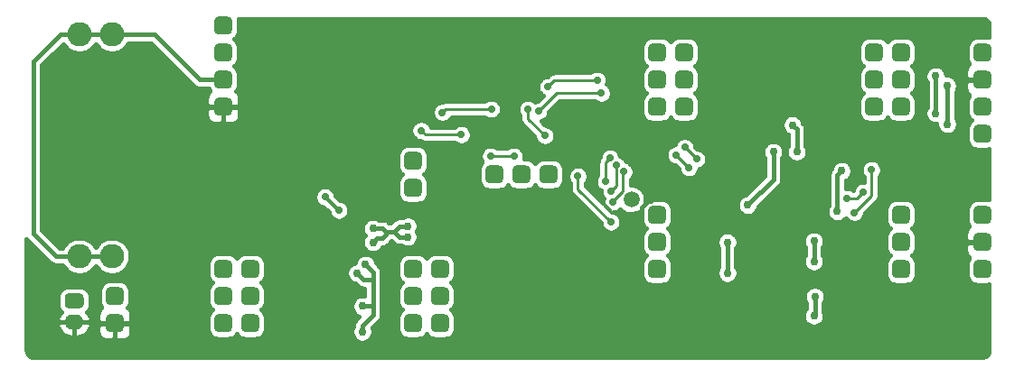
<source format=gbr>
%TF.GenerationSoftware,KiCad,Pcbnew,5.1.6*%
%TF.CreationDate,2020-06-13T14:07:02-07:00*%
%TF.ProjectId,pcb-lab-1,7063622d-6c61-4622-9d31-2e6b69636164,rev?*%
%TF.SameCoordinates,Original*%
%TF.FileFunction,Copper,L2,Bot*%
%TF.FilePolarity,Positive*%
%FSLAX46Y46*%
G04 Gerber Fmt 4.6, Leading zero omitted, Abs format (unit mm)*
G04 Created by KiCad (PCBNEW 5.1.6) date 2020-06-13 14:07:02*
%MOMM*%
%LPD*%
G01*
G04 APERTURE LIST*
%TA.AperFunction,ComponentPad*%
%ADD10C,2.286000*%
%TD*%
%TA.AperFunction,ComponentPad*%
%ADD11C,1.500000*%
%TD*%
%TA.AperFunction,ComponentPad*%
%ADD12O,1.778000X1.397000*%
%TD*%
%TA.AperFunction,ViaPad*%
%ADD13C,0.762000*%
%TD*%
%TA.AperFunction,ViaPad*%
%ADD14C,0.711200*%
%TD*%
%TA.AperFunction,Conductor*%
%ADD15C,0.406400*%
%TD*%
%TA.AperFunction,Conductor*%
%ADD16C,0.304800*%
%TD*%
%TA.AperFunction,Conductor*%
%ADD17C,0.254000*%
%TD*%
G04 APERTURE END LIST*
D10*
%TO.P,BT1,1*%
%TO.N,VBAT*%
X114024000Y-74500000D03*
X110976000Y-74500000D03*
X114024000Y-95328000D03*
X110976000Y-95328000D03*
%TD*%
%TO.P,J1,1*%
%TO.N,VBAT*%
%TA.AperFunction,ComponentPad*%
G36*
G01*
X115150000Y-98635000D02*
X115150000Y-99485000D01*
G75*
G02*
X114725000Y-99910000I-425000J0D01*
G01*
X113875000Y-99910000D01*
G75*
G02*
X113450000Y-99485000I0J425000D01*
G01*
X113450000Y-98635000D01*
G75*
G02*
X113875000Y-98210000I425000J0D01*
G01*
X114725000Y-98210000D01*
G75*
G02*
X115150000Y-98635000I0J-425000D01*
G01*
G37*
%TD.AperFunction*%
%TO.P,J1,2*%
%TO.N,GND*%
%TA.AperFunction,ComponentPad*%
G36*
G01*
X115150000Y-101175000D02*
X115150000Y-102025000D01*
G75*
G02*
X114725000Y-102450000I-425000J0D01*
G01*
X113875000Y-102450000D01*
G75*
G02*
X113450000Y-102025000I0J425000D01*
G01*
X113450000Y-101175000D01*
G75*
G02*
X113875000Y-100750000I425000J0D01*
G01*
X114725000Y-100750000D01*
G75*
G02*
X115150000Y-101175000I0J-425000D01*
G01*
G37*
%TD.AperFunction*%
%TD*%
D11*
%TO.P,J2,1*%
%TO.N,Net-(J2-Pad1)*%
X162700000Y-90000000D03*
%TD*%
%TO.P,J18,1*%
%TO.N,5V*%
%TA.AperFunction,ComponentPad*%
G36*
G01*
X196430000Y-75775000D02*
X196430000Y-76625000D01*
G75*
G02*
X196005000Y-77050000I-425000J0D01*
G01*
X195155000Y-77050000D01*
G75*
G02*
X194730000Y-76625000I0J425000D01*
G01*
X194730000Y-75775000D01*
G75*
G02*
X195155000Y-75350000I425000J0D01*
G01*
X196005000Y-75350000D01*
G75*
G02*
X196430000Y-75775000I0J-425000D01*
G01*
G37*
%TD.AperFunction*%
%TO.P,J18,2*%
%TO.N,GND*%
%TA.AperFunction,ComponentPad*%
G36*
G01*
X196430000Y-78315000D02*
X196430000Y-79165000D01*
G75*
G02*
X196005000Y-79590000I-425000J0D01*
G01*
X195155000Y-79590000D01*
G75*
G02*
X194730000Y-79165000I0J425000D01*
G01*
X194730000Y-78315000D01*
G75*
G02*
X195155000Y-77890000I425000J0D01*
G01*
X196005000Y-77890000D01*
G75*
G02*
X196430000Y-78315000I0J-425000D01*
G01*
G37*
%TD.AperFunction*%
%TO.P,J18,3*%
%TO.N,RX*%
%TA.AperFunction,ComponentPad*%
G36*
G01*
X196430000Y-80855000D02*
X196430000Y-81705000D01*
G75*
G02*
X196005000Y-82130000I-425000J0D01*
G01*
X195155000Y-82130000D01*
G75*
G02*
X194730000Y-81705000I0J425000D01*
G01*
X194730000Y-80855000D01*
G75*
G02*
X195155000Y-80430000I425000J0D01*
G01*
X196005000Y-80430000D01*
G75*
G02*
X196430000Y-80855000I0J-425000D01*
G01*
G37*
%TD.AperFunction*%
%TO.P,J18,4*%
%TO.N,TX*%
%TA.AperFunction,ComponentPad*%
G36*
G01*
X196430000Y-83395000D02*
X196430000Y-84245000D01*
G75*
G02*
X196005000Y-84670000I-425000J0D01*
G01*
X195155000Y-84670000D01*
G75*
G02*
X194730000Y-84245000I0J425000D01*
G01*
X194730000Y-83395000D01*
G75*
G02*
X195155000Y-82970000I425000J0D01*
G01*
X196005000Y-82970000D01*
G75*
G02*
X196430000Y-83395000I0J-425000D01*
G01*
G37*
%TD.AperFunction*%
%TD*%
%TO.P,J20,1*%
%TO.N,5V*%
%TA.AperFunction,ComponentPad*%
G36*
G01*
X196430000Y-91015000D02*
X196430000Y-91865000D01*
G75*
G02*
X196005000Y-92290000I-425000J0D01*
G01*
X195155000Y-92290000D01*
G75*
G02*
X194730000Y-91865000I0J425000D01*
G01*
X194730000Y-91015000D01*
G75*
G02*
X195155000Y-90590000I425000J0D01*
G01*
X196005000Y-90590000D01*
G75*
G02*
X196430000Y-91015000I0J-425000D01*
G01*
G37*
%TD.AperFunction*%
%TO.P,J20,2*%
%TO.N,GND*%
%TA.AperFunction,ComponentPad*%
G36*
G01*
X196430000Y-93555000D02*
X196430000Y-94405000D01*
G75*
G02*
X196005000Y-94830000I-425000J0D01*
G01*
X195155000Y-94830000D01*
G75*
G02*
X194730000Y-94405000I0J425000D01*
G01*
X194730000Y-93555000D01*
G75*
G02*
X195155000Y-93130000I425000J0D01*
G01*
X196005000Y-93130000D01*
G75*
G02*
X196430000Y-93555000I0J-425000D01*
G01*
G37*
%TD.AperFunction*%
%TO.P,J20,3*%
%TO.N,Net-(J20-Pad3)*%
%TA.AperFunction,ComponentPad*%
G36*
G01*
X196430000Y-96095000D02*
X196430000Y-96945000D01*
G75*
G02*
X196005000Y-97370000I-425000J0D01*
G01*
X195155000Y-97370000D01*
G75*
G02*
X194730000Y-96945000I0J425000D01*
G01*
X194730000Y-96095000D01*
G75*
G02*
X195155000Y-95670000I425000J0D01*
G01*
X196005000Y-95670000D01*
G75*
G02*
X196430000Y-96095000I0J-425000D01*
G01*
G37*
%TD.AperFunction*%
%TD*%
%TO.P,JD1,4*%
%TO.N,GND*%
%TA.AperFunction,ComponentPad*%
G36*
G01*
X125310000Y-80855000D02*
X125310000Y-81705000D01*
G75*
G02*
X124885000Y-82130000I-425000J0D01*
G01*
X124035000Y-82130000D01*
G75*
G02*
X123610000Y-81705000I0J425000D01*
G01*
X123610000Y-80855000D01*
G75*
G02*
X124035000Y-80430000I425000J0D01*
G01*
X124885000Y-80430000D01*
G75*
G02*
X125310000Y-80855000I0J-425000D01*
G01*
G37*
%TD.AperFunction*%
%TO.P,JD1,3*%
%TO.N,VBAT*%
%TA.AperFunction,ComponentPad*%
G36*
G01*
X125310000Y-78315000D02*
X125310000Y-79165000D01*
G75*
G02*
X124885000Y-79590000I-425000J0D01*
G01*
X124035000Y-79590000D01*
G75*
G02*
X123610000Y-79165000I0J425000D01*
G01*
X123610000Y-78315000D01*
G75*
G02*
X124035000Y-77890000I425000J0D01*
G01*
X124885000Y-77890000D01*
G75*
G02*
X125310000Y-78315000I0J-425000D01*
G01*
G37*
%TD.AperFunction*%
%TO.P,JD1,2*%
%TO.N,SCL*%
%TA.AperFunction,ComponentPad*%
G36*
G01*
X125310000Y-75775000D02*
X125310000Y-76625000D01*
G75*
G02*
X124885000Y-77050000I-425000J0D01*
G01*
X124035000Y-77050000D01*
G75*
G02*
X123610000Y-76625000I0J425000D01*
G01*
X123610000Y-75775000D01*
G75*
G02*
X124035000Y-75350000I425000J0D01*
G01*
X124885000Y-75350000D01*
G75*
G02*
X125310000Y-75775000I0J-425000D01*
G01*
G37*
%TD.AperFunction*%
%TO.P,JD1,1*%
%TO.N,SDA*%
%TA.AperFunction,ComponentPad*%
G36*
G01*
X125310000Y-73235000D02*
X125310000Y-74085000D01*
G75*
G02*
X124885000Y-74510000I-425000J0D01*
G01*
X124035000Y-74510000D01*
G75*
G02*
X123610000Y-74085000I0J425000D01*
G01*
X123610000Y-73235000D01*
G75*
G02*
X124035000Y-72810000I425000J0D01*
G01*
X124885000Y-72810000D01*
G75*
G02*
X125310000Y-73235000I0J-425000D01*
G01*
G37*
%TD.AperFunction*%
%TD*%
%TO.P,JP20,1*%
%TO.N,UPDI_2V5_A*%
%TA.AperFunction,ComponentPad*%
G36*
G01*
X165950000Y-91015000D02*
X165950000Y-91865000D01*
G75*
G02*
X165525000Y-92290000I-425000J0D01*
G01*
X164675000Y-92290000D01*
G75*
G02*
X164250000Y-91865000I0J425000D01*
G01*
X164250000Y-91015000D01*
G75*
G02*
X164675000Y-90590000I425000J0D01*
G01*
X165525000Y-90590000D01*
G75*
G02*
X165950000Y-91015000I0J-425000D01*
G01*
G37*
%TD.AperFunction*%
%TO.P,JP20,2*%
%TO.N,UPDI_2V5*%
%TA.AperFunction,ComponentPad*%
G36*
G01*
X165950000Y-93555000D02*
X165950000Y-94405000D01*
G75*
G02*
X165525000Y-94830000I-425000J0D01*
G01*
X164675000Y-94830000D01*
G75*
G02*
X164250000Y-94405000I0J425000D01*
G01*
X164250000Y-93555000D01*
G75*
G02*
X164675000Y-93130000I425000J0D01*
G01*
X165525000Y-93130000D01*
G75*
G02*
X165950000Y-93555000I0J-425000D01*
G01*
G37*
%TD.AperFunction*%
%TO.P,JP20,3*%
%TO.N,UPDI_2V5_B*%
%TA.AperFunction,ComponentPad*%
G36*
G01*
X165950000Y-96095000D02*
X165950000Y-96945000D01*
G75*
G02*
X165525000Y-97370000I-425000J0D01*
G01*
X164675000Y-97370000D01*
G75*
G02*
X164250000Y-96945000I0J425000D01*
G01*
X164250000Y-96095000D01*
G75*
G02*
X164675000Y-95670000I425000J0D01*
G01*
X165525000Y-95670000D01*
G75*
G02*
X165950000Y-96095000I0J-425000D01*
G01*
G37*
%TD.AperFunction*%
%TD*%
%TO.P,JP21,1*%
%TO.N,UPDI_A*%
%TA.AperFunction,ComponentPad*%
G36*
G01*
X188810000Y-91015000D02*
X188810000Y-91865000D01*
G75*
G02*
X188385000Y-92290000I-425000J0D01*
G01*
X187535000Y-92290000D01*
G75*
G02*
X187110000Y-91865000I0J425000D01*
G01*
X187110000Y-91015000D01*
G75*
G02*
X187535000Y-90590000I425000J0D01*
G01*
X188385000Y-90590000D01*
G75*
G02*
X188810000Y-91015000I0J-425000D01*
G01*
G37*
%TD.AperFunction*%
%TO.P,JP21,2*%
%TO.N,UPDI*%
%TA.AperFunction,ComponentPad*%
G36*
G01*
X188810000Y-93555000D02*
X188810000Y-94405000D01*
G75*
G02*
X188385000Y-94830000I-425000J0D01*
G01*
X187535000Y-94830000D01*
G75*
G02*
X187110000Y-94405000I0J425000D01*
G01*
X187110000Y-93555000D01*
G75*
G02*
X187535000Y-93130000I425000J0D01*
G01*
X188385000Y-93130000D01*
G75*
G02*
X188810000Y-93555000I0J-425000D01*
G01*
G37*
%TD.AperFunction*%
%TO.P,JP21,3*%
%TO.N,UPDI_B*%
%TA.AperFunction,ComponentPad*%
G36*
G01*
X188810000Y-96095000D02*
X188810000Y-96945000D01*
G75*
G02*
X188385000Y-97370000I-425000J0D01*
G01*
X187535000Y-97370000D01*
G75*
G02*
X187110000Y-96945000I0J425000D01*
G01*
X187110000Y-96095000D01*
G75*
G02*
X187535000Y-95670000I425000J0D01*
G01*
X188385000Y-95670000D01*
G75*
G02*
X188810000Y-96095000I0J-425000D01*
G01*
G37*
%TD.AperFunction*%
%TD*%
%TO.P,JP30,1*%
%TO.N,SCL_2V5_A*%
%TA.AperFunction,ComponentPad*%
G36*
G01*
X143090000Y-96095000D02*
X143090000Y-96945000D01*
G75*
G02*
X142665000Y-97370000I-425000J0D01*
G01*
X141815000Y-97370000D01*
G75*
G02*
X141390000Y-96945000I0J425000D01*
G01*
X141390000Y-96095000D01*
G75*
G02*
X141815000Y-95670000I425000J0D01*
G01*
X142665000Y-95670000D01*
G75*
G02*
X143090000Y-96095000I0J-425000D01*
G01*
G37*
%TD.AperFunction*%
%TO.P,JP30,2*%
%TO.N,SCL_2V5*%
%TA.AperFunction,ComponentPad*%
G36*
G01*
X143090000Y-98635000D02*
X143090000Y-99485000D01*
G75*
G02*
X142665000Y-99910000I-425000J0D01*
G01*
X141815000Y-99910000D01*
G75*
G02*
X141390000Y-99485000I0J425000D01*
G01*
X141390000Y-98635000D01*
G75*
G02*
X141815000Y-98210000I425000J0D01*
G01*
X142665000Y-98210000D01*
G75*
G02*
X143090000Y-98635000I0J-425000D01*
G01*
G37*
%TD.AperFunction*%
%TO.P,JP30,3*%
%TO.N,SCL_2V5_B*%
%TA.AperFunction,ComponentPad*%
G36*
G01*
X143090000Y-101175000D02*
X143090000Y-102025000D01*
G75*
G02*
X142665000Y-102450000I-425000J0D01*
G01*
X141815000Y-102450000D01*
G75*
G02*
X141390000Y-102025000I0J425000D01*
G01*
X141390000Y-101175000D01*
G75*
G02*
X141815000Y-100750000I425000J0D01*
G01*
X142665000Y-100750000D01*
G75*
G02*
X143090000Y-101175000I0J-425000D01*
G01*
G37*
%TD.AperFunction*%
%TD*%
%TO.P,JP31,3*%
%TO.N,SDA_2V5_B*%
%TA.AperFunction,ComponentPad*%
G36*
G01*
X145630000Y-101175000D02*
X145630000Y-102025000D01*
G75*
G02*
X145205000Y-102450000I-425000J0D01*
G01*
X144355000Y-102450000D01*
G75*
G02*
X143930000Y-102025000I0J425000D01*
G01*
X143930000Y-101175000D01*
G75*
G02*
X144355000Y-100750000I425000J0D01*
G01*
X145205000Y-100750000D01*
G75*
G02*
X145630000Y-101175000I0J-425000D01*
G01*
G37*
%TD.AperFunction*%
%TO.P,JP31,2*%
%TO.N,SDA_2V5*%
%TA.AperFunction,ComponentPad*%
G36*
G01*
X145630000Y-98635000D02*
X145630000Y-99485000D01*
G75*
G02*
X145205000Y-99910000I-425000J0D01*
G01*
X144355000Y-99910000D01*
G75*
G02*
X143930000Y-99485000I0J425000D01*
G01*
X143930000Y-98635000D01*
G75*
G02*
X144355000Y-98210000I425000J0D01*
G01*
X145205000Y-98210000D01*
G75*
G02*
X145630000Y-98635000I0J-425000D01*
G01*
G37*
%TD.AperFunction*%
%TO.P,JP31,1*%
%TO.N,SDA_2V5_A*%
%TA.AperFunction,ComponentPad*%
G36*
G01*
X145630000Y-96095000D02*
X145630000Y-96945000D01*
G75*
G02*
X145205000Y-97370000I-425000J0D01*
G01*
X144355000Y-97370000D01*
G75*
G02*
X143930000Y-96945000I0J425000D01*
G01*
X143930000Y-96095000D01*
G75*
G02*
X144355000Y-95670000I425000J0D01*
G01*
X145205000Y-95670000D01*
G75*
G02*
X145630000Y-96095000I0J-425000D01*
G01*
G37*
%TD.AperFunction*%
%TD*%
%TO.P,JP32,3*%
%TO.N,SCL_B*%
%TA.AperFunction,ComponentPad*%
G36*
G01*
X127850000Y-101175000D02*
X127850000Y-102025000D01*
G75*
G02*
X127425000Y-102450000I-425000J0D01*
G01*
X126575000Y-102450000D01*
G75*
G02*
X126150000Y-102025000I0J425000D01*
G01*
X126150000Y-101175000D01*
G75*
G02*
X126575000Y-100750000I425000J0D01*
G01*
X127425000Y-100750000D01*
G75*
G02*
X127850000Y-101175000I0J-425000D01*
G01*
G37*
%TD.AperFunction*%
%TO.P,JP32,2*%
%TO.N,SCL*%
%TA.AperFunction,ComponentPad*%
G36*
G01*
X127850000Y-98635000D02*
X127850000Y-99485000D01*
G75*
G02*
X127425000Y-99910000I-425000J0D01*
G01*
X126575000Y-99910000D01*
G75*
G02*
X126150000Y-99485000I0J425000D01*
G01*
X126150000Y-98635000D01*
G75*
G02*
X126575000Y-98210000I425000J0D01*
G01*
X127425000Y-98210000D01*
G75*
G02*
X127850000Y-98635000I0J-425000D01*
G01*
G37*
%TD.AperFunction*%
%TO.P,JP32,1*%
%TO.N,SCL_A*%
%TA.AperFunction,ComponentPad*%
G36*
G01*
X127850000Y-96095000D02*
X127850000Y-96945000D01*
G75*
G02*
X127425000Y-97370000I-425000J0D01*
G01*
X126575000Y-97370000D01*
G75*
G02*
X126150000Y-96945000I0J425000D01*
G01*
X126150000Y-96095000D01*
G75*
G02*
X126575000Y-95670000I425000J0D01*
G01*
X127425000Y-95670000D01*
G75*
G02*
X127850000Y-96095000I0J-425000D01*
G01*
G37*
%TD.AperFunction*%
%TD*%
%TO.P,JP33,3*%
%TO.N,SDA_B*%
%TA.AperFunction,ComponentPad*%
G36*
G01*
X125310000Y-101175000D02*
X125310000Y-102025000D01*
G75*
G02*
X124885000Y-102450000I-425000J0D01*
G01*
X124035000Y-102450000D01*
G75*
G02*
X123610000Y-102025000I0J425000D01*
G01*
X123610000Y-101175000D01*
G75*
G02*
X124035000Y-100750000I425000J0D01*
G01*
X124885000Y-100750000D01*
G75*
G02*
X125310000Y-101175000I0J-425000D01*
G01*
G37*
%TD.AperFunction*%
%TO.P,JP33,2*%
%TO.N,SDA*%
%TA.AperFunction,ComponentPad*%
G36*
G01*
X125310000Y-98635000D02*
X125310000Y-99485000D01*
G75*
G02*
X124885000Y-99910000I-425000J0D01*
G01*
X124035000Y-99910000D01*
G75*
G02*
X123610000Y-99485000I0J425000D01*
G01*
X123610000Y-98635000D01*
G75*
G02*
X124035000Y-98210000I425000J0D01*
G01*
X124885000Y-98210000D01*
G75*
G02*
X125310000Y-98635000I0J-425000D01*
G01*
G37*
%TD.AperFunction*%
%TO.P,JP33,1*%
%TO.N,SDA_A*%
%TA.AperFunction,ComponentPad*%
G36*
G01*
X125310000Y-96095000D02*
X125310000Y-96945000D01*
G75*
G02*
X124885000Y-97370000I-425000J0D01*
G01*
X124035000Y-97370000D01*
G75*
G02*
X123610000Y-96945000I0J425000D01*
G01*
X123610000Y-96095000D01*
G75*
G02*
X124035000Y-95670000I425000J0D01*
G01*
X124885000Y-95670000D01*
G75*
G02*
X125310000Y-96095000I0J-425000D01*
G01*
G37*
%TD.AperFunction*%
%TD*%
D12*
%TO.P,JST_PH_BAT1,2*%
%TO.N,GND*%
X110500000Y-101500000D03*
%TO.P,JST_PH_BAT1,1*%
%TO.N,VBAT*%
%TA.AperFunction,ComponentPad*%
G36*
G01*
X109960250Y-98801500D02*
X111039750Y-98801500D01*
G75*
G02*
X111389000Y-99150750I0J-349250D01*
G01*
X111389000Y-99849250D01*
G75*
G02*
X111039750Y-100198500I-349250J0D01*
G01*
X109960250Y-100198500D01*
G75*
G02*
X109611000Y-99849250I0J349250D01*
G01*
X109611000Y-99150750D01*
G75*
G02*
X109960250Y-98801500I349250J0D01*
G01*
G37*
%TD.AperFunction*%
%TD*%
%TO.P,J10,1*%
%TO.N,RX_2V5_A*%
%TA.AperFunction,ComponentPad*%
G36*
G01*
X168490000Y-75775000D02*
X168490000Y-76625000D01*
G75*
G02*
X168065000Y-77050000I-425000J0D01*
G01*
X167215000Y-77050000D01*
G75*
G02*
X166790000Y-76625000I0J425000D01*
G01*
X166790000Y-75775000D01*
G75*
G02*
X167215000Y-75350000I425000J0D01*
G01*
X168065000Y-75350000D01*
G75*
G02*
X168490000Y-75775000I0J-425000D01*
G01*
G37*
%TD.AperFunction*%
%TO.P,J10,2*%
%TO.N,RX_2V5*%
%TA.AperFunction,ComponentPad*%
G36*
G01*
X168490000Y-78315000D02*
X168490000Y-79165000D01*
G75*
G02*
X168065000Y-79590000I-425000J0D01*
G01*
X167215000Y-79590000D01*
G75*
G02*
X166790000Y-79165000I0J425000D01*
G01*
X166790000Y-78315000D01*
G75*
G02*
X167215000Y-77890000I425000J0D01*
G01*
X168065000Y-77890000D01*
G75*
G02*
X168490000Y-78315000I0J-425000D01*
G01*
G37*
%TD.AperFunction*%
%TO.P,J10,3*%
%TO.N,RX_2V5_B*%
%TA.AperFunction,ComponentPad*%
G36*
G01*
X168490000Y-80855000D02*
X168490000Y-81705000D01*
G75*
G02*
X168065000Y-82130000I-425000J0D01*
G01*
X167215000Y-82130000D01*
G75*
G02*
X166790000Y-81705000I0J425000D01*
G01*
X166790000Y-80855000D01*
G75*
G02*
X167215000Y-80430000I425000J0D01*
G01*
X168065000Y-80430000D01*
G75*
G02*
X168490000Y-80855000I0J-425000D01*
G01*
G37*
%TD.AperFunction*%
%TD*%
%TO.P,J11,3*%
%TO.N,TX_2V5_B*%
%TA.AperFunction,ComponentPad*%
G36*
G01*
X165950000Y-80855000D02*
X165950000Y-81705000D01*
G75*
G02*
X165525000Y-82130000I-425000J0D01*
G01*
X164675000Y-82130000D01*
G75*
G02*
X164250000Y-81705000I0J425000D01*
G01*
X164250000Y-80855000D01*
G75*
G02*
X164675000Y-80430000I425000J0D01*
G01*
X165525000Y-80430000D01*
G75*
G02*
X165950000Y-80855000I0J-425000D01*
G01*
G37*
%TD.AperFunction*%
%TO.P,J11,2*%
%TO.N,TX_2V5*%
%TA.AperFunction,ComponentPad*%
G36*
G01*
X165950000Y-78315000D02*
X165950000Y-79165000D01*
G75*
G02*
X165525000Y-79590000I-425000J0D01*
G01*
X164675000Y-79590000D01*
G75*
G02*
X164250000Y-79165000I0J425000D01*
G01*
X164250000Y-78315000D01*
G75*
G02*
X164675000Y-77890000I425000J0D01*
G01*
X165525000Y-77890000D01*
G75*
G02*
X165950000Y-78315000I0J-425000D01*
G01*
G37*
%TD.AperFunction*%
%TO.P,J11,1*%
%TO.N,TX_2V5_A*%
%TA.AperFunction,ComponentPad*%
G36*
G01*
X165950000Y-75775000D02*
X165950000Y-76625000D01*
G75*
G02*
X165525000Y-77050000I-425000J0D01*
G01*
X164675000Y-77050000D01*
G75*
G02*
X164250000Y-76625000I0J425000D01*
G01*
X164250000Y-75775000D01*
G75*
G02*
X164675000Y-75350000I425000J0D01*
G01*
X165525000Y-75350000D01*
G75*
G02*
X165950000Y-75775000I0J-425000D01*
G01*
G37*
%TD.AperFunction*%
%TD*%
%TO.P,J14,1*%
%TO.N,RX_A*%
%TA.AperFunction,ComponentPad*%
G36*
G01*
X188810000Y-75775000D02*
X188810000Y-76625000D01*
G75*
G02*
X188385000Y-77050000I-425000J0D01*
G01*
X187535000Y-77050000D01*
G75*
G02*
X187110000Y-76625000I0J425000D01*
G01*
X187110000Y-75775000D01*
G75*
G02*
X187535000Y-75350000I425000J0D01*
G01*
X188385000Y-75350000D01*
G75*
G02*
X188810000Y-75775000I0J-425000D01*
G01*
G37*
%TD.AperFunction*%
%TO.P,J14,2*%
%TO.N,RX*%
%TA.AperFunction,ComponentPad*%
G36*
G01*
X188810000Y-78315000D02*
X188810000Y-79165000D01*
G75*
G02*
X188385000Y-79590000I-425000J0D01*
G01*
X187535000Y-79590000D01*
G75*
G02*
X187110000Y-79165000I0J425000D01*
G01*
X187110000Y-78315000D01*
G75*
G02*
X187535000Y-77890000I425000J0D01*
G01*
X188385000Y-77890000D01*
G75*
G02*
X188810000Y-78315000I0J-425000D01*
G01*
G37*
%TD.AperFunction*%
%TO.P,J14,3*%
%TO.N,RX_B*%
%TA.AperFunction,ComponentPad*%
G36*
G01*
X188810000Y-80855000D02*
X188810000Y-81705000D01*
G75*
G02*
X188385000Y-82130000I-425000J0D01*
G01*
X187535000Y-82130000D01*
G75*
G02*
X187110000Y-81705000I0J425000D01*
G01*
X187110000Y-80855000D01*
G75*
G02*
X187535000Y-80430000I425000J0D01*
G01*
X188385000Y-80430000D01*
G75*
G02*
X188810000Y-80855000I0J-425000D01*
G01*
G37*
%TD.AperFunction*%
%TD*%
%TO.P,J15,3*%
%TO.N,TX_B*%
%TA.AperFunction,ComponentPad*%
G36*
G01*
X186270000Y-80855000D02*
X186270000Y-81705000D01*
G75*
G02*
X185845000Y-82130000I-425000J0D01*
G01*
X184995000Y-82130000D01*
G75*
G02*
X184570000Y-81705000I0J425000D01*
G01*
X184570000Y-80855000D01*
G75*
G02*
X184995000Y-80430000I425000J0D01*
G01*
X185845000Y-80430000D01*
G75*
G02*
X186270000Y-80855000I0J-425000D01*
G01*
G37*
%TD.AperFunction*%
%TO.P,J15,2*%
%TO.N,TX*%
%TA.AperFunction,ComponentPad*%
G36*
G01*
X186270000Y-78315000D02*
X186270000Y-79165000D01*
G75*
G02*
X185845000Y-79590000I-425000J0D01*
G01*
X184995000Y-79590000D01*
G75*
G02*
X184570000Y-79165000I0J425000D01*
G01*
X184570000Y-78315000D01*
G75*
G02*
X184995000Y-77890000I425000J0D01*
G01*
X185845000Y-77890000D01*
G75*
G02*
X186270000Y-78315000I0J-425000D01*
G01*
G37*
%TD.AperFunction*%
%TO.P,J15,1*%
%TO.N,TX_A*%
%TA.AperFunction,ComponentPad*%
G36*
G01*
X186270000Y-75775000D02*
X186270000Y-76625000D01*
G75*
G02*
X185845000Y-77050000I-425000J0D01*
G01*
X184995000Y-77050000D01*
G75*
G02*
X184570000Y-76625000I0J425000D01*
G01*
X184570000Y-75775000D01*
G75*
G02*
X184995000Y-75350000I425000J0D01*
G01*
X185845000Y-75350000D01*
G75*
G02*
X186270000Y-75775000I0J-425000D01*
G01*
G37*
%TD.AperFunction*%
%TD*%
%TO.P,JP1,1*%
%TO.N,VBAT*%
%TA.AperFunction,ComponentPad*%
G36*
G01*
X143090000Y-85935000D02*
X143090000Y-86785000D01*
G75*
G02*
X142665000Y-87210000I-425000J0D01*
G01*
X141815000Y-87210000D01*
G75*
G02*
X141390000Y-86785000I0J425000D01*
G01*
X141390000Y-85935000D01*
G75*
G02*
X141815000Y-85510000I425000J0D01*
G01*
X142665000Y-85510000D01*
G75*
G02*
X143090000Y-85935000I0J-425000D01*
G01*
G37*
%TD.AperFunction*%
%TO.P,JP1,2*%
%TO.N,Net-(JP1-Pad2)*%
%TA.AperFunction,ComponentPad*%
G36*
G01*
X143090000Y-88475000D02*
X143090000Y-89325000D01*
G75*
G02*
X142665000Y-89750000I-425000J0D01*
G01*
X141815000Y-89750000D01*
G75*
G02*
X141390000Y-89325000I0J425000D01*
G01*
X141390000Y-88475000D01*
G75*
G02*
X141815000Y-88050000I425000J0D01*
G01*
X142665000Y-88050000D01*
G75*
G02*
X143090000Y-88475000I0J-425000D01*
G01*
G37*
%TD.AperFunction*%
%TD*%
%TO.P,JP2,1*%
%TO.N,VBAT_ADC_A*%
%TA.AperFunction,ComponentPad*%
G36*
G01*
X155365000Y-88480000D02*
X154515000Y-88480000D01*
G75*
G02*
X154090000Y-88055000I0J425000D01*
G01*
X154090000Y-87205000D01*
G75*
G02*
X154515000Y-86780000I425000J0D01*
G01*
X155365000Y-86780000D01*
G75*
G02*
X155790000Y-87205000I0J-425000D01*
G01*
X155790000Y-88055000D01*
G75*
G02*
X155365000Y-88480000I-425000J0D01*
G01*
G37*
%TD.AperFunction*%
%TO.P,JP2,2*%
%TO.N,VBAT_ADC*%
%TA.AperFunction,ComponentPad*%
G36*
G01*
X152825000Y-88480000D02*
X151975000Y-88480000D01*
G75*
G02*
X151550000Y-88055000I0J425000D01*
G01*
X151550000Y-87205000D01*
G75*
G02*
X151975000Y-86780000I425000J0D01*
G01*
X152825000Y-86780000D01*
G75*
G02*
X153250000Y-87205000I0J-425000D01*
G01*
X153250000Y-88055000D01*
G75*
G02*
X152825000Y-88480000I-425000J0D01*
G01*
G37*
%TD.AperFunction*%
%TO.P,JP2,3*%
%TO.N,VBAT_ADC_B*%
%TA.AperFunction,ComponentPad*%
G36*
G01*
X150285000Y-88480000D02*
X149435000Y-88480000D01*
G75*
G02*
X149010000Y-88055000I0J425000D01*
G01*
X149010000Y-87205000D01*
G75*
G02*
X149435000Y-86780000I425000J0D01*
G01*
X150285000Y-86780000D01*
G75*
G02*
X150710000Y-87205000I0J-425000D01*
G01*
X150710000Y-88055000D01*
G75*
G02*
X150285000Y-88480000I-425000J0D01*
G01*
G37*
%TD.AperFunction*%
%TD*%
D13*
%TO.N,GND*%
X118000000Y-86000000D03*
X118000000Y-84000000D03*
X116000000Y-89000000D03*
X115000000Y-90000000D03*
X110000000Y-90000000D03*
X109000000Y-89000000D03*
X115000000Y-80000000D03*
X116000000Y-81000000D03*
X110000000Y-80000000D03*
X109000000Y-81000000D03*
X131136117Y-76788800D03*
X130300000Y-79100000D03*
X132700000Y-79100000D03*
X139000000Y-83200000D03*
X133700000Y-85500000D03*
X138900000Y-87600000D03*
X143000000Y-79800000D03*
X147000000Y-79800000D03*
X146800000Y-75900000D03*
X149200000Y-75900000D03*
X155800000Y-74500000D03*
X133300000Y-94500000D03*
X135700000Y-94500000D03*
X144200000Y-90400000D03*
X146900000Y-90100000D03*
X151600000Y-102100000D03*
X151700000Y-100200000D03*
X159300000Y-100200000D03*
X155500000Y-101400000D03*
X175300000Y-73500000D03*
X176200000Y-74500000D03*
X177700000Y-74500000D03*
X178600000Y-73500000D03*
X171800000Y-87900000D03*
X180199992Y-89000000D03*
X174000000Y-84700000D03*
X174200000Y-94200000D03*
X174300000Y-99600000D03*
X174200000Y-102000000D03*
X180700000Y-102900000D03*
X182000000Y-93800000D03*
D14*
%TO.N,2V5*%
X134000000Y-89750000D03*
D13*
X141750000Y-93500000D03*
X141750000Y-92500004D03*
X137500000Y-102400000D03*
X137500000Y-100000000D03*
X137800000Y-96099996D03*
X137000000Y-96900000D03*
D14*
X135299994Y-90999994D03*
D13*
X138500000Y-92700000D03*
X173600000Y-90500000D03*
X176000000Y-85500000D03*
X171700000Y-96900000D03*
X171700000Y-94000000D03*
X138500000Y-93999986D03*
%TO.N,5V*%
X178200000Y-85500000D03*
X177800000Y-83000000D03*
X182400000Y-87300000D03*
X179800000Y-100900000D03*
X179900000Y-99100000D03*
X179800359Y-93899561D03*
X179800000Y-95800000D03*
X192300000Y-82900000D03*
X191200000Y-81900000D03*
X191200000Y-78400000D03*
X192300000Y-79300000D03*
X182000000Y-91100000D03*
D14*
%TO.N,Net-(D1-Pad2)*%
X161996160Y-87382208D03*
X161000000Y-90200000D03*
%TO.N,Net-(D2-Pad2)*%
X161297719Y-86792013D03*
X160800000Y-89200000D03*
%TO.N,Net-(D3-Pad2)*%
X160700000Y-86100000D03*
X160300000Y-88300000D03*
%TO.N,RX_2V5*%
X154000000Y-81700000D03*
X159900000Y-80000000D03*
%TO.N,RX_2V5_B*%
X167700000Y-85100000D03*
X168800000Y-86200000D03*
%TO.N,TX_2V5*%
X159499994Y-78800000D03*
X154900000Y-79400000D03*
%TO.N,TX_2V5_B*%
X166900000Y-85800000D03*
X168100000Y-87000000D03*
%TO.N,RX_B*%
X184399998Y-89300000D03*
X182900000Y-89900000D03*
%TO.N,TX_B*%
X183600000Y-91200000D03*
X185200000Y-87200000D03*
%TO.N,VCTRL*%
X149585800Y-81500000D03*
X145000000Y-81800000D03*
%TO.N,Net-(SW1-Pad2)*%
X153000000Y-81500000D03*
X154600000Y-84000000D03*
X160800000Y-92100000D03*
X157700000Y-87800000D03*
%TO.N,VBAT_ADC_A*%
X151700000Y-85900000D03*
X149500000Y-85900000D03*
X146762000Y-83900000D03*
X143000000Y-83500000D03*
%TD*%
D15*
%TO.N,VBAT*%
X114024000Y-74500000D02*
X118000000Y-74500000D01*
X122240000Y-78740000D02*
X124460000Y-78740000D01*
X118000000Y-74500000D02*
X122240000Y-78740000D01*
X109200000Y-74500000D02*
X110976000Y-74500000D01*
X106680000Y-77020000D02*
X109200000Y-74500000D01*
X106680000Y-93180000D02*
X106680000Y-77020000D01*
X110976000Y-95328000D02*
X108828000Y-95328000D01*
X108828000Y-95328000D02*
X106680000Y-93180000D01*
X110976000Y-74500000D02*
X114024000Y-74500000D01*
X110976000Y-95328000D02*
X114024000Y-95328000D01*
%TO.N,GND*%
X163700000Y-90711474D02*
X164000000Y-90411474D01*
X163700000Y-91000000D02*
X163700000Y-90711474D01*
X164000000Y-90400000D02*
X164100000Y-90300000D01*
X164000000Y-90411474D02*
X164000000Y-90400000D01*
D16*
X160100000Y-90400000D02*
X160900000Y-91200000D01*
D15*
X163300000Y-91600000D02*
X163700000Y-91200000D01*
X163700000Y-91000000D02*
X163700000Y-91200000D01*
X163200000Y-91600000D02*
X163300000Y-91600000D01*
X163700000Y-91200000D02*
X163700000Y-91700000D01*
X164000000Y-90411474D02*
X164000000Y-89500000D01*
X164000000Y-90411474D02*
X164000000Y-90200000D01*
X164000000Y-90411474D02*
X164000000Y-90100000D01*
X164000000Y-90100000D02*
X164500000Y-89600000D01*
X163700000Y-91700000D02*
X163400000Y-91700000D01*
X163700000Y-91700000D02*
X163700000Y-92200000D01*
X164400000Y-89500000D02*
X164500000Y-89600000D01*
X164000000Y-89500000D02*
X164400000Y-89500000D01*
X164500000Y-90100000D02*
X164700000Y-89900000D01*
X164000000Y-90100000D02*
X164500000Y-90100000D01*
X163700000Y-91200000D02*
X163100000Y-91200000D01*
X163100000Y-91200000D02*
X162900000Y-91400000D01*
%TO.N,2V5*%
X141749996Y-92500000D02*
X141750000Y-92500004D01*
X141000000Y-92500000D02*
X141749996Y-92500000D01*
X140500000Y-93000000D02*
X141000000Y-92500000D01*
X140500000Y-93000000D02*
X141000000Y-93500000D01*
X141000000Y-93500000D02*
X141750000Y-93500000D01*
X137500000Y-102400000D02*
X137500000Y-101800000D01*
X137500000Y-101800000D02*
X138500000Y-100800000D01*
X137500000Y-100000000D02*
X138400000Y-100000000D01*
X138500000Y-100800000D02*
X138500000Y-100100000D01*
X138400000Y-100000000D02*
X138500000Y-100100000D01*
X138500000Y-99900000D02*
X138400000Y-100000000D01*
X138500000Y-99900000D02*
X138500000Y-100100000D01*
X138500000Y-96799996D02*
X137800000Y-96099996D01*
X138500000Y-99900000D02*
X138500000Y-97500000D01*
X138500000Y-97500000D02*
X138500000Y-96799996D01*
X137600000Y-97500000D02*
X137000000Y-96900000D01*
X138500000Y-97500000D02*
X137600000Y-97500000D01*
D16*
X135249994Y-90999994D02*
X135299994Y-90999994D01*
X134000000Y-89750000D02*
X135249994Y-90999994D01*
D15*
X139400000Y-92700000D02*
X138500000Y-92700000D01*
X140500000Y-93000000D02*
X139700000Y-93000000D01*
X139700000Y-93000000D02*
X139400000Y-92700000D01*
X173600000Y-90500000D02*
X176000000Y-88100000D01*
X176000000Y-88100000D02*
X176000000Y-85500000D01*
X171700000Y-96900000D02*
X171700000Y-94000000D01*
X138880999Y-93618987D02*
X138500000Y-93999986D01*
X139381013Y-93618987D02*
X138880999Y-93618987D01*
X139700000Y-93000000D02*
X139700000Y-93300000D01*
X139700000Y-93300000D02*
X139381013Y-93618987D01*
%TO.N,5V*%
X178200000Y-85500000D02*
X178200000Y-83400000D01*
X178200000Y-83400000D02*
X177800000Y-83000000D01*
X179800359Y-95799641D02*
X179800000Y-95800000D01*
X179800359Y-93899561D02*
X179800359Y-95799641D01*
X179900000Y-100800000D02*
X179900000Y-99100000D01*
X179800000Y-100900000D02*
X179900000Y-100800000D01*
X191200000Y-81900000D02*
X191200000Y-78400000D01*
X192300000Y-82900000D02*
X192300000Y-79300000D01*
X182400000Y-87300000D02*
X182000000Y-87700000D01*
X182000000Y-87700000D02*
X182000000Y-91100000D01*
D17*
%TO.N,Net-(D1-Pad2)*%
X161000000Y-90101302D02*
X161000000Y-90200000D01*
X161900000Y-89201302D02*
X161000000Y-90101302D01*
X161996160Y-87382208D02*
X161900000Y-87478368D01*
X161900000Y-87478368D02*
X161900000Y-89201302D01*
%TO.N,Net-(D2-Pad2)*%
X161297719Y-86792013D02*
X161297719Y-88702281D01*
X161297719Y-88702281D02*
X160800000Y-89200000D01*
%TO.N,Net-(D3-Pad2)*%
X160700000Y-86100000D02*
X160300000Y-86500000D01*
X160300000Y-86500000D02*
X160300000Y-88300000D01*
%TO.N,RX_2V5*%
X154000000Y-81700000D02*
X155700000Y-80000000D01*
X155700000Y-80000000D02*
X159900000Y-80000000D01*
%TO.N,RX_2V5_B*%
X167700000Y-85100000D02*
X168800000Y-86200000D01*
%TO.N,TX_2V5*%
X159499994Y-78800000D02*
X155500000Y-78800000D01*
X155500000Y-78800000D02*
X154900000Y-79400000D01*
%TO.N,TX_2V5_B*%
X166900000Y-85800000D02*
X168100000Y-87000000D01*
%TO.N,RX_B*%
X183799998Y-89900000D02*
X182900000Y-89900000D01*
X184399998Y-89300000D02*
X183799998Y-89900000D01*
%TO.N,TX_B*%
X183600000Y-91200000D02*
X185000000Y-89800000D01*
X185000000Y-89800000D02*
X185200000Y-89600000D01*
X185200000Y-89600000D02*
X185200000Y-87200000D01*
%TO.N,VCTRL*%
X149585800Y-81500000D02*
X145300000Y-81500000D01*
X145300000Y-81500000D02*
X145000000Y-81800000D01*
%TO.N,Net-(SW1-Pad2)*%
X153000000Y-81500000D02*
X153000000Y-82400000D01*
X153000000Y-82400000D02*
X154600000Y-84000000D01*
X160800000Y-92100000D02*
X157700000Y-89000000D01*
X157700000Y-89000000D02*
X157700000Y-87800000D01*
%TO.N,VBAT_ADC_A*%
X151700000Y-85900000D02*
X149500000Y-85900000D01*
X146762000Y-83900000D02*
X143400000Y-83900000D01*
X143400000Y-83900000D02*
X143000000Y-83500000D01*
%TD*%
D15*
%TO.N,GND*%
G36*
X195702825Y-73039686D02*
G01*
X195820972Y-73075358D01*
X195929940Y-73133297D01*
X196025582Y-73211300D01*
X196104249Y-73306392D01*
X196162946Y-73414950D01*
X196199441Y-73532845D01*
X196215400Y-73684689D01*
X196215400Y-74759809D01*
X196207416Y-74757387D01*
X196005000Y-74737451D01*
X195155000Y-74737451D01*
X194952584Y-74757387D01*
X194757947Y-74816430D01*
X194578569Y-74912310D01*
X194421342Y-75041342D01*
X194292310Y-75198569D01*
X194196430Y-75377947D01*
X194137387Y-75572584D01*
X194117451Y-75775000D01*
X194117451Y-76625000D01*
X194137387Y-76827416D01*
X194196430Y-77022053D01*
X194292310Y-77201431D01*
X194358538Y-77282130D01*
X194332967Y-77295798D01*
X194224673Y-77384673D01*
X194135798Y-77492967D01*
X194069758Y-77616519D01*
X194029091Y-77750580D01*
X194015359Y-77890000D01*
X194018800Y-78536800D01*
X194196600Y-78714600D01*
X195554600Y-78714600D01*
X195554600Y-78694600D01*
X195605400Y-78694600D01*
X195605400Y-78714600D01*
X195625400Y-78714600D01*
X195625400Y-78765400D01*
X195605400Y-78765400D01*
X195605400Y-78785400D01*
X195554600Y-78785400D01*
X195554600Y-78765400D01*
X194196600Y-78765400D01*
X194018800Y-78943200D01*
X194015359Y-79590000D01*
X194029091Y-79729420D01*
X194069758Y-79863481D01*
X194135798Y-79987033D01*
X194224673Y-80095327D01*
X194332967Y-80184202D01*
X194358538Y-80197870D01*
X194292310Y-80278569D01*
X194196430Y-80457947D01*
X194137387Y-80652584D01*
X194117451Y-80855000D01*
X194117451Y-81705000D01*
X194137387Y-81907416D01*
X194196430Y-82102053D01*
X194292310Y-82281431D01*
X194421342Y-82438658D01*
X194557014Y-82550000D01*
X194421342Y-82661342D01*
X194292310Y-82818569D01*
X194196430Y-82997947D01*
X194137387Y-83192584D01*
X194117451Y-83395000D01*
X194117451Y-84245000D01*
X194137387Y-84447416D01*
X194196430Y-84642053D01*
X194292310Y-84821431D01*
X194421342Y-84978658D01*
X194578569Y-85107690D01*
X194757947Y-85203570D01*
X194952584Y-85262613D01*
X195155000Y-85282549D01*
X196005000Y-85282549D01*
X196207416Y-85262613D01*
X196215400Y-85260191D01*
X196215401Y-89999809D01*
X196207416Y-89997387D01*
X196005000Y-89977451D01*
X195155000Y-89977451D01*
X194952584Y-89997387D01*
X194757947Y-90056430D01*
X194578569Y-90152310D01*
X194421342Y-90281342D01*
X194292310Y-90438569D01*
X194196430Y-90617947D01*
X194137387Y-90812584D01*
X194117451Y-91015000D01*
X194117451Y-91865000D01*
X194137387Y-92067416D01*
X194196430Y-92262053D01*
X194292310Y-92441431D01*
X194358538Y-92522130D01*
X194332967Y-92535798D01*
X194224673Y-92624673D01*
X194135798Y-92732967D01*
X194069758Y-92856519D01*
X194029091Y-92990580D01*
X194015359Y-93130000D01*
X194018800Y-93776800D01*
X194196600Y-93954600D01*
X195554600Y-93954600D01*
X195554600Y-93934600D01*
X195605400Y-93934600D01*
X195605400Y-93954600D01*
X195625400Y-93954600D01*
X195625400Y-94005400D01*
X195605400Y-94005400D01*
X195605400Y-94025400D01*
X195554600Y-94025400D01*
X195554600Y-94005400D01*
X194196600Y-94005400D01*
X194018800Y-94183200D01*
X194015359Y-94830000D01*
X194029091Y-94969420D01*
X194069758Y-95103481D01*
X194135798Y-95227033D01*
X194224673Y-95335327D01*
X194332967Y-95424202D01*
X194358538Y-95437870D01*
X194292310Y-95518569D01*
X194196430Y-95697947D01*
X194137387Y-95892584D01*
X194117451Y-96095000D01*
X194117451Y-96945000D01*
X194137387Y-97147416D01*
X194196430Y-97342053D01*
X194292310Y-97521431D01*
X194421342Y-97678658D01*
X194578569Y-97807690D01*
X194757947Y-97903570D01*
X194952584Y-97962613D01*
X195155000Y-97982549D01*
X196005000Y-97982549D01*
X196207416Y-97962613D01*
X196215401Y-97960191D01*
X196215401Y-104108956D01*
X196200314Y-104262826D01*
X196164644Y-104380971D01*
X196106704Y-104489940D01*
X196028700Y-104585582D01*
X195933609Y-104664248D01*
X195825049Y-104722946D01*
X195707155Y-104759441D01*
X195555312Y-104775400D01*
X106711034Y-104775400D01*
X106557174Y-104760314D01*
X106439029Y-104724644D01*
X106330060Y-104666704D01*
X106234418Y-104588700D01*
X106155752Y-104493609D01*
X106097054Y-104385049D01*
X106060559Y-104267155D01*
X106044600Y-104115312D01*
X106044600Y-101745577D01*
X108921355Y-101745577D01*
X108921932Y-101750107D01*
X108997387Y-102016002D01*
X109123266Y-102262068D01*
X109294731Y-102478848D01*
X109505193Y-102658011D01*
X109746564Y-102792673D01*
X110009569Y-102877658D01*
X110284100Y-102909700D01*
X110474600Y-102909700D01*
X110474600Y-101525400D01*
X110525400Y-101525400D01*
X110525400Y-102909700D01*
X110715900Y-102909700D01*
X110990431Y-102877658D01*
X111253436Y-102792673D01*
X111494807Y-102658011D01*
X111705269Y-102478848D01*
X111728086Y-102450000D01*
X112735359Y-102450000D01*
X112749091Y-102589420D01*
X112789758Y-102723481D01*
X112855798Y-102847033D01*
X112944673Y-102955327D01*
X113052967Y-103044202D01*
X113176519Y-103110242D01*
X113310580Y-103150909D01*
X113450000Y-103164641D01*
X114096800Y-103161200D01*
X114274600Y-102983400D01*
X114274600Y-101625400D01*
X114325400Y-101625400D01*
X114325400Y-102983400D01*
X114503200Y-103161200D01*
X115150000Y-103164641D01*
X115289420Y-103150909D01*
X115423481Y-103110242D01*
X115547033Y-103044202D01*
X115655327Y-102955327D01*
X115744202Y-102847033D01*
X115810242Y-102723481D01*
X115850909Y-102589420D01*
X115864641Y-102450000D01*
X115861200Y-101803200D01*
X115683400Y-101625400D01*
X114325400Y-101625400D01*
X114274600Y-101625400D01*
X112916600Y-101625400D01*
X112738800Y-101803200D01*
X112735359Y-102450000D01*
X111728086Y-102450000D01*
X111876734Y-102262068D01*
X112002613Y-102016002D01*
X112078068Y-101750107D01*
X112078645Y-101745577D01*
X111922138Y-101525400D01*
X110525400Y-101525400D01*
X110474600Y-101525400D01*
X109077862Y-101525400D01*
X108921355Y-101745577D01*
X106044600Y-101745577D01*
X106044600Y-101254423D01*
X108921355Y-101254423D01*
X109077862Y-101474600D01*
X110474600Y-101474600D01*
X110474600Y-101454600D01*
X110525400Y-101454600D01*
X110525400Y-101474600D01*
X111922138Y-101474600D01*
X112078645Y-101254423D01*
X112078068Y-101249893D01*
X112002613Y-100983998D01*
X111882908Y-100750000D01*
X112735359Y-100750000D01*
X112738800Y-101396800D01*
X112916600Y-101574600D01*
X114274600Y-101574600D01*
X114274600Y-101554600D01*
X114325400Y-101554600D01*
X114325400Y-101574600D01*
X115683400Y-101574600D01*
X115861200Y-101396800D01*
X115864641Y-100750000D01*
X115850909Y-100610580D01*
X115810242Y-100476519D01*
X115744202Y-100352967D01*
X115655327Y-100244673D01*
X115547033Y-100155798D01*
X115521462Y-100142130D01*
X115587690Y-100061431D01*
X115683570Y-99882053D01*
X115742613Y-99687416D01*
X115762549Y-99485000D01*
X115762549Y-98635000D01*
X115742613Y-98432584D01*
X115683570Y-98237947D01*
X115587690Y-98058569D01*
X115458658Y-97901342D01*
X115301431Y-97772310D01*
X115122053Y-97676430D01*
X114927416Y-97617387D01*
X114725000Y-97597451D01*
X113875000Y-97597451D01*
X113672584Y-97617387D01*
X113477947Y-97676430D01*
X113298569Y-97772310D01*
X113141342Y-97901342D01*
X113012310Y-98058569D01*
X112916430Y-98237947D01*
X112857387Y-98432584D01*
X112837451Y-98635000D01*
X112837451Y-99485000D01*
X112857387Y-99687416D01*
X112916430Y-99882053D01*
X113012310Y-100061431D01*
X113078538Y-100142130D01*
X113052967Y-100155798D01*
X112944673Y-100244673D01*
X112855798Y-100352967D01*
X112789758Y-100476519D01*
X112749091Y-100610580D01*
X112735359Y-100750000D01*
X111882908Y-100750000D01*
X111876734Y-100737932D01*
X111714936Y-100533374D01*
X111719845Y-100529345D01*
X111839457Y-100383597D01*
X111928336Y-100217315D01*
X111983068Y-100036888D01*
X112001549Y-99849250D01*
X112001549Y-99150750D01*
X111983068Y-98963112D01*
X111928336Y-98782685D01*
X111839457Y-98616403D01*
X111719845Y-98470655D01*
X111574097Y-98351043D01*
X111407815Y-98262164D01*
X111227388Y-98207432D01*
X111039750Y-98188951D01*
X109960250Y-98188951D01*
X109772612Y-98207432D01*
X109592185Y-98262164D01*
X109425903Y-98351043D01*
X109280155Y-98470655D01*
X109160543Y-98616403D01*
X109071664Y-98782685D01*
X109016932Y-98963112D01*
X108998451Y-99150750D01*
X108998451Y-99849250D01*
X109016932Y-100036888D01*
X109071664Y-100217315D01*
X109160543Y-100383597D01*
X109280155Y-100529345D01*
X109285064Y-100533374D01*
X109123266Y-100737932D01*
X108997387Y-100983998D01*
X108921932Y-101249893D01*
X108921355Y-101254423D01*
X106044600Y-101254423D01*
X106044600Y-93686986D01*
X106102483Y-93757517D01*
X106133499Y-93782971D01*
X108225033Y-95874506D01*
X108250483Y-95905517D01*
X108315626Y-95958978D01*
X108374248Y-96007088D01*
X108515450Y-96082562D01*
X108668663Y-96129039D01*
X108828000Y-96144732D01*
X108867923Y-96140800D01*
X109415672Y-96140800D01*
X109422866Y-96158167D01*
X109614667Y-96445217D01*
X109858783Y-96689333D01*
X110145833Y-96881134D01*
X110464785Y-97013248D01*
X110803384Y-97080600D01*
X111148616Y-97080600D01*
X111487215Y-97013248D01*
X111806167Y-96881134D01*
X112093217Y-96689333D01*
X112337333Y-96445217D01*
X112500000Y-96201769D01*
X112662667Y-96445217D01*
X112906783Y-96689333D01*
X113193833Y-96881134D01*
X113512785Y-97013248D01*
X113851384Y-97080600D01*
X114196616Y-97080600D01*
X114535215Y-97013248D01*
X114854167Y-96881134D01*
X115141217Y-96689333D01*
X115385333Y-96445217D01*
X115577134Y-96158167D01*
X115603298Y-96095000D01*
X122997451Y-96095000D01*
X122997451Y-96945000D01*
X123017387Y-97147416D01*
X123076430Y-97342053D01*
X123172310Y-97521431D01*
X123301342Y-97678658D01*
X123437014Y-97790000D01*
X123301342Y-97901342D01*
X123172310Y-98058569D01*
X123076430Y-98237947D01*
X123017387Y-98432584D01*
X122997451Y-98635000D01*
X122997451Y-99485000D01*
X123017387Y-99687416D01*
X123076430Y-99882053D01*
X123172310Y-100061431D01*
X123301342Y-100218658D01*
X123437014Y-100330000D01*
X123301342Y-100441342D01*
X123172310Y-100598569D01*
X123076430Y-100777947D01*
X123017387Y-100972584D01*
X122997451Y-101175000D01*
X122997451Y-102025000D01*
X123017387Y-102227416D01*
X123076430Y-102422053D01*
X123172310Y-102601431D01*
X123301342Y-102758658D01*
X123458569Y-102887690D01*
X123637947Y-102983570D01*
X123832584Y-103042613D01*
X124035000Y-103062549D01*
X124885000Y-103062549D01*
X125087416Y-103042613D01*
X125282053Y-102983570D01*
X125461431Y-102887690D01*
X125618658Y-102758658D01*
X125730000Y-102622986D01*
X125841342Y-102758658D01*
X125998569Y-102887690D01*
X126177947Y-102983570D01*
X126372584Y-103042613D01*
X126575000Y-103062549D01*
X127425000Y-103062549D01*
X127627416Y-103042613D01*
X127822053Y-102983570D01*
X128001431Y-102887690D01*
X128158658Y-102758658D01*
X128287690Y-102601431D01*
X128383570Y-102422053D01*
X128442613Y-102227416D01*
X128462549Y-102025000D01*
X128462549Y-101175000D01*
X128442613Y-100972584D01*
X128383570Y-100777947D01*
X128287690Y-100598569D01*
X128158658Y-100441342D01*
X128022986Y-100330000D01*
X128158658Y-100218658D01*
X128287690Y-100061431D01*
X128383570Y-99882053D01*
X128442613Y-99687416D01*
X128462549Y-99485000D01*
X128462549Y-98635000D01*
X128442613Y-98432584D01*
X128383570Y-98237947D01*
X128287690Y-98058569D01*
X128158658Y-97901342D01*
X128022986Y-97790000D01*
X128158658Y-97678658D01*
X128287690Y-97521431D01*
X128383570Y-97342053D01*
X128442613Y-97147416D01*
X128462549Y-96945000D01*
X128462549Y-96802434D01*
X136009400Y-96802434D01*
X136009400Y-96997566D01*
X136047468Y-97188947D01*
X136122142Y-97369225D01*
X136230551Y-97531471D01*
X136368529Y-97669449D01*
X136530775Y-97777858D01*
X136711053Y-97852532D01*
X136825905Y-97875377D01*
X136997033Y-98046506D01*
X137022483Y-98077517D01*
X137146248Y-98179088D01*
X137287450Y-98254562D01*
X137440663Y-98301039D01*
X137560077Y-98312800D01*
X137560079Y-98312800D01*
X137599999Y-98316732D01*
X137639920Y-98312800D01*
X137687201Y-98312800D01*
X137687200Y-99027229D01*
X137597566Y-99009400D01*
X137402434Y-99009400D01*
X137211053Y-99047468D01*
X137030775Y-99122142D01*
X136868529Y-99230551D01*
X136730551Y-99368529D01*
X136622142Y-99530775D01*
X136547468Y-99711053D01*
X136509400Y-99902434D01*
X136509400Y-100097566D01*
X136547468Y-100288947D01*
X136622142Y-100469225D01*
X136730551Y-100631471D01*
X136868529Y-100769449D01*
X137030775Y-100877858D01*
X137201820Y-100948708D01*
X136953495Y-101197033D01*
X136922484Y-101222483D01*
X136897034Y-101253494D01*
X136820912Y-101346249D01*
X136808631Y-101369225D01*
X136745438Y-101487450D01*
X136698961Y-101640663D01*
X136688628Y-101745577D01*
X136683268Y-101800000D01*
X136686641Y-101834245D01*
X136622142Y-101930775D01*
X136547468Y-102111053D01*
X136509400Y-102302434D01*
X136509400Y-102497566D01*
X136547468Y-102688947D01*
X136622142Y-102869225D01*
X136730551Y-103031471D01*
X136868529Y-103169449D01*
X137030775Y-103277858D01*
X137211053Y-103352532D01*
X137402434Y-103390600D01*
X137597566Y-103390600D01*
X137788947Y-103352532D01*
X137969225Y-103277858D01*
X138131471Y-103169449D01*
X138269449Y-103031471D01*
X138377858Y-102869225D01*
X138452532Y-102688947D01*
X138490600Y-102497566D01*
X138490600Y-102302434D01*
X138452532Y-102111053D01*
X138419109Y-102030363D01*
X139046507Y-101402966D01*
X139077517Y-101377517D01*
X139179088Y-101253752D01*
X139254562Y-101112550D01*
X139301039Y-100959337D01*
X139312800Y-100839923D01*
X139312800Y-100839922D01*
X139316732Y-100800000D01*
X139312800Y-100760077D01*
X139312800Y-100139920D01*
X139316732Y-100099999D01*
X139312800Y-100060077D01*
X139312800Y-99939921D01*
X139316732Y-99900001D01*
X139312800Y-99860077D01*
X139312800Y-97539922D01*
X139316732Y-97500000D01*
X139312800Y-97460077D01*
X139312800Y-96839916D01*
X139316732Y-96799995D01*
X139312057Y-96752532D01*
X139301039Y-96640659D01*
X139254562Y-96487446D01*
X139201911Y-96388943D01*
X139179088Y-96346243D01*
X139147729Y-96308033D01*
X139077517Y-96222479D01*
X139046500Y-96197024D01*
X138944476Y-96095000D01*
X140777451Y-96095000D01*
X140777451Y-96945000D01*
X140797387Y-97147416D01*
X140856430Y-97342053D01*
X140952310Y-97521431D01*
X141081342Y-97678658D01*
X141217014Y-97790000D01*
X141081342Y-97901342D01*
X140952310Y-98058569D01*
X140856430Y-98237947D01*
X140797387Y-98432584D01*
X140777451Y-98635000D01*
X140777451Y-99485000D01*
X140797387Y-99687416D01*
X140856430Y-99882053D01*
X140952310Y-100061431D01*
X141081342Y-100218658D01*
X141217014Y-100330000D01*
X141081342Y-100441342D01*
X140952310Y-100598569D01*
X140856430Y-100777947D01*
X140797387Y-100972584D01*
X140777451Y-101175000D01*
X140777451Y-102025000D01*
X140797387Y-102227416D01*
X140856430Y-102422053D01*
X140952310Y-102601431D01*
X141081342Y-102758658D01*
X141238569Y-102887690D01*
X141417947Y-102983570D01*
X141612584Y-103042613D01*
X141815000Y-103062549D01*
X142665000Y-103062549D01*
X142867416Y-103042613D01*
X143062053Y-102983570D01*
X143241431Y-102887690D01*
X143398658Y-102758658D01*
X143510000Y-102622986D01*
X143621342Y-102758658D01*
X143778569Y-102887690D01*
X143957947Y-102983570D01*
X144152584Y-103042613D01*
X144355000Y-103062549D01*
X145205000Y-103062549D01*
X145407416Y-103042613D01*
X145602053Y-102983570D01*
X145781431Y-102887690D01*
X145938658Y-102758658D01*
X146067690Y-102601431D01*
X146163570Y-102422053D01*
X146222613Y-102227416D01*
X146242549Y-102025000D01*
X146242549Y-101175000D01*
X146222613Y-100972584D01*
X146170999Y-100802434D01*
X178809400Y-100802434D01*
X178809400Y-100997566D01*
X178847468Y-101188947D01*
X178922142Y-101369225D01*
X179030551Y-101531471D01*
X179168529Y-101669449D01*
X179330775Y-101777858D01*
X179511053Y-101852532D01*
X179702434Y-101890600D01*
X179897566Y-101890600D01*
X180088947Y-101852532D01*
X180269225Y-101777858D01*
X180431471Y-101669449D01*
X180569449Y-101531471D01*
X180677858Y-101369225D01*
X180752532Y-101188947D01*
X180790600Y-100997566D01*
X180790600Y-100802434D01*
X180752532Y-100611053D01*
X180712800Y-100515132D01*
X180712800Y-99666591D01*
X180777858Y-99569225D01*
X180852532Y-99388947D01*
X180890600Y-99197566D01*
X180890600Y-99002434D01*
X180852532Y-98811053D01*
X180777858Y-98630775D01*
X180669449Y-98468529D01*
X180531471Y-98330551D01*
X180369225Y-98222142D01*
X180188947Y-98147468D01*
X179997566Y-98109400D01*
X179802434Y-98109400D01*
X179611053Y-98147468D01*
X179430775Y-98222142D01*
X179268529Y-98330551D01*
X179130551Y-98468529D01*
X179022142Y-98630775D01*
X178947468Y-98811053D01*
X178909400Y-99002434D01*
X178909400Y-99197566D01*
X178947468Y-99388947D01*
X179022142Y-99569225D01*
X179087201Y-99666592D01*
X179087200Y-100211880D01*
X179030551Y-100268529D01*
X178922142Y-100430775D01*
X178847468Y-100611053D01*
X178809400Y-100802434D01*
X146170999Y-100802434D01*
X146163570Y-100777947D01*
X146067690Y-100598569D01*
X145938658Y-100441342D01*
X145802986Y-100330000D01*
X145938658Y-100218658D01*
X146067690Y-100061431D01*
X146163570Y-99882053D01*
X146222613Y-99687416D01*
X146242549Y-99485000D01*
X146242549Y-98635000D01*
X146222613Y-98432584D01*
X146163570Y-98237947D01*
X146067690Y-98058569D01*
X145938658Y-97901342D01*
X145802986Y-97790000D01*
X145938658Y-97678658D01*
X146067690Y-97521431D01*
X146163570Y-97342053D01*
X146222613Y-97147416D01*
X146242549Y-96945000D01*
X146242549Y-96095000D01*
X146222613Y-95892584D01*
X146163570Y-95697947D01*
X146067690Y-95518569D01*
X145938658Y-95361342D01*
X145781431Y-95232310D01*
X145602053Y-95136430D01*
X145407416Y-95077387D01*
X145205000Y-95057451D01*
X144355000Y-95057451D01*
X144152584Y-95077387D01*
X143957947Y-95136430D01*
X143778569Y-95232310D01*
X143621342Y-95361342D01*
X143510000Y-95497014D01*
X143398658Y-95361342D01*
X143241431Y-95232310D01*
X143062053Y-95136430D01*
X142867416Y-95077387D01*
X142665000Y-95057451D01*
X141815000Y-95057451D01*
X141612584Y-95077387D01*
X141417947Y-95136430D01*
X141238569Y-95232310D01*
X141081342Y-95361342D01*
X140952310Y-95518569D01*
X140856430Y-95697947D01*
X140797387Y-95892584D01*
X140777451Y-96095000D01*
X138944476Y-96095000D01*
X138775378Y-95925902D01*
X138752532Y-95811049D01*
X138677858Y-95630771D01*
X138569449Y-95468525D01*
X138431471Y-95330547D01*
X138269225Y-95222138D01*
X138088947Y-95147464D01*
X137897566Y-95109396D01*
X137702434Y-95109396D01*
X137511053Y-95147464D01*
X137330775Y-95222138D01*
X137168529Y-95330547D01*
X137030551Y-95468525D01*
X136922142Y-95630771D01*
X136847468Y-95811049D01*
X136824834Y-95924835D01*
X136711053Y-95947468D01*
X136530775Y-96022142D01*
X136368529Y-96130551D01*
X136230551Y-96268529D01*
X136122142Y-96430775D01*
X136047468Y-96611053D01*
X136009400Y-96802434D01*
X128462549Y-96802434D01*
X128462549Y-96095000D01*
X128442613Y-95892584D01*
X128383570Y-95697947D01*
X128287690Y-95518569D01*
X128158658Y-95361342D01*
X128001431Y-95232310D01*
X127822053Y-95136430D01*
X127627416Y-95077387D01*
X127425000Y-95057451D01*
X126575000Y-95057451D01*
X126372584Y-95077387D01*
X126177947Y-95136430D01*
X125998569Y-95232310D01*
X125841342Y-95361342D01*
X125730000Y-95497014D01*
X125618658Y-95361342D01*
X125461431Y-95232310D01*
X125282053Y-95136430D01*
X125087416Y-95077387D01*
X124885000Y-95057451D01*
X124035000Y-95057451D01*
X123832584Y-95077387D01*
X123637947Y-95136430D01*
X123458569Y-95232310D01*
X123301342Y-95361342D01*
X123172310Y-95518569D01*
X123076430Y-95697947D01*
X123017387Y-95892584D01*
X122997451Y-96095000D01*
X115603298Y-96095000D01*
X115709248Y-95839215D01*
X115776600Y-95500616D01*
X115776600Y-95155384D01*
X115709248Y-94816785D01*
X115577134Y-94497833D01*
X115385333Y-94210783D01*
X115141217Y-93966667D01*
X114854167Y-93774866D01*
X114535215Y-93642752D01*
X114196616Y-93575400D01*
X113851384Y-93575400D01*
X113512785Y-93642752D01*
X113193833Y-93774866D01*
X112906783Y-93966667D01*
X112662667Y-94210783D01*
X112500000Y-94454231D01*
X112337333Y-94210783D01*
X112093217Y-93966667D01*
X111806167Y-93774866D01*
X111487215Y-93642752D01*
X111148616Y-93575400D01*
X110803384Y-93575400D01*
X110464785Y-93642752D01*
X110145833Y-93774866D01*
X109858783Y-93966667D01*
X109614667Y-94210783D01*
X109422866Y-94497833D01*
X109415672Y-94515200D01*
X109164673Y-94515200D01*
X107492800Y-92843328D01*
X107492800Y-92602434D01*
X137509400Y-92602434D01*
X137509400Y-92797566D01*
X137547468Y-92988947D01*
X137622142Y-93169225D01*
X137730551Y-93331471D01*
X137749073Y-93349993D01*
X137730551Y-93368515D01*
X137622142Y-93530761D01*
X137547468Y-93711039D01*
X137509400Y-93902420D01*
X137509400Y-94097552D01*
X137547468Y-94288933D01*
X137622142Y-94469211D01*
X137730551Y-94631457D01*
X137868529Y-94769435D01*
X138030775Y-94877844D01*
X138211053Y-94952518D01*
X138402434Y-94990586D01*
X138597566Y-94990586D01*
X138788947Y-94952518D01*
X138969225Y-94877844D01*
X139131471Y-94769435D01*
X139269449Y-94631457D01*
X139377858Y-94469211D01*
X139392187Y-94434618D01*
X139420933Y-94431787D01*
X139420936Y-94431787D01*
X139540350Y-94420026D01*
X139693563Y-94373549D01*
X139834765Y-94298075D01*
X139958530Y-94196504D01*
X139983985Y-94165487D01*
X140246500Y-93902972D01*
X140250345Y-93899817D01*
X140397028Y-94046500D01*
X140422483Y-94077517D01*
X140546248Y-94179088D01*
X140687450Y-94254562D01*
X140840663Y-94301039D01*
X141000000Y-94316732D01*
X141039923Y-94312800D01*
X141183409Y-94312800D01*
X141280775Y-94377858D01*
X141461053Y-94452532D01*
X141652434Y-94490600D01*
X141847566Y-94490600D01*
X142038947Y-94452532D01*
X142219225Y-94377858D01*
X142381471Y-94269449D01*
X142519449Y-94131471D01*
X142627858Y-93969225D01*
X142702532Y-93788947D01*
X142740600Y-93597566D01*
X142740600Y-93402434D01*
X142702532Y-93211053D01*
X142627858Y-93030775D01*
X142607296Y-93000002D01*
X142627858Y-92969229D01*
X142702532Y-92788951D01*
X142740600Y-92597570D01*
X142740600Y-92402438D01*
X142702532Y-92211057D01*
X142627858Y-92030779D01*
X142519449Y-91868533D01*
X142381471Y-91730555D01*
X142219225Y-91622146D01*
X142038947Y-91547472D01*
X141847566Y-91509404D01*
X141652434Y-91509404D01*
X141461053Y-91547472D01*
X141280775Y-91622146D01*
X141183415Y-91687200D01*
X141039923Y-91687200D01*
X141000000Y-91683268D01*
X140960077Y-91687200D01*
X140840663Y-91698961D01*
X140687450Y-91745438D01*
X140546248Y-91820912D01*
X140422483Y-91922483D01*
X140397030Y-91953498D01*
X140163328Y-92187200D01*
X140036672Y-92187200D01*
X140002972Y-92153500D01*
X139977517Y-92122483D01*
X139853752Y-92020912D01*
X139712550Y-91945438D01*
X139559337Y-91898961D01*
X139439923Y-91887200D01*
X139439920Y-91887200D01*
X139400000Y-91883268D01*
X139360080Y-91887200D01*
X139066591Y-91887200D01*
X138969225Y-91822142D01*
X138788947Y-91747468D01*
X138597566Y-91709400D01*
X138402434Y-91709400D01*
X138211053Y-91747468D01*
X138030775Y-91822142D01*
X137868529Y-91930551D01*
X137730551Y-92068529D01*
X137622142Y-92230775D01*
X137547468Y-92411053D01*
X137509400Y-92602434D01*
X107492800Y-92602434D01*
X107492800Y-89654936D01*
X133034800Y-89654936D01*
X133034800Y-89845064D01*
X133071892Y-90031538D01*
X133144651Y-90207194D01*
X133250280Y-90365279D01*
X133384721Y-90499720D01*
X133542806Y-90605349D01*
X133718462Y-90678108D01*
X133883258Y-90710888D01*
X134351521Y-91179152D01*
X134371886Y-91281532D01*
X134444645Y-91457188D01*
X134550274Y-91615273D01*
X134684715Y-91749714D01*
X134842800Y-91855343D01*
X135018456Y-91928102D01*
X135204930Y-91965194D01*
X135395058Y-91965194D01*
X135581532Y-91928102D01*
X135757188Y-91855343D01*
X135915273Y-91749714D01*
X136049714Y-91615273D01*
X136155343Y-91457188D01*
X136228102Y-91281532D01*
X136265194Y-91095058D01*
X136265194Y-90904930D01*
X136228102Y-90718456D01*
X136155343Y-90542800D01*
X136049714Y-90384715D01*
X135915273Y-90250274D01*
X135757188Y-90144645D01*
X135581532Y-90071886D01*
X135395058Y-90034794D01*
X135362425Y-90034794D01*
X134960888Y-89633258D01*
X134928108Y-89468462D01*
X134855349Y-89292806D01*
X134749720Y-89134721D01*
X134615279Y-89000280D01*
X134457194Y-88894651D01*
X134281538Y-88821892D01*
X134095064Y-88784800D01*
X133904936Y-88784800D01*
X133718462Y-88821892D01*
X133542806Y-88894651D01*
X133384721Y-89000280D01*
X133250280Y-89134721D01*
X133144651Y-89292806D01*
X133071892Y-89468462D01*
X133034800Y-89654936D01*
X107492800Y-89654936D01*
X107492800Y-85935000D01*
X140777451Y-85935000D01*
X140777451Y-86785000D01*
X140797387Y-86987416D01*
X140856430Y-87182053D01*
X140952310Y-87361431D01*
X141081342Y-87518658D01*
X141217014Y-87630000D01*
X141081342Y-87741342D01*
X140952310Y-87898569D01*
X140856430Y-88077947D01*
X140797387Y-88272584D01*
X140777451Y-88475000D01*
X140777451Y-89325000D01*
X140797387Y-89527416D01*
X140856430Y-89722053D01*
X140952310Y-89901431D01*
X141081342Y-90058658D01*
X141238569Y-90187690D01*
X141417947Y-90283570D01*
X141612584Y-90342613D01*
X141815000Y-90362549D01*
X142665000Y-90362549D01*
X142867416Y-90342613D01*
X143062053Y-90283570D01*
X143241431Y-90187690D01*
X143398658Y-90058658D01*
X143527690Y-89901431D01*
X143623570Y-89722053D01*
X143682613Y-89527416D01*
X143702549Y-89325000D01*
X143702549Y-88475000D01*
X143682613Y-88272584D01*
X143623570Y-88077947D01*
X143527690Y-87898569D01*
X143398658Y-87741342D01*
X143262986Y-87630000D01*
X143398658Y-87518658D01*
X143527690Y-87361431D01*
X143611304Y-87205000D01*
X148397451Y-87205000D01*
X148397451Y-88055000D01*
X148417387Y-88257416D01*
X148476430Y-88452053D01*
X148572310Y-88631431D01*
X148701342Y-88788658D01*
X148858569Y-88917690D01*
X149037947Y-89013570D01*
X149232584Y-89072613D01*
X149435000Y-89092549D01*
X150285000Y-89092549D01*
X150487416Y-89072613D01*
X150682053Y-89013570D01*
X150861431Y-88917690D01*
X151018658Y-88788658D01*
X151130000Y-88652986D01*
X151241342Y-88788658D01*
X151398569Y-88917690D01*
X151577947Y-89013570D01*
X151772584Y-89072613D01*
X151975000Y-89092549D01*
X152825000Y-89092549D01*
X153027416Y-89072613D01*
X153222053Y-89013570D01*
X153401431Y-88917690D01*
X153558658Y-88788658D01*
X153670000Y-88652986D01*
X153781342Y-88788658D01*
X153938569Y-88917690D01*
X154117947Y-89013570D01*
X154312584Y-89072613D01*
X154515000Y-89092549D01*
X155365000Y-89092549D01*
X155567416Y-89072613D01*
X155762053Y-89013570D01*
X155941431Y-88917690D01*
X156098658Y-88788658D01*
X156227690Y-88631431D01*
X156323570Y-88452053D01*
X156382613Y-88257416D01*
X156402549Y-88055000D01*
X156402549Y-87704936D01*
X156734800Y-87704936D01*
X156734800Y-87895064D01*
X156771892Y-88081538D01*
X156844651Y-88257194D01*
X156950280Y-88415279D01*
X156963400Y-88428399D01*
X156963400Y-88963816D01*
X156959836Y-89000000D01*
X156963400Y-89036183D01*
X156963400Y-89036185D01*
X156974058Y-89144398D01*
X157016178Y-89283248D01*
X157055058Y-89355988D01*
X157084576Y-89411212D01*
X157143694Y-89483247D01*
X157176625Y-89523374D01*
X157204732Y-89546441D01*
X159834800Y-92176510D01*
X159834800Y-92195064D01*
X159871892Y-92381538D01*
X159944651Y-92557194D01*
X160050280Y-92715279D01*
X160184721Y-92849720D01*
X160342806Y-92955349D01*
X160518462Y-93028108D01*
X160704936Y-93065200D01*
X160895064Y-93065200D01*
X161081538Y-93028108D01*
X161257194Y-92955349D01*
X161415279Y-92849720D01*
X161549720Y-92715279D01*
X161655349Y-92557194D01*
X161728108Y-92381538D01*
X161765200Y-92195064D01*
X161765200Y-92004936D01*
X161728108Y-91818462D01*
X161655349Y-91642806D01*
X161549720Y-91484721D01*
X161415279Y-91350280D01*
X161257194Y-91244651D01*
X161081538Y-91171892D01*
X161047895Y-91165200D01*
X161095064Y-91165200D01*
X161281538Y-91128108D01*
X161457194Y-91055349D01*
X161615279Y-90949720D01*
X161671117Y-90893883D01*
X161833305Y-91056071D01*
X162055988Y-91204862D01*
X162303419Y-91307352D01*
X162566091Y-91359600D01*
X162833909Y-91359600D01*
X163096581Y-91307352D01*
X163344012Y-91204862D01*
X163566695Y-91056071D01*
X163640694Y-90982072D01*
X163637451Y-91015000D01*
X163637451Y-91865000D01*
X163657387Y-92067416D01*
X163716430Y-92262053D01*
X163812310Y-92441431D01*
X163941342Y-92598658D01*
X164077014Y-92710000D01*
X163941342Y-92821342D01*
X163812310Y-92978569D01*
X163716430Y-93157947D01*
X163657387Y-93352584D01*
X163637451Y-93555000D01*
X163637451Y-94405000D01*
X163657387Y-94607416D01*
X163716430Y-94802053D01*
X163812310Y-94981431D01*
X163941342Y-95138658D01*
X164077014Y-95250000D01*
X163941342Y-95361342D01*
X163812310Y-95518569D01*
X163716430Y-95697947D01*
X163657387Y-95892584D01*
X163637451Y-96095000D01*
X163637451Y-96945000D01*
X163657387Y-97147416D01*
X163716430Y-97342053D01*
X163812310Y-97521431D01*
X163941342Y-97678658D01*
X164098569Y-97807690D01*
X164277947Y-97903570D01*
X164472584Y-97962613D01*
X164675000Y-97982549D01*
X165525000Y-97982549D01*
X165727416Y-97962613D01*
X165922053Y-97903570D01*
X166101431Y-97807690D01*
X166258658Y-97678658D01*
X166387690Y-97521431D01*
X166483570Y-97342053D01*
X166542613Y-97147416D01*
X166562549Y-96945000D01*
X166562549Y-96095000D01*
X166542613Y-95892584D01*
X166483570Y-95697947D01*
X166387690Y-95518569D01*
X166258658Y-95361342D01*
X166122986Y-95250000D01*
X166258658Y-95138658D01*
X166387690Y-94981431D01*
X166483570Y-94802053D01*
X166542613Y-94607416D01*
X166562549Y-94405000D01*
X166562549Y-93902434D01*
X170709400Y-93902434D01*
X170709400Y-94097566D01*
X170747468Y-94288947D01*
X170822142Y-94469225D01*
X170887201Y-94566593D01*
X170887200Y-96333408D01*
X170822142Y-96430775D01*
X170747468Y-96611053D01*
X170709400Y-96802434D01*
X170709400Y-96997566D01*
X170747468Y-97188947D01*
X170822142Y-97369225D01*
X170930551Y-97531471D01*
X171068529Y-97669449D01*
X171230775Y-97777858D01*
X171411053Y-97852532D01*
X171602434Y-97890600D01*
X171797566Y-97890600D01*
X171988947Y-97852532D01*
X172169225Y-97777858D01*
X172331471Y-97669449D01*
X172469449Y-97531471D01*
X172577858Y-97369225D01*
X172652532Y-97188947D01*
X172690600Y-96997566D01*
X172690600Y-96802434D01*
X172652532Y-96611053D01*
X172577858Y-96430775D01*
X172512800Y-96333409D01*
X172512800Y-95702434D01*
X178809400Y-95702434D01*
X178809400Y-95897566D01*
X178847468Y-96088947D01*
X178922142Y-96269225D01*
X179030551Y-96431471D01*
X179168529Y-96569449D01*
X179330775Y-96677858D01*
X179511053Y-96752532D01*
X179702434Y-96790600D01*
X179897566Y-96790600D01*
X180088947Y-96752532D01*
X180269225Y-96677858D01*
X180431471Y-96569449D01*
X180569449Y-96431471D01*
X180677858Y-96269225D01*
X180752532Y-96088947D01*
X180790600Y-95897566D01*
X180790600Y-95702434D01*
X180752532Y-95511053D01*
X180677858Y-95330775D01*
X180613159Y-95233946D01*
X180613159Y-94466152D01*
X180678217Y-94368786D01*
X180752891Y-94188508D01*
X180790959Y-93997127D01*
X180790959Y-93801995D01*
X180752891Y-93610614D01*
X180678217Y-93430336D01*
X180569808Y-93268090D01*
X180431830Y-93130112D01*
X180269584Y-93021703D01*
X180089306Y-92947029D01*
X179897925Y-92908961D01*
X179702793Y-92908961D01*
X179511412Y-92947029D01*
X179331134Y-93021703D01*
X179168888Y-93130112D01*
X179030910Y-93268090D01*
X178922501Y-93430336D01*
X178847827Y-93610614D01*
X178809759Y-93801995D01*
X178809759Y-93997127D01*
X178847827Y-94188508D01*
X178922501Y-94368786D01*
X178987559Y-94466153D01*
X178987560Y-95232870D01*
X178922142Y-95330775D01*
X178847468Y-95511053D01*
X178809400Y-95702434D01*
X172512800Y-95702434D01*
X172512800Y-94566591D01*
X172577858Y-94469225D01*
X172652532Y-94288947D01*
X172690600Y-94097566D01*
X172690600Y-93902434D01*
X172652532Y-93711053D01*
X172577858Y-93530775D01*
X172469449Y-93368529D01*
X172331471Y-93230551D01*
X172169225Y-93122142D01*
X171988947Y-93047468D01*
X171797566Y-93009400D01*
X171602434Y-93009400D01*
X171411053Y-93047468D01*
X171230775Y-93122142D01*
X171068529Y-93230551D01*
X170930551Y-93368529D01*
X170822142Y-93530775D01*
X170747468Y-93711053D01*
X170709400Y-93902434D01*
X166562549Y-93902434D01*
X166562549Y-93555000D01*
X166542613Y-93352584D01*
X166483570Y-93157947D01*
X166387690Y-92978569D01*
X166258658Y-92821342D01*
X166122986Y-92710000D01*
X166258658Y-92598658D01*
X166387690Y-92441431D01*
X166483570Y-92262053D01*
X166542613Y-92067416D01*
X166562549Y-91865000D01*
X166562549Y-91015000D01*
X166542613Y-90812584D01*
X166483570Y-90617947D01*
X166387690Y-90438569D01*
X166358035Y-90402434D01*
X172609400Y-90402434D01*
X172609400Y-90597566D01*
X172647468Y-90788947D01*
X172722142Y-90969225D01*
X172830551Y-91131471D01*
X172968529Y-91269449D01*
X173130775Y-91377858D01*
X173311053Y-91452532D01*
X173502434Y-91490600D01*
X173697566Y-91490600D01*
X173888947Y-91452532D01*
X174069225Y-91377858D01*
X174231471Y-91269449D01*
X174369449Y-91131471D01*
X174455668Y-91002434D01*
X181009400Y-91002434D01*
X181009400Y-91197566D01*
X181047468Y-91388947D01*
X181122142Y-91569225D01*
X181230551Y-91731471D01*
X181368529Y-91869449D01*
X181530775Y-91977858D01*
X181711053Y-92052532D01*
X181902434Y-92090600D01*
X182097566Y-92090600D01*
X182288947Y-92052532D01*
X182469225Y-91977858D01*
X182631471Y-91869449D01*
X182769449Y-91731471D01*
X182781865Y-91712889D01*
X182850280Y-91815279D01*
X182984721Y-91949720D01*
X183142806Y-92055349D01*
X183318462Y-92128108D01*
X183504936Y-92165200D01*
X183695064Y-92165200D01*
X183881538Y-92128108D01*
X184057194Y-92055349D01*
X184215279Y-91949720D01*
X184349720Y-91815279D01*
X184455349Y-91657194D01*
X184528108Y-91481538D01*
X184565200Y-91295064D01*
X184565200Y-91276509D01*
X184826709Y-91015000D01*
X186497451Y-91015000D01*
X186497451Y-91865000D01*
X186517387Y-92067416D01*
X186576430Y-92262053D01*
X186672310Y-92441431D01*
X186801342Y-92598658D01*
X186937014Y-92710000D01*
X186801342Y-92821342D01*
X186672310Y-92978569D01*
X186576430Y-93157947D01*
X186517387Y-93352584D01*
X186497451Y-93555000D01*
X186497451Y-94405000D01*
X186517387Y-94607416D01*
X186576430Y-94802053D01*
X186672310Y-94981431D01*
X186801342Y-95138658D01*
X186937014Y-95250000D01*
X186801342Y-95361342D01*
X186672310Y-95518569D01*
X186576430Y-95697947D01*
X186517387Y-95892584D01*
X186497451Y-96095000D01*
X186497451Y-96945000D01*
X186517387Y-97147416D01*
X186576430Y-97342053D01*
X186672310Y-97521431D01*
X186801342Y-97678658D01*
X186958569Y-97807690D01*
X187137947Y-97903570D01*
X187332584Y-97962613D01*
X187535000Y-97982549D01*
X188385000Y-97982549D01*
X188587416Y-97962613D01*
X188782053Y-97903570D01*
X188961431Y-97807690D01*
X189118658Y-97678658D01*
X189247690Y-97521431D01*
X189343570Y-97342053D01*
X189402613Y-97147416D01*
X189422549Y-96945000D01*
X189422549Y-96095000D01*
X189402613Y-95892584D01*
X189343570Y-95697947D01*
X189247690Y-95518569D01*
X189118658Y-95361342D01*
X188982986Y-95250000D01*
X189118658Y-95138658D01*
X189247690Y-94981431D01*
X189343570Y-94802053D01*
X189402613Y-94607416D01*
X189422549Y-94405000D01*
X189422549Y-93555000D01*
X189402613Y-93352584D01*
X189343570Y-93157947D01*
X189247690Y-92978569D01*
X189118658Y-92821342D01*
X188982986Y-92710000D01*
X189118658Y-92598658D01*
X189247690Y-92441431D01*
X189343570Y-92262053D01*
X189402613Y-92067416D01*
X189422549Y-91865000D01*
X189422549Y-91015000D01*
X189402613Y-90812584D01*
X189343570Y-90617947D01*
X189247690Y-90438569D01*
X189118658Y-90281342D01*
X188961431Y-90152310D01*
X188782053Y-90056430D01*
X188587416Y-89997387D01*
X188385000Y-89977451D01*
X187535000Y-89977451D01*
X187332584Y-89997387D01*
X187137947Y-90056430D01*
X186958569Y-90152310D01*
X186801342Y-90281342D01*
X186672310Y-90438569D01*
X186576430Y-90617947D01*
X186517387Y-90812584D01*
X186497451Y-91015000D01*
X184826709Y-91015000D01*
X185546442Y-90295268D01*
X185546447Y-90295262D01*
X185695268Y-90146441D01*
X185723374Y-90123375D01*
X185815424Y-90011213D01*
X185883822Y-89883249D01*
X185925942Y-89744399D01*
X185936600Y-89636186D01*
X185936600Y-89636185D01*
X185940164Y-89600000D01*
X185936600Y-89563814D01*
X185936600Y-87828399D01*
X185949720Y-87815279D01*
X186055349Y-87657194D01*
X186128108Y-87481538D01*
X186165200Y-87295064D01*
X186165200Y-87104936D01*
X186128108Y-86918462D01*
X186055349Y-86742806D01*
X185949720Y-86584721D01*
X185815279Y-86450280D01*
X185657194Y-86344651D01*
X185481538Y-86271892D01*
X185295064Y-86234800D01*
X185104936Y-86234800D01*
X184918462Y-86271892D01*
X184742806Y-86344651D01*
X184584721Y-86450280D01*
X184450280Y-86584721D01*
X184344651Y-86742806D01*
X184271892Y-86918462D01*
X184234800Y-87104936D01*
X184234800Y-87295064D01*
X184271892Y-87481538D01*
X184344651Y-87657194D01*
X184450280Y-87815279D01*
X184463401Y-87828400D01*
X184463401Y-88334800D01*
X184304934Y-88334800D01*
X184118460Y-88371892D01*
X183942804Y-88444651D01*
X183784719Y-88550280D01*
X183650278Y-88684721D01*
X183544649Y-88842806D01*
X183471890Y-89018462D01*
X183453836Y-89109225D01*
X183357194Y-89044651D01*
X183181538Y-88971892D01*
X182995064Y-88934800D01*
X182812800Y-88934800D01*
X182812800Y-88201230D01*
X182869225Y-88177858D01*
X183031471Y-88069449D01*
X183169449Y-87931471D01*
X183277858Y-87769225D01*
X183352532Y-87588947D01*
X183390600Y-87397566D01*
X183390600Y-87202434D01*
X183352532Y-87011053D01*
X183277858Y-86830775D01*
X183169449Y-86668529D01*
X183031471Y-86530551D01*
X182869225Y-86422142D01*
X182688947Y-86347468D01*
X182497566Y-86309400D01*
X182302434Y-86309400D01*
X182111053Y-86347468D01*
X181930775Y-86422142D01*
X181768529Y-86530551D01*
X181630551Y-86668529D01*
X181522142Y-86830775D01*
X181447468Y-87011053D01*
X181425853Y-87119717D01*
X181422483Y-87122483D01*
X181320912Y-87246249D01*
X181245438Y-87387451D01*
X181198961Y-87540664D01*
X181188420Y-87647690D01*
X181183268Y-87700000D01*
X181187200Y-87739921D01*
X181187201Y-90533407D01*
X181122142Y-90630775D01*
X181047468Y-90811053D01*
X181009400Y-91002434D01*
X174455668Y-91002434D01*
X174477858Y-90969225D01*
X174552532Y-90788947D01*
X174575378Y-90674095D01*
X176546507Y-88702966D01*
X176577517Y-88677517D01*
X176679088Y-88553752D01*
X176754562Y-88412550D01*
X176801039Y-88259337D01*
X176812800Y-88139923D01*
X176812800Y-88139922D01*
X176816732Y-88100000D01*
X176812800Y-88060077D01*
X176812800Y-86066591D01*
X176877858Y-85969225D01*
X176952532Y-85788947D01*
X176990600Y-85597566D01*
X176990600Y-85402434D01*
X176952532Y-85211053D01*
X176877858Y-85030775D01*
X176769449Y-84868529D01*
X176631471Y-84730551D01*
X176469225Y-84622142D01*
X176288947Y-84547468D01*
X176097566Y-84509400D01*
X175902434Y-84509400D01*
X175711053Y-84547468D01*
X175530775Y-84622142D01*
X175368529Y-84730551D01*
X175230551Y-84868529D01*
X175122142Y-85030775D01*
X175047468Y-85211053D01*
X175009400Y-85402434D01*
X175009400Y-85597566D01*
X175047468Y-85788947D01*
X175122142Y-85969225D01*
X175187201Y-86066593D01*
X175187200Y-87763327D01*
X173425905Y-89524622D01*
X173311053Y-89547468D01*
X173130775Y-89622142D01*
X172968529Y-89730551D01*
X172830551Y-89868529D01*
X172722142Y-90030775D01*
X172647468Y-90211053D01*
X172609400Y-90402434D01*
X166358035Y-90402434D01*
X166258658Y-90281342D01*
X166101431Y-90152310D01*
X165922053Y-90056430D01*
X165727416Y-89997387D01*
X165525000Y-89977451D01*
X164675000Y-89977451D01*
X164472584Y-89997387D01*
X164277947Y-90056430D01*
X164098569Y-90152310D01*
X164047624Y-90194120D01*
X164059600Y-90133909D01*
X164059600Y-89866091D01*
X164007352Y-89603419D01*
X163904862Y-89355988D01*
X163756071Y-89133305D01*
X163566695Y-88943929D01*
X163344012Y-88795138D01*
X163096581Y-88692648D01*
X162833909Y-88640400D01*
X162636600Y-88640400D01*
X162636600Y-88106767D01*
X162745880Y-87997487D01*
X162851509Y-87839402D01*
X162924268Y-87663746D01*
X162961360Y-87477272D01*
X162961360Y-87287144D01*
X162924268Y-87100670D01*
X162851509Y-86925014D01*
X162745880Y-86766929D01*
X162611439Y-86632488D01*
X162453354Y-86526859D01*
X162277698Y-86454100D01*
X162195722Y-86437794D01*
X162153068Y-86334819D01*
X162047439Y-86176734D01*
X161912998Y-86042293D01*
X161754913Y-85936664D01*
X161642345Y-85890037D01*
X161628108Y-85818462D01*
X161581085Y-85704936D01*
X165934800Y-85704936D01*
X165934800Y-85895064D01*
X165971892Y-86081538D01*
X166044651Y-86257194D01*
X166150280Y-86415279D01*
X166284721Y-86549720D01*
X166442806Y-86655349D01*
X166618462Y-86728108D01*
X166804936Y-86765200D01*
X166823491Y-86765200D01*
X167134800Y-87076510D01*
X167134800Y-87095064D01*
X167171892Y-87281538D01*
X167244651Y-87457194D01*
X167350280Y-87615279D01*
X167484721Y-87749720D01*
X167642806Y-87855349D01*
X167818462Y-87928108D01*
X168004936Y-87965200D01*
X168195064Y-87965200D01*
X168381538Y-87928108D01*
X168557194Y-87855349D01*
X168715279Y-87749720D01*
X168849720Y-87615279D01*
X168955349Y-87457194D01*
X169028108Y-87281538D01*
X169057683Y-87132853D01*
X169081538Y-87128108D01*
X169257194Y-87055349D01*
X169415279Y-86949720D01*
X169549720Y-86815279D01*
X169655349Y-86657194D01*
X169728108Y-86481538D01*
X169765200Y-86295064D01*
X169765200Y-86104936D01*
X169728108Y-85918462D01*
X169655349Y-85742806D01*
X169549720Y-85584721D01*
X169415279Y-85450280D01*
X169257194Y-85344651D01*
X169081538Y-85271892D01*
X168895064Y-85234800D01*
X168876510Y-85234800D01*
X168665200Y-85023491D01*
X168665200Y-85004936D01*
X168628108Y-84818462D01*
X168555349Y-84642806D01*
X168449720Y-84484721D01*
X168315279Y-84350280D01*
X168157194Y-84244651D01*
X167981538Y-84171892D01*
X167795064Y-84134800D01*
X167604936Y-84134800D01*
X167418462Y-84171892D01*
X167242806Y-84244651D01*
X167084721Y-84350280D01*
X166950280Y-84484721D01*
X166844651Y-84642806D01*
X166771892Y-84818462D01*
X166767147Y-84842317D01*
X166618462Y-84871892D01*
X166442806Y-84944651D01*
X166284721Y-85050280D01*
X166150280Y-85184721D01*
X166044651Y-85342806D01*
X165971892Y-85518462D01*
X165934800Y-85704936D01*
X161581085Y-85704936D01*
X161555349Y-85642806D01*
X161449720Y-85484721D01*
X161315279Y-85350280D01*
X161157194Y-85244651D01*
X160981538Y-85171892D01*
X160795064Y-85134800D01*
X160604936Y-85134800D01*
X160418462Y-85171892D01*
X160242806Y-85244651D01*
X160084721Y-85350280D01*
X159950280Y-85484721D01*
X159844651Y-85642806D01*
X159771892Y-85818462D01*
X159734800Y-86004936D01*
X159734800Y-86027590D01*
X159734375Y-86028108D01*
X159684576Y-86088788D01*
X159616178Y-86216752D01*
X159574058Y-86355602D01*
X159564357Y-86454100D01*
X159559836Y-86500000D01*
X159563400Y-86536184D01*
X159563401Y-87671600D01*
X159550280Y-87684721D01*
X159444651Y-87842806D01*
X159371892Y-88018462D01*
X159334800Y-88204936D01*
X159334800Y-88395064D01*
X159371892Y-88581538D01*
X159444651Y-88757194D01*
X159550280Y-88915279D01*
X159684721Y-89049720D01*
X159834800Y-89150000D01*
X159834800Y-89295064D01*
X159871892Y-89481538D01*
X159944651Y-89657194D01*
X160050280Y-89815279D01*
X160095784Y-89860783D01*
X160071892Y-89918462D01*
X160034800Y-90104936D01*
X160034800Y-90293090D01*
X158436600Y-88694891D01*
X158436600Y-88428399D01*
X158449720Y-88415279D01*
X158555349Y-88257194D01*
X158628108Y-88081538D01*
X158665200Y-87895064D01*
X158665200Y-87704936D01*
X158628108Y-87518462D01*
X158555349Y-87342806D01*
X158449720Y-87184721D01*
X158315279Y-87050280D01*
X158157194Y-86944651D01*
X157981538Y-86871892D01*
X157795064Y-86834800D01*
X157604936Y-86834800D01*
X157418462Y-86871892D01*
X157242806Y-86944651D01*
X157084721Y-87050280D01*
X156950280Y-87184721D01*
X156844651Y-87342806D01*
X156771892Y-87518462D01*
X156734800Y-87704936D01*
X156402549Y-87704936D01*
X156402549Y-87205000D01*
X156382613Y-87002584D01*
X156323570Y-86807947D01*
X156227690Y-86628569D01*
X156098658Y-86471342D01*
X155941431Y-86342310D01*
X155762053Y-86246430D01*
X155567416Y-86187387D01*
X155365000Y-86167451D01*
X154515000Y-86167451D01*
X154312584Y-86187387D01*
X154117947Y-86246430D01*
X153938569Y-86342310D01*
X153781342Y-86471342D01*
X153670000Y-86607014D01*
X153558658Y-86471342D01*
X153401431Y-86342310D01*
X153222053Y-86246430D01*
X153027416Y-86187387D01*
X152825000Y-86167451D01*
X152630910Y-86167451D01*
X152665200Y-85995064D01*
X152665200Y-85804936D01*
X152628108Y-85618462D01*
X152555349Y-85442806D01*
X152449720Y-85284721D01*
X152315279Y-85150280D01*
X152157194Y-85044651D01*
X151981538Y-84971892D01*
X151795064Y-84934800D01*
X151604936Y-84934800D01*
X151418462Y-84971892D01*
X151242806Y-85044651D01*
X151084721Y-85150280D01*
X151071601Y-85163400D01*
X150128399Y-85163400D01*
X150115279Y-85150280D01*
X149957194Y-85044651D01*
X149781538Y-84971892D01*
X149595064Y-84934800D01*
X149404936Y-84934800D01*
X149218462Y-84971892D01*
X149042806Y-85044651D01*
X148884721Y-85150280D01*
X148750280Y-85284721D01*
X148644651Y-85442806D01*
X148571892Y-85618462D01*
X148534800Y-85804936D01*
X148534800Y-85995064D01*
X148571892Y-86181538D01*
X148644651Y-86357194D01*
X148713988Y-86460964D01*
X148701342Y-86471342D01*
X148572310Y-86628569D01*
X148476430Y-86807947D01*
X148417387Y-87002584D01*
X148397451Y-87205000D01*
X143611304Y-87205000D01*
X143623570Y-87182053D01*
X143682613Y-86987416D01*
X143702549Y-86785000D01*
X143702549Y-85935000D01*
X143682613Y-85732584D01*
X143623570Y-85537947D01*
X143527690Y-85358569D01*
X143398658Y-85201342D01*
X143241431Y-85072310D01*
X143062053Y-84976430D01*
X142867416Y-84917387D01*
X142665000Y-84897451D01*
X141815000Y-84897451D01*
X141612584Y-84917387D01*
X141417947Y-84976430D01*
X141238569Y-85072310D01*
X141081342Y-85201342D01*
X140952310Y-85358569D01*
X140856430Y-85537947D01*
X140797387Y-85732584D01*
X140777451Y-85935000D01*
X107492800Y-85935000D01*
X107492800Y-83404936D01*
X142034800Y-83404936D01*
X142034800Y-83595064D01*
X142071892Y-83781538D01*
X142144651Y-83957194D01*
X142250280Y-84115279D01*
X142384721Y-84249720D01*
X142542806Y-84355349D01*
X142718462Y-84428108D01*
X142904936Y-84465200D01*
X142927589Y-84465200D01*
X142988787Y-84515424D01*
X143116751Y-84583822D01*
X143255601Y-84625942D01*
X143363814Y-84636600D01*
X143363823Y-84636600D01*
X143399999Y-84640163D01*
X143436175Y-84636600D01*
X146133601Y-84636600D01*
X146146721Y-84649720D01*
X146304806Y-84755349D01*
X146480462Y-84828108D01*
X146666936Y-84865200D01*
X146857064Y-84865200D01*
X147043538Y-84828108D01*
X147219194Y-84755349D01*
X147377279Y-84649720D01*
X147511720Y-84515279D01*
X147617349Y-84357194D01*
X147690108Y-84181538D01*
X147727200Y-83995064D01*
X147727200Y-83804936D01*
X147690108Y-83618462D01*
X147617349Y-83442806D01*
X147511720Y-83284721D01*
X147377279Y-83150280D01*
X147219194Y-83044651D01*
X147043538Y-82971892D01*
X146857064Y-82934800D01*
X146666936Y-82934800D01*
X146480462Y-82971892D01*
X146304806Y-83044651D01*
X146146721Y-83150280D01*
X146133601Y-83163400D01*
X143905301Y-83163400D01*
X143855349Y-83042806D01*
X143749720Y-82884721D01*
X143615279Y-82750280D01*
X143457194Y-82644651D01*
X143281538Y-82571892D01*
X143095064Y-82534800D01*
X142904936Y-82534800D01*
X142718462Y-82571892D01*
X142542806Y-82644651D01*
X142384721Y-82750280D01*
X142250280Y-82884721D01*
X142144651Y-83042806D01*
X142071892Y-83218462D01*
X142034800Y-83404936D01*
X107492800Y-83404936D01*
X107492800Y-82130000D01*
X122895359Y-82130000D01*
X122909091Y-82269420D01*
X122949758Y-82403481D01*
X123015798Y-82527033D01*
X123104673Y-82635327D01*
X123212967Y-82724202D01*
X123336519Y-82790242D01*
X123470580Y-82830909D01*
X123610000Y-82844641D01*
X124256800Y-82841200D01*
X124434600Y-82663400D01*
X124434600Y-81305400D01*
X124485400Y-81305400D01*
X124485400Y-82663400D01*
X124663200Y-82841200D01*
X125310000Y-82844641D01*
X125449420Y-82830909D01*
X125583481Y-82790242D01*
X125707033Y-82724202D01*
X125815327Y-82635327D01*
X125904202Y-82527033D01*
X125970242Y-82403481D01*
X126010909Y-82269420D01*
X126024641Y-82130000D01*
X126022380Y-81704936D01*
X144034800Y-81704936D01*
X144034800Y-81895064D01*
X144071892Y-82081538D01*
X144144651Y-82257194D01*
X144250280Y-82415279D01*
X144384721Y-82549720D01*
X144542806Y-82655349D01*
X144718462Y-82728108D01*
X144904936Y-82765200D01*
X145095064Y-82765200D01*
X145281538Y-82728108D01*
X145457194Y-82655349D01*
X145615279Y-82549720D01*
X145749720Y-82415279D01*
X145855349Y-82257194D01*
X145863879Y-82236600D01*
X148957401Y-82236600D01*
X148970521Y-82249720D01*
X149128606Y-82355349D01*
X149304262Y-82428108D01*
X149490736Y-82465200D01*
X149680864Y-82465200D01*
X149867338Y-82428108D01*
X150042994Y-82355349D01*
X150201079Y-82249720D01*
X150335520Y-82115279D01*
X150441149Y-81957194D01*
X150513908Y-81781538D01*
X150551000Y-81595064D01*
X150551000Y-81404936D01*
X152034800Y-81404936D01*
X152034800Y-81595064D01*
X152071892Y-81781538D01*
X152144651Y-81957194D01*
X152250280Y-82115279D01*
X152263400Y-82128399D01*
X152263400Y-82363817D01*
X152259836Y-82400000D01*
X152263400Y-82436183D01*
X152263400Y-82436186D01*
X152273642Y-82540164D01*
X152274059Y-82544398D01*
X152316178Y-82683247D01*
X152384576Y-82811212D01*
X152418487Y-82852532D01*
X152476626Y-82923375D01*
X152504732Y-82946441D01*
X153634800Y-84076510D01*
X153634800Y-84095064D01*
X153671892Y-84281538D01*
X153744651Y-84457194D01*
X153850280Y-84615279D01*
X153984721Y-84749720D01*
X154142806Y-84855349D01*
X154318462Y-84928108D01*
X154504936Y-84965200D01*
X154695064Y-84965200D01*
X154881538Y-84928108D01*
X155057194Y-84855349D01*
X155215279Y-84749720D01*
X155349720Y-84615279D01*
X155455349Y-84457194D01*
X155528108Y-84281538D01*
X155565200Y-84095064D01*
X155565200Y-83904936D01*
X155528108Y-83718462D01*
X155455349Y-83542806D01*
X155349720Y-83384721D01*
X155215279Y-83250280D01*
X155057194Y-83144651D01*
X154881538Y-83071892D01*
X154695064Y-83034800D01*
X154676510Y-83034800D01*
X154544144Y-82902434D01*
X176809400Y-82902434D01*
X176809400Y-83097566D01*
X176847468Y-83288947D01*
X176922142Y-83469225D01*
X177030551Y-83631471D01*
X177168529Y-83769449D01*
X177330775Y-83877858D01*
X177387201Y-83901230D01*
X177387200Y-84933408D01*
X177322142Y-85030775D01*
X177247468Y-85211053D01*
X177209400Y-85402434D01*
X177209400Y-85597566D01*
X177247468Y-85788947D01*
X177322142Y-85969225D01*
X177430551Y-86131471D01*
X177568529Y-86269449D01*
X177730775Y-86377858D01*
X177911053Y-86452532D01*
X178102434Y-86490600D01*
X178297566Y-86490600D01*
X178488947Y-86452532D01*
X178669225Y-86377858D01*
X178831471Y-86269449D01*
X178969449Y-86131471D01*
X179077858Y-85969225D01*
X179152532Y-85788947D01*
X179190600Y-85597566D01*
X179190600Y-85402434D01*
X179152532Y-85211053D01*
X179077858Y-85030775D01*
X179012800Y-84933409D01*
X179012800Y-83439920D01*
X179016732Y-83399999D01*
X179005378Y-83284721D01*
X179001039Y-83240663D01*
X178954562Y-83087450D01*
X178879088Y-82946248D01*
X178777517Y-82822483D01*
X178774147Y-82819717D01*
X178752532Y-82711053D01*
X178677858Y-82530775D01*
X178569449Y-82368529D01*
X178431471Y-82230551D01*
X178269225Y-82122142D01*
X178088947Y-82047468D01*
X177897566Y-82009400D01*
X177702434Y-82009400D01*
X177511053Y-82047468D01*
X177330775Y-82122142D01*
X177168529Y-82230551D01*
X177030551Y-82368529D01*
X176922142Y-82530775D01*
X176847468Y-82711053D01*
X176809400Y-82902434D01*
X154544144Y-82902434D01*
X154271762Y-82630053D01*
X154281538Y-82628108D01*
X154457194Y-82555349D01*
X154615279Y-82449720D01*
X154749720Y-82315279D01*
X154855349Y-82157194D01*
X154928108Y-81981538D01*
X154965200Y-81795064D01*
X154965200Y-81776509D01*
X156005110Y-80736600D01*
X159271601Y-80736600D01*
X159284721Y-80749720D01*
X159442806Y-80855349D01*
X159618462Y-80928108D01*
X159804936Y-80965200D01*
X159995064Y-80965200D01*
X160181538Y-80928108D01*
X160357194Y-80855349D01*
X160515279Y-80749720D01*
X160649720Y-80615279D01*
X160755349Y-80457194D01*
X160828108Y-80281538D01*
X160865200Y-80095064D01*
X160865200Y-79904936D01*
X160828108Y-79718462D01*
X160755349Y-79542806D01*
X160649720Y-79384721D01*
X160515279Y-79250280D01*
X160392256Y-79168079D01*
X160428102Y-79081538D01*
X160465194Y-78895064D01*
X160465194Y-78704936D01*
X160428102Y-78518462D01*
X160355343Y-78342806D01*
X160249714Y-78184721D01*
X160115273Y-78050280D01*
X159957188Y-77944651D01*
X159781532Y-77871892D01*
X159595058Y-77834800D01*
X159404930Y-77834800D01*
X159218456Y-77871892D01*
X159042800Y-77944651D01*
X158884715Y-78050280D01*
X158871595Y-78063400D01*
X155536175Y-78063400D01*
X155499999Y-78059837D01*
X155463823Y-78063400D01*
X155463814Y-78063400D01*
X155355601Y-78074058D01*
X155216751Y-78116178D01*
X155088787Y-78184576D01*
X154976625Y-78276625D01*
X154953559Y-78304731D01*
X154823490Y-78434800D01*
X154804936Y-78434800D01*
X154618462Y-78471892D01*
X154442806Y-78544651D01*
X154284721Y-78650280D01*
X154150280Y-78784721D01*
X154044651Y-78942806D01*
X153971892Y-79118462D01*
X153934800Y-79304936D01*
X153934800Y-79495064D01*
X153971892Y-79681538D01*
X154044651Y-79857194D01*
X154150280Y-80015279D01*
X154284721Y-80149720D01*
X154418909Y-80239382D01*
X153923491Y-80734800D01*
X153904936Y-80734800D01*
X153718462Y-80771892D01*
X153660783Y-80795784D01*
X153615279Y-80750280D01*
X153457194Y-80644651D01*
X153281538Y-80571892D01*
X153095064Y-80534800D01*
X152904936Y-80534800D01*
X152718462Y-80571892D01*
X152542806Y-80644651D01*
X152384721Y-80750280D01*
X152250280Y-80884721D01*
X152144651Y-81042806D01*
X152071892Y-81218462D01*
X152034800Y-81404936D01*
X150551000Y-81404936D01*
X150513908Y-81218462D01*
X150441149Y-81042806D01*
X150335520Y-80884721D01*
X150201079Y-80750280D01*
X150042994Y-80644651D01*
X149867338Y-80571892D01*
X149680864Y-80534800D01*
X149490736Y-80534800D01*
X149304262Y-80571892D01*
X149128606Y-80644651D01*
X148970521Y-80750280D01*
X148957401Y-80763400D01*
X145336175Y-80763400D01*
X145299999Y-80759837D01*
X145263823Y-80763400D01*
X145263814Y-80763400D01*
X145155601Y-80774058D01*
X145016751Y-80816178D01*
X144981912Y-80834800D01*
X144904936Y-80834800D01*
X144718462Y-80871892D01*
X144542806Y-80944651D01*
X144384721Y-81050280D01*
X144250280Y-81184721D01*
X144144651Y-81342806D01*
X144071892Y-81518462D01*
X144034800Y-81704936D01*
X126022380Y-81704936D01*
X126021200Y-81483200D01*
X125843400Y-81305400D01*
X124485400Y-81305400D01*
X124434600Y-81305400D01*
X123076600Y-81305400D01*
X122898800Y-81483200D01*
X122895359Y-82130000D01*
X107492800Y-82130000D01*
X107492800Y-77356672D01*
X109461494Y-75387978D01*
X109614667Y-75617217D01*
X109858783Y-75861333D01*
X110145833Y-76053134D01*
X110464785Y-76185248D01*
X110803384Y-76252600D01*
X111148616Y-76252600D01*
X111487215Y-76185248D01*
X111806167Y-76053134D01*
X112093217Y-75861333D01*
X112337333Y-75617217D01*
X112500000Y-75373769D01*
X112662667Y-75617217D01*
X112906783Y-75861333D01*
X113193833Y-76053134D01*
X113512785Y-76185248D01*
X113851384Y-76252600D01*
X114196616Y-76252600D01*
X114535215Y-76185248D01*
X114854167Y-76053134D01*
X115141217Y-75861333D01*
X115385333Y-75617217D01*
X115577134Y-75330167D01*
X115584328Y-75312800D01*
X117663328Y-75312800D01*
X121637033Y-79286506D01*
X121662483Y-79317517D01*
X121693493Y-79342966D01*
X121786248Y-79419088D01*
X121927450Y-79494562D01*
X122080663Y-79541039D01*
X122240000Y-79556732D01*
X122279923Y-79552800D01*
X123073623Y-79552800D01*
X123076430Y-79562053D01*
X123172310Y-79741431D01*
X123238538Y-79822130D01*
X123212967Y-79835798D01*
X123104673Y-79924673D01*
X123015798Y-80032967D01*
X122949758Y-80156519D01*
X122909091Y-80290580D01*
X122895359Y-80430000D01*
X122898800Y-81076800D01*
X123076600Y-81254600D01*
X124434600Y-81254600D01*
X124434600Y-81234600D01*
X124485400Y-81234600D01*
X124485400Y-81254600D01*
X125843400Y-81254600D01*
X126021200Y-81076800D01*
X126024641Y-80430000D01*
X126010909Y-80290580D01*
X125970242Y-80156519D01*
X125904202Y-80032967D01*
X125815327Y-79924673D01*
X125707033Y-79835798D01*
X125681462Y-79822130D01*
X125747690Y-79741431D01*
X125843570Y-79562053D01*
X125902613Y-79367416D01*
X125922549Y-79165000D01*
X125922549Y-78315000D01*
X125902613Y-78112584D01*
X125843570Y-77917947D01*
X125747690Y-77738569D01*
X125618658Y-77581342D01*
X125482986Y-77470000D01*
X125618658Y-77358658D01*
X125747690Y-77201431D01*
X125843570Y-77022053D01*
X125902613Y-76827416D01*
X125922549Y-76625000D01*
X125922549Y-75775000D01*
X163637451Y-75775000D01*
X163637451Y-76625000D01*
X163657387Y-76827416D01*
X163716430Y-77022053D01*
X163812310Y-77201431D01*
X163941342Y-77358658D01*
X164077014Y-77470000D01*
X163941342Y-77581342D01*
X163812310Y-77738569D01*
X163716430Y-77917947D01*
X163657387Y-78112584D01*
X163637451Y-78315000D01*
X163637451Y-79165000D01*
X163657387Y-79367416D01*
X163716430Y-79562053D01*
X163812310Y-79741431D01*
X163941342Y-79898658D01*
X164077014Y-80010000D01*
X163941342Y-80121342D01*
X163812310Y-80278569D01*
X163716430Y-80457947D01*
X163657387Y-80652584D01*
X163637451Y-80855000D01*
X163637451Y-81705000D01*
X163657387Y-81907416D01*
X163716430Y-82102053D01*
X163812310Y-82281431D01*
X163941342Y-82438658D01*
X164098569Y-82567690D01*
X164277947Y-82663570D01*
X164472584Y-82722613D01*
X164675000Y-82742549D01*
X165525000Y-82742549D01*
X165727416Y-82722613D01*
X165922053Y-82663570D01*
X166101431Y-82567690D01*
X166258658Y-82438658D01*
X166370000Y-82302986D01*
X166481342Y-82438658D01*
X166638569Y-82567690D01*
X166817947Y-82663570D01*
X167012584Y-82722613D01*
X167215000Y-82742549D01*
X168065000Y-82742549D01*
X168267416Y-82722613D01*
X168462053Y-82663570D01*
X168641431Y-82567690D01*
X168798658Y-82438658D01*
X168927690Y-82281431D01*
X169023570Y-82102053D01*
X169082613Y-81907416D01*
X169102549Y-81705000D01*
X169102549Y-80855000D01*
X169082613Y-80652584D01*
X169023570Y-80457947D01*
X168927690Y-80278569D01*
X168798658Y-80121342D01*
X168662986Y-80010000D01*
X168798658Y-79898658D01*
X168927690Y-79741431D01*
X169023570Y-79562053D01*
X169082613Y-79367416D01*
X169102549Y-79165000D01*
X169102549Y-78315000D01*
X169082613Y-78112584D01*
X169023570Y-77917947D01*
X168927690Y-77738569D01*
X168798658Y-77581342D01*
X168662986Y-77470000D01*
X168798658Y-77358658D01*
X168927690Y-77201431D01*
X169023570Y-77022053D01*
X169082613Y-76827416D01*
X169102549Y-76625000D01*
X169102549Y-75775000D01*
X183957451Y-75775000D01*
X183957451Y-76625000D01*
X183977387Y-76827416D01*
X184036430Y-77022053D01*
X184132310Y-77201431D01*
X184261342Y-77358658D01*
X184397014Y-77470000D01*
X184261342Y-77581342D01*
X184132310Y-77738569D01*
X184036430Y-77917947D01*
X183977387Y-78112584D01*
X183957451Y-78315000D01*
X183957451Y-79165000D01*
X183977387Y-79367416D01*
X184036430Y-79562053D01*
X184132310Y-79741431D01*
X184261342Y-79898658D01*
X184397014Y-80010000D01*
X184261342Y-80121342D01*
X184132310Y-80278569D01*
X184036430Y-80457947D01*
X183977387Y-80652584D01*
X183957451Y-80855000D01*
X183957451Y-81705000D01*
X183977387Y-81907416D01*
X184036430Y-82102053D01*
X184132310Y-82281431D01*
X184261342Y-82438658D01*
X184418569Y-82567690D01*
X184597947Y-82663570D01*
X184792584Y-82722613D01*
X184995000Y-82742549D01*
X185845000Y-82742549D01*
X186047416Y-82722613D01*
X186242053Y-82663570D01*
X186421431Y-82567690D01*
X186578658Y-82438658D01*
X186690000Y-82302986D01*
X186801342Y-82438658D01*
X186958569Y-82567690D01*
X187137947Y-82663570D01*
X187332584Y-82722613D01*
X187535000Y-82742549D01*
X188385000Y-82742549D01*
X188587416Y-82722613D01*
X188782053Y-82663570D01*
X188961431Y-82567690D01*
X189118658Y-82438658D01*
X189247690Y-82281431D01*
X189343570Y-82102053D01*
X189402613Y-81907416D01*
X189422549Y-81705000D01*
X189422549Y-80855000D01*
X189402613Y-80652584D01*
X189343570Y-80457947D01*
X189247690Y-80278569D01*
X189118658Y-80121342D01*
X188982986Y-80010000D01*
X189118658Y-79898658D01*
X189247690Y-79741431D01*
X189343570Y-79562053D01*
X189402613Y-79367416D01*
X189422549Y-79165000D01*
X189422549Y-78315000D01*
X189421312Y-78302434D01*
X190209400Y-78302434D01*
X190209400Y-78497566D01*
X190247468Y-78688947D01*
X190322142Y-78869225D01*
X190387201Y-78966593D01*
X190387200Y-81333408D01*
X190322142Y-81430775D01*
X190247468Y-81611053D01*
X190209400Y-81802434D01*
X190209400Y-81997566D01*
X190247468Y-82188947D01*
X190322142Y-82369225D01*
X190430551Y-82531471D01*
X190568529Y-82669449D01*
X190730775Y-82777858D01*
X190911053Y-82852532D01*
X191102434Y-82890600D01*
X191297566Y-82890600D01*
X191309400Y-82888246D01*
X191309400Y-82997566D01*
X191347468Y-83188947D01*
X191422142Y-83369225D01*
X191530551Y-83531471D01*
X191668529Y-83669449D01*
X191830775Y-83777858D01*
X192011053Y-83852532D01*
X192202434Y-83890600D01*
X192397566Y-83890600D01*
X192588947Y-83852532D01*
X192769225Y-83777858D01*
X192931471Y-83669449D01*
X193069449Y-83531471D01*
X193177858Y-83369225D01*
X193252532Y-83188947D01*
X193290600Y-82997566D01*
X193290600Y-82802434D01*
X193252532Y-82611053D01*
X193177858Y-82430775D01*
X193112800Y-82333409D01*
X193112800Y-79866591D01*
X193177858Y-79769225D01*
X193252532Y-79588947D01*
X193290600Y-79397566D01*
X193290600Y-79202434D01*
X193252532Y-79011053D01*
X193177858Y-78830775D01*
X193069449Y-78668529D01*
X192931471Y-78530551D01*
X192769225Y-78422142D01*
X192588947Y-78347468D01*
X192397566Y-78309400D01*
X192202434Y-78309400D01*
X192190600Y-78311754D01*
X192190600Y-78302434D01*
X192152532Y-78111053D01*
X192077858Y-77930775D01*
X191969449Y-77768529D01*
X191831471Y-77630551D01*
X191669225Y-77522142D01*
X191488947Y-77447468D01*
X191297566Y-77409400D01*
X191102434Y-77409400D01*
X190911053Y-77447468D01*
X190730775Y-77522142D01*
X190568529Y-77630551D01*
X190430551Y-77768529D01*
X190322142Y-77930775D01*
X190247468Y-78111053D01*
X190209400Y-78302434D01*
X189421312Y-78302434D01*
X189402613Y-78112584D01*
X189343570Y-77917947D01*
X189247690Y-77738569D01*
X189118658Y-77581342D01*
X188982986Y-77470000D01*
X189118658Y-77358658D01*
X189247690Y-77201431D01*
X189343570Y-77022053D01*
X189402613Y-76827416D01*
X189422549Y-76625000D01*
X189422549Y-75775000D01*
X189402613Y-75572584D01*
X189343570Y-75377947D01*
X189247690Y-75198569D01*
X189118658Y-75041342D01*
X188961431Y-74912310D01*
X188782053Y-74816430D01*
X188587416Y-74757387D01*
X188385000Y-74737451D01*
X187535000Y-74737451D01*
X187332584Y-74757387D01*
X187137947Y-74816430D01*
X186958569Y-74912310D01*
X186801342Y-75041342D01*
X186690000Y-75177014D01*
X186578658Y-75041342D01*
X186421431Y-74912310D01*
X186242053Y-74816430D01*
X186047416Y-74757387D01*
X185845000Y-74737451D01*
X184995000Y-74737451D01*
X184792584Y-74757387D01*
X184597947Y-74816430D01*
X184418569Y-74912310D01*
X184261342Y-75041342D01*
X184132310Y-75198569D01*
X184036430Y-75377947D01*
X183977387Y-75572584D01*
X183957451Y-75775000D01*
X169102549Y-75775000D01*
X169082613Y-75572584D01*
X169023570Y-75377947D01*
X168927690Y-75198569D01*
X168798658Y-75041342D01*
X168641431Y-74912310D01*
X168462053Y-74816430D01*
X168267416Y-74757387D01*
X168065000Y-74737451D01*
X167215000Y-74737451D01*
X167012584Y-74757387D01*
X166817947Y-74816430D01*
X166638569Y-74912310D01*
X166481342Y-75041342D01*
X166370000Y-75177014D01*
X166258658Y-75041342D01*
X166101431Y-74912310D01*
X165922053Y-74816430D01*
X165727416Y-74757387D01*
X165525000Y-74737451D01*
X164675000Y-74737451D01*
X164472584Y-74757387D01*
X164277947Y-74816430D01*
X164098569Y-74912310D01*
X163941342Y-75041342D01*
X163812310Y-75198569D01*
X163716430Y-75377947D01*
X163657387Y-75572584D01*
X163637451Y-75775000D01*
X125922549Y-75775000D01*
X125902613Y-75572584D01*
X125843570Y-75377947D01*
X125747690Y-75198569D01*
X125618658Y-75041342D01*
X125482986Y-74930000D01*
X125618658Y-74818658D01*
X125747690Y-74661431D01*
X125843570Y-74482053D01*
X125902613Y-74287416D01*
X125922549Y-74085000D01*
X125922549Y-73235000D01*
X125902613Y-73032584D01*
X125900191Y-73024600D01*
X195548966Y-73024600D01*
X195702825Y-73039686D01*
G37*
X195702825Y-73039686D02*
X195820972Y-73075358D01*
X195929940Y-73133297D01*
X196025582Y-73211300D01*
X196104249Y-73306392D01*
X196162946Y-73414950D01*
X196199441Y-73532845D01*
X196215400Y-73684689D01*
X196215400Y-74759809D01*
X196207416Y-74757387D01*
X196005000Y-74737451D01*
X195155000Y-74737451D01*
X194952584Y-74757387D01*
X194757947Y-74816430D01*
X194578569Y-74912310D01*
X194421342Y-75041342D01*
X194292310Y-75198569D01*
X194196430Y-75377947D01*
X194137387Y-75572584D01*
X194117451Y-75775000D01*
X194117451Y-76625000D01*
X194137387Y-76827416D01*
X194196430Y-77022053D01*
X194292310Y-77201431D01*
X194358538Y-77282130D01*
X194332967Y-77295798D01*
X194224673Y-77384673D01*
X194135798Y-77492967D01*
X194069758Y-77616519D01*
X194029091Y-77750580D01*
X194015359Y-77890000D01*
X194018800Y-78536800D01*
X194196600Y-78714600D01*
X195554600Y-78714600D01*
X195554600Y-78694600D01*
X195605400Y-78694600D01*
X195605400Y-78714600D01*
X195625400Y-78714600D01*
X195625400Y-78765400D01*
X195605400Y-78765400D01*
X195605400Y-78785400D01*
X195554600Y-78785400D01*
X195554600Y-78765400D01*
X194196600Y-78765400D01*
X194018800Y-78943200D01*
X194015359Y-79590000D01*
X194029091Y-79729420D01*
X194069758Y-79863481D01*
X194135798Y-79987033D01*
X194224673Y-80095327D01*
X194332967Y-80184202D01*
X194358538Y-80197870D01*
X194292310Y-80278569D01*
X194196430Y-80457947D01*
X194137387Y-80652584D01*
X194117451Y-80855000D01*
X194117451Y-81705000D01*
X194137387Y-81907416D01*
X194196430Y-82102053D01*
X194292310Y-82281431D01*
X194421342Y-82438658D01*
X194557014Y-82550000D01*
X194421342Y-82661342D01*
X194292310Y-82818569D01*
X194196430Y-82997947D01*
X194137387Y-83192584D01*
X194117451Y-83395000D01*
X194117451Y-84245000D01*
X194137387Y-84447416D01*
X194196430Y-84642053D01*
X194292310Y-84821431D01*
X194421342Y-84978658D01*
X194578569Y-85107690D01*
X194757947Y-85203570D01*
X194952584Y-85262613D01*
X195155000Y-85282549D01*
X196005000Y-85282549D01*
X196207416Y-85262613D01*
X196215400Y-85260191D01*
X196215401Y-89999809D01*
X196207416Y-89997387D01*
X196005000Y-89977451D01*
X195155000Y-89977451D01*
X194952584Y-89997387D01*
X194757947Y-90056430D01*
X194578569Y-90152310D01*
X194421342Y-90281342D01*
X194292310Y-90438569D01*
X194196430Y-90617947D01*
X194137387Y-90812584D01*
X194117451Y-91015000D01*
X194117451Y-91865000D01*
X194137387Y-92067416D01*
X194196430Y-92262053D01*
X194292310Y-92441431D01*
X194358538Y-92522130D01*
X194332967Y-92535798D01*
X194224673Y-92624673D01*
X194135798Y-92732967D01*
X194069758Y-92856519D01*
X194029091Y-92990580D01*
X194015359Y-93130000D01*
X194018800Y-93776800D01*
X194196600Y-93954600D01*
X195554600Y-93954600D01*
X195554600Y-93934600D01*
X195605400Y-93934600D01*
X195605400Y-93954600D01*
X195625400Y-93954600D01*
X195625400Y-94005400D01*
X195605400Y-94005400D01*
X195605400Y-94025400D01*
X195554600Y-94025400D01*
X195554600Y-94005400D01*
X194196600Y-94005400D01*
X194018800Y-94183200D01*
X194015359Y-94830000D01*
X194029091Y-94969420D01*
X194069758Y-95103481D01*
X194135798Y-95227033D01*
X194224673Y-95335327D01*
X194332967Y-95424202D01*
X194358538Y-95437870D01*
X194292310Y-95518569D01*
X194196430Y-95697947D01*
X194137387Y-95892584D01*
X194117451Y-96095000D01*
X194117451Y-96945000D01*
X194137387Y-97147416D01*
X194196430Y-97342053D01*
X194292310Y-97521431D01*
X194421342Y-97678658D01*
X194578569Y-97807690D01*
X194757947Y-97903570D01*
X194952584Y-97962613D01*
X195155000Y-97982549D01*
X196005000Y-97982549D01*
X196207416Y-97962613D01*
X196215401Y-97960191D01*
X196215401Y-104108956D01*
X196200314Y-104262826D01*
X196164644Y-104380971D01*
X196106704Y-104489940D01*
X196028700Y-104585582D01*
X195933609Y-104664248D01*
X195825049Y-104722946D01*
X195707155Y-104759441D01*
X195555312Y-104775400D01*
X106711034Y-104775400D01*
X106557174Y-104760314D01*
X106439029Y-104724644D01*
X106330060Y-104666704D01*
X106234418Y-104588700D01*
X106155752Y-104493609D01*
X106097054Y-104385049D01*
X106060559Y-104267155D01*
X106044600Y-104115312D01*
X106044600Y-101745577D01*
X108921355Y-101745577D01*
X108921932Y-101750107D01*
X108997387Y-102016002D01*
X109123266Y-102262068D01*
X109294731Y-102478848D01*
X109505193Y-102658011D01*
X109746564Y-102792673D01*
X110009569Y-102877658D01*
X110284100Y-102909700D01*
X110474600Y-102909700D01*
X110474600Y-101525400D01*
X110525400Y-101525400D01*
X110525400Y-102909700D01*
X110715900Y-102909700D01*
X110990431Y-102877658D01*
X111253436Y-102792673D01*
X111494807Y-102658011D01*
X111705269Y-102478848D01*
X111728086Y-102450000D01*
X112735359Y-102450000D01*
X112749091Y-102589420D01*
X112789758Y-102723481D01*
X112855798Y-102847033D01*
X112944673Y-102955327D01*
X113052967Y-103044202D01*
X113176519Y-103110242D01*
X113310580Y-103150909D01*
X113450000Y-103164641D01*
X114096800Y-103161200D01*
X114274600Y-102983400D01*
X114274600Y-101625400D01*
X114325400Y-101625400D01*
X114325400Y-102983400D01*
X114503200Y-103161200D01*
X115150000Y-103164641D01*
X115289420Y-103150909D01*
X115423481Y-103110242D01*
X115547033Y-103044202D01*
X115655327Y-102955327D01*
X115744202Y-102847033D01*
X115810242Y-102723481D01*
X115850909Y-102589420D01*
X115864641Y-102450000D01*
X115861200Y-101803200D01*
X115683400Y-101625400D01*
X114325400Y-101625400D01*
X114274600Y-101625400D01*
X112916600Y-101625400D01*
X112738800Y-101803200D01*
X112735359Y-102450000D01*
X111728086Y-102450000D01*
X111876734Y-102262068D01*
X112002613Y-102016002D01*
X112078068Y-101750107D01*
X112078645Y-101745577D01*
X111922138Y-101525400D01*
X110525400Y-101525400D01*
X110474600Y-101525400D01*
X109077862Y-101525400D01*
X108921355Y-101745577D01*
X106044600Y-101745577D01*
X106044600Y-101254423D01*
X108921355Y-101254423D01*
X109077862Y-101474600D01*
X110474600Y-101474600D01*
X110474600Y-101454600D01*
X110525400Y-101454600D01*
X110525400Y-101474600D01*
X111922138Y-101474600D01*
X112078645Y-101254423D01*
X112078068Y-101249893D01*
X112002613Y-100983998D01*
X111882908Y-100750000D01*
X112735359Y-100750000D01*
X112738800Y-101396800D01*
X112916600Y-101574600D01*
X114274600Y-101574600D01*
X114274600Y-101554600D01*
X114325400Y-101554600D01*
X114325400Y-101574600D01*
X115683400Y-101574600D01*
X115861200Y-101396800D01*
X115864641Y-100750000D01*
X115850909Y-100610580D01*
X115810242Y-100476519D01*
X115744202Y-100352967D01*
X115655327Y-100244673D01*
X115547033Y-100155798D01*
X115521462Y-100142130D01*
X115587690Y-100061431D01*
X115683570Y-99882053D01*
X115742613Y-99687416D01*
X115762549Y-99485000D01*
X115762549Y-98635000D01*
X115742613Y-98432584D01*
X115683570Y-98237947D01*
X115587690Y-98058569D01*
X115458658Y-97901342D01*
X115301431Y-97772310D01*
X115122053Y-97676430D01*
X114927416Y-97617387D01*
X114725000Y-97597451D01*
X113875000Y-97597451D01*
X113672584Y-97617387D01*
X113477947Y-97676430D01*
X113298569Y-97772310D01*
X113141342Y-97901342D01*
X113012310Y-98058569D01*
X112916430Y-98237947D01*
X112857387Y-98432584D01*
X112837451Y-98635000D01*
X112837451Y-99485000D01*
X112857387Y-99687416D01*
X112916430Y-99882053D01*
X113012310Y-100061431D01*
X113078538Y-100142130D01*
X113052967Y-100155798D01*
X112944673Y-100244673D01*
X112855798Y-100352967D01*
X112789758Y-100476519D01*
X112749091Y-100610580D01*
X112735359Y-100750000D01*
X111882908Y-100750000D01*
X111876734Y-100737932D01*
X111714936Y-100533374D01*
X111719845Y-100529345D01*
X111839457Y-100383597D01*
X111928336Y-100217315D01*
X111983068Y-100036888D01*
X112001549Y-99849250D01*
X112001549Y-99150750D01*
X111983068Y-98963112D01*
X111928336Y-98782685D01*
X111839457Y-98616403D01*
X111719845Y-98470655D01*
X111574097Y-98351043D01*
X111407815Y-98262164D01*
X111227388Y-98207432D01*
X111039750Y-98188951D01*
X109960250Y-98188951D01*
X109772612Y-98207432D01*
X109592185Y-98262164D01*
X109425903Y-98351043D01*
X109280155Y-98470655D01*
X109160543Y-98616403D01*
X109071664Y-98782685D01*
X109016932Y-98963112D01*
X108998451Y-99150750D01*
X108998451Y-99849250D01*
X109016932Y-100036888D01*
X109071664Y-100217315D01*
X109160543Y-100383597D01*
X109280155Y-100529345D01*
X109285064Y-100533374D01*
X109123266Y-100737932D01*
X108997387Y-100983998D01*
X108921932Y-101249893D01*
X108921355Y-101254423D01*
X106044600Y-101254423D01*
X106044600Y-93686986D01*
X106102483Y-93757517D01*
X106133499Y-93782971D01*
X108225033Y-95874506D01*
X108250483Y-95905517D01*
X108315626Y-95958978D01*
X108374248Y-96007088D01*
X108515450Y-96082562D01*
X108668663Y-96129039D01*
X108828000Y-96144732D01*
X108867923Y-96140800D01*
X109415672Y-96140800D01*
X109422866Y-96158167D01*
X109614667Y-96445217D01*
X109858783Y-96689333D01*
X110145833Y-96881134D01*
X110464785Y-97013248D01*
X110803384Y-97080600D01*
X111148616Y-97080600D01*
X111487215Y-97013248D01*
X111806167Y-96881134D01*
X112093217Y-96689333D01*
X112337333Y-96445217D01*
X112500000Y-96201769D01*
X112662667Y-96445217D01*
X112906783Y-96689333D01*
X113193833Y-96881134D01*
X113512785Y-97013248D01*
X113851384Y-97080600D01*
X114196616Y-97080600D01*
X114535215Y-97013248D01*
X114854167Y-96881134D01*
X115141217Y-96689333D01*
X115385333Y-96445217D01*
X115577134Y-96158167D01*
X115603298Y-96095000D01*
X122997451Y-96095000D01*
X122997451Y-96945000D01*
X123017387Y-97147416D01*
X123076430Y-97342053D01*
X123172310Y-97521431D01*
X123301342Y-97678658D01*
X123437014Y-97790000D01*
X123301342Y-97901342D01*
X123172310Y-98058569D01*
X123076430Y-98237947D01*
X123017387Y-98432584D01*
X122997451Y-98635000D01*
X122997451Y-99485000D01*
X123017387Y-99687416D01*
X123076430Y-99882053D01*
X123172310Y-100061431D01*
X123301342Y-100218658D01*
X123437014Y-100330000D01*
X123301342Y-100441342D01*
X123172310Y-100598569D01*
X123076430Y-100777947D01*
X123017387Y-100972584D01*
X122997451Y-101175000D01*
X122997451Y-102025000D01*
X123017387Y-102227416D01*
X123076430Y-102422053D01*
X123172310Y-102601431D01*
X123301342Y-102758658D01*
X123458569Y-102887690D01*
X123637947Y-102983570D01*
X123832584Y-103042613D01*
X124035000Y-103062549D01*
X124885000Y-103062549D01*
X125087416Y-103042613D01*
X125282053Y-102983570D01*
X125461431Y-102887690D01*
X125618658Y-102758658D01*
X125730000Y-102622986D01*
X125841342Y-102758658D01*
X125998569Y-102887690D01*
X126177947Y-102983570D01*
X126372584Y-103042613D01*
X126575000Y-103062549D01*
X127425000Y-103062549D01*
X127627416Y-103042613D01*
X127822053Y-102983570D01*
X128001431Y-102887690D01*
X128158658Y-102758658D01*
X128287690Y-102601431D01*
X128383570Y-102422053D01*
X128442613Y-102227416D01*
X128462549Y-102025000D01*
X128462549Y-101175000D01*
X128442613Y-100972584D01*
X128383570Y-100777947D01*
X128287690Y-100598569D01*
X128158658Y-100441342D01*
X128022986Y-100330000D01*
X128158658Y-100218658D01*
X128287690Y-100061431D01*
X128383570Y-99882053D01*
X128442613Y-99687416D01*
X128462549Y-99485000D01*
X128462549Y-98635000D01*
X128442613Y-98432584D01*
X128383570Y-98237947D01*
X128287690Y-98058569D01*
X128158658Y-97901342D01*
X128022986Y-97790000D01*
X128158658Y-97678658D01*
X128287690Y-97521431D01*
X128383570Y-97342053D01*
X128442613Y-97147416D01*
X128462549Y-96945000D01*
X128462549Y-96802434D01*
X136009400Y-96802434D01*
X136009400Y-96997566D01*
X136047468Y-97188947D01*
X136122142Y-97369225D01*
X136230551Y-97531471D01*
X136368529Y-97669449D01*
X136530775Y-97777858D01*
X136711053Y-97852532D01*
X136825905Y-97875377D01*
X136997033Y-98046506D01*
X137022483Y-98077517D01*
X137146248Y-98179088D01*
X137287450Y-98254562D01*
X137440663Y-98301039D01*
X137560077Y-98312800D01*
X137560079Y-98312800D01*
X137599999Y-98316732D01*
X137639920Y-98312800D01*
X137687201Y-98312800D01*
X137687200Y-99027229D01*
X137597566Y-99009400D01*
X137402434Y-99009400D01*
X137211053Y-99047468D01*
X137030775Y-99122142D01*
X136868529Y-99230551D01*
X136730551Y-99368529D01*
X136622142Y-99530775D01*
X136547468Y-99711053D01*
X136509400Y-99902434D01*
X136509400Y-100097566D01*
X136547468Y-100288947D01*
X136622142Y-100469225D01*
X136730551Y-100631471D01*
X136868529Y-100769449D01*
X137030775Y-100877858D01*
X137201820Y-100948708D01*
X136953495Y-101197033D01*
X136922484Y-101222483D01*
X136897034Y-101253494D01*
X136820912Y-101346249D01*
X136808631Y-101369225D01*
X136745438Y-101487450D01*
X136698961Y-101640663D01*
X136688628Y-101745577D01*
X136683268Y-101800000D01*
X136686641Y-101834245D01*
X136622142Y-101930775D01*
X136547468Y-102111053D01*
X136509400Y-102302434D01*
X136509400Y-102497566D01*
X136547468Y-102688947D01*
X136622142Y-102869225D01*
X136730551Y-103031471D01*
X136868529Y-103169449D01*
X137030775Y-103277858D01*
X137211053Y-103352532D01*
X137402434Y-103390600D01*
X137597566Y-103390600D01*
X137788947Y-103352532D01*
X137969225Y-103277858D01*
X138131471Y-103169449D01*
X138269449Y-103031471D01*
X138377858Y-102869225D01*
X138452532Y-102688947D01*
X138490600Y-102497566D01*
X138490600Y-102302434D01*
X138452532Y-102111053D01*
X138419109Y-102030363D01*
X139046507Y-101402966D01*
X139077517Y-101377517D01*
X139179088Y-101253752D01*
X139254562Y-101112550D01*
X139301039Y-100959337D01*
X139312800Y-100839923D01*
X139312800Y-100839922D01*
X139316732Y-100800000D01*
X139312800Y-100760077D01*
X139312800Y-100139920D01*
X139316732Y-100099999D01*
X139312800Y-100060077D01*
X139312800Y-99939921D01*
X139316732Y-99900001D01*
X139312800Y-99860077D01*
X139312800Y-97539922D01*
X139316732Y-97500000D01*
X139312800Y-97460077D01*
X139312800Y-96839916D01*
X139316732Y-96799995D01*
X139312057Y-96752532D01*
X139301039Y-96640659D01*
X139254562Y-96487446D01*
X139201911Y-96388943D01*
X139179088Y-96346243D01*
X139147729Y-96308033D01*
X139077517Y-96222479D01*
X139046500Y-96197024D01*
X138944476Y-96095000D01*
X140777451Y-96095000D01*
X140777451Y-96945000D01*
X140797387Y-97147416D01*
X140856430Y-97342053D01*
X140952310Y-97521431D01*
X141081342Y-97678658D01*
X141217014Y-97790000D01*
X141081342Y-97901342D01*
X140952310Y-98058569D01*
X140856430Y-98237947D01*
X140797387Y-98432584D01*
X140777451Y-98635000D01*
X140777451Y-99485000D01*
X140797387Y-99687416D01*
X140856430Y-99882053D01*
X140952310Y-100061431D01*
X141081342Y-100218658D01*
X141217014Y-100330000D01*
X141081342Y-100441342D01*
X140952310Y-100598569D01*
X140856430Y-100777947D01*
X140797387Y-100972584D01*
X140777451Y-101175000D01*
X140777451Y-102025000D01*
X140797387Y-102227416D01*
X140856430Y-102422053D01*
X140952310Y-102601431D01*
X141081342Y-102758658D01*
X141238569Y-102887690D01*
X141417947Y-102983570D01*
X141612584Y-103042613D01*
X141815000Y-103062549D01*
X142665000Y-103062549D01*
X142867416Y-103042613D01*
X143062053Y-102983570D01*
X143241431Y-102887690D01*
X143398658Y-102758658D01*
X143510000Y-102622986D01*
X143621342Y-102758658D01*
X143778569Y-102887690D01*
X143957947Y-102983570D01*
X144152584Y-103042613D01*
X144355000Y-103062549D01*
X145205000Y-103062549D01*
X145407416Y-103042613D01*
X145602053Y-102983570D01*
X145781431Y-102887690D01*
X145938658Y-102758658D01*
X146067690Y-102601431D01*
X146163570Y-102422053D01*
X146222613Y-102227416D01*
X146242549Y-102025000D01*
X146242549Y-101175000D01*
X146222613Y-100972584D01*
X146170999Y-100802434D01*
X178809400Y-100802434D01*
X178809400Y-100997566D01*
X178847468Y-101188947D01*
X178922142Y-101369225D01*
X179030551Y-101531471D01*
X179168529Y-101669449D01*
X179330775Y-101777858D01*
X179511053Y-101852532D01*
X179702434Y-101890600D01*
X179897566Y-101890600D01*
X180088947Y-101852532D01*
X180269225Y-101777858D01*
X180431471Y-101669449D01*
X180569449Y-101531471D01*
X180677858Y-101369225D01*
X180752532Y-101188947D01*
X180790600Y-100997566D01*
X180790600Y-100802434D01*
X180752532Y-100611053D01*
X180712800Y-100515132D01*
X180712800Y-99666591D01*
X180777858Y-99569225D01*
X180852532Y-99388947D01*
X180890600Y-99197566D01*
X180890600Y-99002434D01*
X180852532Y-98811053D01*
X180777858Y-98630775D01*
X180669449Y-98468529D01*
X180531471Y-98330551D01*
X180369225Y-98222142D01*
X180188947Y-98147468D01*
X179997566Y-98109400D01*
X179802434Y-98109400D01*
X179611053Y-98147468D01*
X179430775Y-98222142D01*
X179268529Y-98330551D01*
X179130551Y-98468529D01*
X179022142Y-98630775D01*
X178947468Y-98811053D01*
X178909400Y-99002434D01*
X178909400Y-99197566D01*
X178947468Y-99388947D01*
X179022142Y-99569225D01*
X179087201Y-99666592D01*
X179087200Y-100211880D01*
X179030551Y-100268529D01*
X178922142Y-100430775D01*
X178847468Y-100611053D01*
X178809400Y-100802434D01*
X146170999Y-100802434D01*
X146163570Y-100777947D01*
X146067690Y-100598569D01*
X145938658Y-100441342D01*
X145802986Y-100330000D01*
X145938658Y-100218658D01*
X146067690Y-100061431D01*
X146163570Y-99882053D01*
X146222613Y-99687416D01*
X146242549Y-99485000D01*
X146242549Y-98635000D01*
X146222613Y-98432584D01*
X146163570Y-98237947D01*
X146067690Y-98058569D01*
X145938658Y-97901342D01*
X145802986Y-97790000D01*
X145938658Y-97678658D01*
X146067690Y-97521431D01*
X146163570Y-97342053D01*
X146222613Y-97147416D01*
X146242549Y-96945000D01*
X146242549Y-96095000D01*
X146222613Y-95892584D01*
X146163570Y-95697947D01*
X146067690Y-95518569D01*
X145938658Y-95361342D01*
X145781431Y-95232310D01*
X145602053Y-95136430D01*
X145407416Y-95077387D01*
X145205000Y-95057451D01*
X144355000Y-95057451D01*
X144152584Y-95077387D01*
X143957947Y-95136430D01*
X143778569Y-95232310D01*
X143621342Y-95361342D01*
X143510000Y-95497014D01*
X143398658Y-95361342D01*
X143241431Y-95232310D01*
X143062053Y-95136430D01*
X142867416Y-95077387D01*
X142665000Y-95057451D01*
X141815000Y-95057451D01*
X141612584Y-95077387D01*
X141417947Y-95136430D01*
X141238569Y-95232310D01*
X141081342Y-95361342D01*
X140952310Y-95518569D01*
X140856430Y-95697947D01*
X140797387Y-95892584D01*
X140777451Y-96095000D01*
X138944476Y-96095000D01*
X138775378Y-95925902D01*
X138752532Y-95811049D01*
X138677858Y-95630771D01*
X138569449Y-95468525D01*
X138431471Y-95330547D01*
X138269225Y-95222138D01*
X138088947Y-95147464D01*
X137897566Y-95109396D01*
X137702434Y-95109396D01*
X137511053Y-95147464D01*
X137330775Y-95222138D01*
X137168529Y-95330547D01*
X137030551Y-95468525D01*
X136922142Y-95630771D01*
X136847468Y-95811049D01*
X136824834Y-95924835D01*
X136711053Y-95947468D01*
X136530775Y-96022142D01*
X136368529Y-96130551D01*
X136230551Y-96268529D01*
X136122142Y-96430775D01*
X136047468Y-96611053D01*
X136009400Y-96802434D01*
X128462549Y-96802434D01*
X128462549Y-96095000D01*
X128442613Y-95892584D01*
X128383570Y-95697947D01*
X128287690Y-95518569D01*
X128158658Y-95361342D01*
X128001431Y-95232310D01*
X127822053Y-95136430D01*
X127627416Y-95077387D01*
X127425000Y-95057451D01*
X126575000Y-95057451D01*
X126372584Y-95077387D01*
X126177947Y-95136430D01*
X125998569Y-95232310D01*
X125841342Y-95361342D01*
X125730000Y-95497014D01*
X125618658Y-95361342D01*
X125461431Y-95232310D01*
X125282053Y-95136430D01*
X125087416Y-95077387D01*
X124885000Y-95057451D01*
X124035000Y-95057451D01*
X123832584Y-95077387D01*
X123637947Y-95136430D01*
X123458569Y-95232310D01*
X123301342Y-95361342D01*
X123172310Y-95518569D01*
X123076430Y-95697947D01*
X123017387Y-95892584D01*
X122997451Y-96095000D01*
X115603298Y-96095000D01*
X115709248Y-95839215D01*
X115776600Y-95500616D01*
X115776600Y-95155384D01*
X115709248Y-94816785D01*
X115577134Y-94497833D01*
X115385333Y-94210783D01*
X115141217Y-93966667D01*
X114854167Y-93774866D01*
X114535215Y-93642752D01*
X114196616Y-93575400D01*
X113851384Y-93575400D01*
X113512785Y-93642752D01*
X113193833Y-93774866D01*
X112906783Y-93966667D01*
X112662667Y-94210783D01*
X112500000Y-94454231D01*
X112337333Y-94210783D01*
X112093217Y-93966667D01*
X111806167Y-93774866D01*
X111487215Y-93642752D01*
X111148616Y-93575400D01*
X110803384Y-93575400D01*
X110464785Y-93642752D01*
X110145833Y-93774866D01*
X109858783Y-93966667D01*
X109614667Y-94210783D01*
X109422866Y-94497833D01*
X109415672Y-94515200D01*
X109164673Y-94515200D01*
X107492800Y-92843328D01*
X107492800Y-92602434D01*
X137509400Y-92602434D01*
X137509400Y-92797566D01*
X137547468Y-92988947D01*
X137622142Y-93169225D01*
X137730551Y-93331471D01*
X137749073Y-93349993D01*
X137730551Y-93368515D01*
X137622142Y-93530761D01*
X137547468Y-93711039D01*
X137509400Y-93902420D01*
X137509400Y-94097552D01*
X137547468Y-94288933D01*
X137622142Y-94469211D01*
X137730551Y-94631457D01*
X137868529Y-94769435D01*
X138030775Y-94877844D01*
X138211053Y-94952518D01*
X138402434Y-94990586D01*
X138597566Y-94990586D01*
X138788947Y-94952518D01*
X138969225Y-94877844D01*
X139131471Y-94769435D01*
X139269449Y-94631457D01*
X139377858Y-94469211D01*
X139392187Y-94434618D01*
X139420933Y-94431787D01*
X139420936Y-94431787D01*
X139540350Y-94420026D01*
X139693563Y-94373549D01*
X139834765Y-94298075D01*
X139958530Y-94196504D01*
X139983985Y-94165487D01*
X140246500Y-93902972D01*
X140250345Y-93899817D01*
X140397028Y-94046500D01*
X140422483Y-94077517D01*
X140546248Y-94179088D01*
X140687450Y-94254562D01*
X140840663Y-94301039D01*
X141000000Y-94316732D01*
X141039923Y-94312800D01*
X141183409Y-94312800D01*
X141280775Y-94377858D01*
X141461053Y-94452532D01*
X141652434Y-94490600D01*
X141847566Y-94490600D01*
X142038947Y-94452532D01*
X142219225Y-94377858D01*
X142381471Y-94269449D01*
X142519449Y-94131471D01*
X142627858Y-93969225D01*
X142702532Y-93788947D01*
X142740600Y-93597566D01*
X142740600Y-93402434D01*
X142702532Y-93211053D01*
X142627858Y-93030775D01*
X142607296Y-93000002D01*
X142627858Y-92969229D01*
X142702532Y-92788951D01*
X142740600Y-92597570D01*
X142740600Y-92402438D01*
X142702532Y-92211057D01*
X142627858Y-92030779D01*
X142519449Y-91868533D01*
X142381471Y-91730555D01*
X142219225Y-91622146D01*
X142038947Y-91547472D01*
X141847566Y-91509404D01*
X141652434Y-91509404D01*
X141461053Y-91547472D01*
X141280775Y-91622146D01*
X141183415Y-91687200D01*
X141039923Y-91687200D01*
X141000000Y-91683268D01*
X140960077Y-91687200D01*
X140840663Y-91698961D01*
X140687450Y-91745438D01*
X140546248Y-91820912D01*
X140422483Y-91922483D01*
X140397030Y-91953498D01*
X140163328Y-92187200D01*
X140036672Y-92187200D01*
X140002972Y-92153500D01*
X139977517Y-92122483D01*
X139853752Y-92020912D01*
X139712550Y-91945438D01*
X139559337Y-91898961D01*
X139439923Y-91887200D01*
X139439920Y-91887200D01*
X139400000Y-91883268D01*
X139360080Y-91887200D01*
X139066591Y-91887200D01*
X138969225Y-91822142D01*
X138788947Y-91747468D01*
X138597566Y-91709400D01*
X138402434Y-91709400D01*
X138211053Y-91747468D01*
X138030775Y-91822142D01*
X137868529Y-91930551D01*
X137730551Y-92068529D01*
X137622142Y-92230775D01*
X137547468Y-92411053D01*
X137509400Y-92602434D01*
X107492800Y-92602434D01*
X107492800Y-89654936D01*
X133034800Y-89654936D01*
X133034800Y-89845064D01*
X133071892Y-90031538D01*
X133144651Y-90207194D01*
X133250280Y-90365279D01*
X133384721Y-90499720D01*
X133542806Y-90605349D01*
X133718462Y-90678108D01*
X133883258Y-90710888D01*
X134351521Y-91179152D01*
X134371886Y-91281532D01*
X134444645Y-91457188D01*
X134550274Y-91615273D01*
X134684715Y-91749714D01*
X134842800Y-91855343D01*
X135018456Y-91928102D01*
X135204930Y-91965194D01*
X135395058Y-91965194D01*
X135581532Y-91928102D01*
X135757188Y-91855343D01*
X135915273Y-91749714D01*
X136049714Y-91615273D01*
X136155343Y-91457188D01*
X136228102Y-91281532D01*
X136265194Y-91095058D01*
X136265194Y-90904930D01*
X136228102Y-90718456D01*
X136155343Y-90542800D01*
X136049714Y-90384715D01*
X135915273Y-90250274D01*
X135757188Y-90144645D01*
X135581532Y-90071886D01*
X135395058Y-90034794D01*
X135362425Y-90034794D01*
X134960888Y-89633258D01*
X134928108Y-89468462D01*
X134855349Y-89292806D01*
X134749720Y-89134721D01*
X134615279Y-89000280D01*
X134457194Y-88894651D01*
X134281538Y-88821892D01*
X134095064Y-88784800D01*
X133904936Y-88784800D01*
X133718462Y-88821892D01*
X133542806Y-88894651D01*
X133384721Y-89000280D01*
X133250280Y-89134721D01*
X133144651Y-89292806D01*
X133071892Y-89468462D01*
X133034800Y-89654936D01*
X107492800Y-89654936D01*
X107492800Y-85935000D01*
X140777451Y-85935000D01*
X140777451Y-86785000D01*
X140797387Y-86987416D01*
X140856430Y-87182053D01*
X140952310Y-87361431D01*
X141081342Y-87518658D01*
X141217014Y-87630000D01*
X141081342Y-87741342D01*
X140952310Y-87898569D01*
X140856430Y-88077947D01*
X140797387Y-88272584D01*
X140777451Y-88475000D01*
X140777451Y-89325000D01*
X140797387Y-89527416D01*
X140856430Y-89722053D01*
X140952310Y-89901431D01*
X141081342Y-90058658D01*
X141238569Y-90187690D01*
X141417947Y-90283570D01*
X141612584Y-90342613D01*
X141815000Y-90362549D01*
X142665000Y-90362549D01*
X142867416Y-90342613D01*
X143062053Y-90283570D01*
X143241431Y-90187690D01*
X143398658Y-90058658D01*
X143527690Y-89901431D01*
X143623570Y-89722053D01*
X143682613Y-89527416D01*
X143702549Y-89325000D01*
X143702549Y-88475000D01*
X143682613Y-88272584D01*
X143623570Y-88077947D01*
X143527690Y-87898569D01*
X143398658Y-87741342D01*
X143262986Y-87630000D01*
X143398658Y-87518658D01*
X143527690Y-87361431D01*
X143611304Y-87205000D01*
X148397451Y-87205000D01*
X148397451Y-88055000D01*
X148417387Y-88257416D01*
X148476430Y-88452053D01*
X148572310Y-88631431D01*
X148701342Y-88788658D01*
X148858569Y-88917690D01*
X149037947Y-89013570D01*
X149232584Y-89072613D01*
X149435000Y-89092549D01*
X150285000Y-89092549D01*
X150487416Y-89072613D01*
X150682053Y-89013570D01*
X150861431Y-88917690D01*
X151018658Y-88788658D01*
X151130000Y-88652986D01*
X151241342Y-88788658D01*
X151398569Y-88917690D01*
X151577947Y-89013570D01*
X151772584Y-89072613D01*
X151975000Y-89092549D01*
X152825000Y-89092549D01*
X153027416Y-89072613D01*
X153222053Y-89013570D01*
X153401431Y-88917690D01*
X153558658Y-88788658D01*
X153670000Y-88652986D01*
X153781342Y-88788658D01*
X153938569Y-88917690D01*
X154117947Y-89013570D01*
X154312584Y-89072613D01*
X154515000Y-89092549D01*
X155365000Y-89092549D01*
X155567416Y-89072613D01*
X155762053Y-89013570D01*
X155941431Y-88917690D01*
X156098658Y-88788658D01*
X156227690Y-88631431D01*
X156323570Y-88452053D01*
X156382613Y-88257416D01*
X156402549Y-88055000D01*
X156402549Y-87704936D01*
X156734800Y-87704936D01*
X156734800Y-87895064D01*
X156771892Y-88081538D01*
X156844651Y-88257194D01*
X156950280Y-88415279D01*
X156963400Y-88428399D01*
X156963400Y-88963816D01*
X156959836Y-89000000D01*
X156963400Y-89036183D01*
X156963400Y-89036185D01*
X156974058Y-89144398D01*
X157016178Y-89283248D01*
X157055058Y-89355988D01*
X157084576Y-89411212D01*
X157143694Y-89483247D01*
X157176625Y-89523374D01*
X157204732Y-89546441D01*
X159834800Y-92176510D01*
X159834800Y-92195064D01*
X159871892Y-92381538D01*
X159944651Y-92557194D01*
X160050280Y-92715279D01*
X160184721Y-92849720D01*
X160342806Y-92955349D01*
X160518462Y-93028108D01*
X160704936Y-93065200D01*
X160895064Y-93065200D01*
X161081538Y-93028108D01*
X161257194Y-92955349D01*
X161415279Y-92849720D01*
X161549720Y-92715279D01*
X161655349Y-92557194D01*
X161728108Y-92381538D01*
X161765200Y-92195064D01*
X161765200Y-92004936D01*
X161728108Y-91818462D01*
X161655349Y-91642806D01*
X161549720Y-91484721D01*
X161415279Y-91350280D01*
X161257194Y-91244651D01*
X161081538Y-91171892D01*
X161047895Y-91165200D01*
X161095064Y-91165200D01*
X161281538Y-91128108D01*
X161457194Y-91055349D01*
X161615279Y-90949720D01*
X161671117Y-90893883D01*
X161833305Y-91056071D01*
X162055988Y-91204862D01*
X162303419Y-91307352D01*
X162566091Y-91359600D01*
X162833909Y-91359600D01*
X163096581Y-91307352D01*
X163344012Y-91204862D01*
X163566695Y-91056071D01*
X163640694Y-90982072D01*
X163637451Y-91015000D01*
X163637451Y-91865000D01*
X163657387Y-92067416D01*
X163716430Y-92262053D01*
X163812310Y-92441431D01*
X163941342Y-92598658D01*
X164077014Y-92710000D01*
X163941342Y-92821342D01*
X163812310Y-92978569D01*
X163716430Y-93157947D01*
X163657387Y-93352584D01*
X163637451Y-93555000D01*
X163637451Y-94405000D01*
X163657387Y-94607416D01*
X163716430Y-94802053D01*
X163812310Y-94981431D01*
X163941342Y-95138658D01*
X164077014Y-95250000D01*
X163941342Y-95361342D01*
X163812310Y-95518569D01*
X163716430Y-95697947D01*
X163657387Y-95892584D01*
X163637451Y-96095000D01*
X163637451Y-96945000D01*
X163657387Y-97147416D01*
X163716430Y-97342053D01*
X163812310Y-97521431D01*
X163941342Y-97678658D01*
X164098569Y-97807690D01*
X164277947Y-97903570D01*
X164472584Y-97962613D01*
X164675000Y-97982549D01*
X165525000Y-97982549D01*
X165727416Y-97962613D01*
X165922053Y-97903570D01*
X166101431Y-97807690D01*
X166258658Y-97678658D01*
X166387690Y-97521431D01*
X166483570Y-97342053D01*
X166542613Y-97147416D01*
X166562549Y-96945000D01*
X166562549Y-96095000D01*
X166542613Y-95892584D01*
X166483570Y-95697947D01*
X166387690Y-95518569D01*
X166258658Y-95361342D01*
X166122986Y-95250000D01*
X166258658Y-95138658D01*
X166387690Y-94981431D01*
X166483570Y-94802053D01*
X166542613Y-94607416D01*
X166562549Y-94405000D01*
X166562549Y-93902434D01*
X170709400Y-93902434D01*
X170709400Y-94097566D01*
X170747468Y-94288947D01*
X170822142Y-94469225D01*
X170887201Y-94566593D01*
X170887200Y-96333408D01*
X170822142Y-96430775D01*
X170747468Y-96611053D01*
X170709400Y-96802434D01*
X170709400Y-96997566D01*
X170747468Y-97188947D01*
X170822142Y-97369225D01*
X170930551Y-97531471D01*
X171068529Y-97669449D01*
X171230775Y-97777858D01*
X171411053Y-97852532D01*
X171602434Y-97890600D01*
X171797566Y-97890600D01*
X171988947Y-97852532D01*
X172169225Y-97777858D01*
X172331471Y-97669449D01*
X172469449Y-97531471D01*
X172577858Y-97369225D01*
X172652532Y-97188947D01*
X172690600Y-96997566D01*
X172690600Y-96802434D01*
X172652532Y-96611053D01*
X172577858Y-96430775D01*
X172512800Y-96333409D01*
X172512800Y-95702434D01*
X178809400Y-95702434D01*
X178809400Y-95897566D01*
X178847468Y-96088947D01*
X178922142Y-96269225D01*
X179030551Y-96431471D01*
X179168529Y-96569449D01*
X179330775Y-96677858D01*
X179511053Y-96752532D01*
X179702434Y-96790600D01*
X179897566Y-96790600D01*
X180088947Y-96752532D01*
X180269225Y-96677858D01*
X180431471Y-96569449D01*
X180569449Y-96431471D01*
X180677858Y-96269225D01*
X180752532Y-96088947D01*
X180790600Y-95897566D01*
X180790600Y-95702434D01*
X180752532Y-95511053D01*
X180677858Y-95330775D01*
X180613159Y-95233946D01*
X180613159Y-94466152D01*
X180678217Y-94368786D01*
X180752891Y-94188508D01*
X180790959Y-93997127D01*
X180790959Y-93801995D01*
X180752891Y-93610614D01*
X180678217Y-93430336D01*
X180569808Y-93268090D01*
X180431830Y-93130112D01*
X180269584Y-93021703D01*
X180089306Y-92947029D01*
X179897925Y-92908961D01*
X179702793Y-92908961D01*
X179511412Y-92947029D01*
X179331134Y-93021703D01*
X179168888Y-93130112D01*
X179030910Y-93268090D01*
X178922501Y-93430336D01*
X178847827Y-93610614D01*
X178809759Y-93801995D01*
X178809759Y-93997127D01*
X178847827Y-94188508D01*
X178922501Y-94368786D01*
X178987559Y-94466153D01*
X178987560Y-95232870D01*
X178922142Y-95330775D01*
X178847468Y-95511053D01*
X178809400Y-95702434D01*
X172512800Y-95702434D01*
X172512800Y-94566591D01*
X172577858Y-94469225D01*
X172652532Y-94288947D01*
X172690600Y-94097566D01*
X172690600Y-93902434D01*
X172652532Y-93711053D01*
X172577858Y-93530775D01*
X172469449Y-93368529D01*
X172331471Y-93230551D01*
X172169225Y-93122142D01*
X171988947Y-93047468D01*
X171797566Y-93009400D01*
X171602434Y-93009400D01*
X171411053Y-93047468D01*
X171230775Y-93122142D01*
X171068529Y-93230551D01*
X170930551Y-93368529D01*
X170822142Y-93530775D01*
X170747468Y-93711053D01*
X170709400Y-93902434D01*
X166562549Y-93902434D01*
X166562549Y-93555000D01*
X166542613Y-93352584D01*
X166483570Y-93157947D01*
X166387690Y-92978569D01*
X166258658Y-92821342D01*
X166122986Y-92710000D01*
X166258658Y-92598658D01*
X166387690Y-92441431D01*
X166483570Y-92262053D01*
X166542613Y-92067416D01*
X166562549Y-91865000D01*
X166562549Y-91015000D01*
X166542613Y-90812584D01*
X166483570Y-90617947D01*
X166387690Y-90438569D01*
X166358035Y-90402434D01*
X172609400Y-90402434D01*
X172609400Y-90597566D01*
X172647468Y-90788947D01*
X172722142Y-90969225D01*
X172830551Y-91131471D01*
X172968529Y-91269449D01*
X173130775Y-91377858D01*
X173311053Y-91452532D01*
X173502434Y-91490600D01*
X173697566Y-91490600D01*
X173888947Y-91452532D01*
X174069225Y-91377858D01*
X174231471Y-91269449D01*
X174369449Y-91131471D01*
X174455668Y-91002434D01*
X181009400Y-91002434D01*
X181009400Y-91197566D01*
X181047468Y-91388947D01*
X181122142Y-91569225D01*
X181230551Y-91731471D01*
X181368529Y-91869449D01*
X181530775Y-91977858D01*
X181711053Y-92052532D01*
X181902434Y-92090600D01*
X182097566Y-92090600D01*
X182288947Y-92052532D01*
X182469225Y-91977858D01*
X182631471Y-91869449D01*
X182769449Y-91731471D01*
X182781865Y-91712889D01*
X182850280Y-91815279D01*
X182984721Y-91949720D01*
X183142806Y-92055349D01*
X183318462Y-92128108D01*
X183504936Y-92165200D01*
X183695064Y-92165200D01*
X183881538Y-92128108D01*
X184057194Y-92055349D01*
X184215279Y-91949720D01*
X184349720Y-91815279D01*
X184455349Y-91657194D01*
X184528108Y-91481538D01*
X184565200Y-91295064D01*
X184565200Y-91276509D01*
X184826709Y-91015000D01*
X186497451Y-91015000D01*
X186497451Y-91865000D01*
X186517387Y-92067416D01*
X186576430Y-92262053D01*
X186672310Y-92441431D01*
X186801342Y-92598658D01*
X186937014Y-92710000D01*
X186801342Y-92821342D01*
X186672310Y-92978569D01*
X186576430Y-93157947D01*
X186517387Y-93352584D01*
X186497451Y-93555000D01*
X186497451Y-94405000D01*
X186517387Y-94607416D01*
X186576430Y-94802053D01*
X186672310Y-94981431D01*
X186801342Y-95138658D01*
X186937014Y-95250000D01*
X186801342Y-95361342D01*
X186672310Y-95518569D01*
X186576430Y-95697947D01*
X186517387Y-95892584D01*
X186497451Y-96095000D01*
X186497451Y-96945000D01*
X186517387Y-97147416D01*
X186576430Y-97342053D01*
X186672310Y-97521431D01*
X186801342Y-97678658D01*
X186958569Y-97807690D01*
X187137947Y-97903570D01*
X187332584Y-97962613D01*
X187535000Y-97982549D01*
X188385000Y-97982549D01*
X188587416Y-97962613D01*
X188782053Y-97903570D01*
X188961431Y-97807690D01*
X189118658Y-97678658D01*
X189247690Y-97521431D01*
X189343570Y-97342053D01*
X189402613Y-97147416D01*
X189422549Y-96945000D01*
X189422549Y-96095000D01*
X189402613Y-95892584D01*
X189343570Y-95697947D01*
X189247690Y-95518569D01*
X189118658Y-95361342D01*
X188982986Y-95250000D01*
X189118658Y-95138658D01*
X189247690Y-94981431D01*
X189343570Y-94802053D01*
X189402613Y-94607416D01*
X189422549Y-94405000D01*
X189422549Y-93555000D01*
X189402613Y-93352584D01*
X189343570Y-93157947D01*
X189247690Y-92978569D01*
X189118658Y-92821342D01*
X188982986Y-92710000D01*
X189118658Y-92598658D01*
X189247690Y-92441431D01*
X189343570Y-92262053D01*
X189402613Y-92067416D01*
X189422549Y-91865000D01*
X189422549Y-91015000D01*
X189402613Y-90812584D01*
X189343570Y-90617947D01*
X189247690Y-90438569D01*
X189118658Y-90281342D01*
X188961431Y-90152310D01*
X188782053Y-90056430D01*
X188587416Y-89997387D01*
X188385000Y-89977451D01*
X187535000Y-89977451D01*
X187332584Y-89997387D01*
X187137947Y-90056430D01*
X186958569Y-90152310D01*
X186801342Y-90281342D01*
X186672310Y-90438569D01*
X186576430Y-90617947D01*
X186517387Y-90812584D01*
X186497451Y-91015000D01*
X184826709Y-91015000D01*
X185546442Y-90295268D01*
X185546447Y-90295262D01*
X185695268Y-90146441D01*
X185723374Y-90123375D01*
X185815424Y-90011213D01*
X185883822Y-89883249D01*
X185925942Y-89744399D01*
X185936600Y-89636186D01*
X185936600Y-89636185D01*
X185940164Y-89600000D01*
X185936600Y-89563814D01*
X185936600Y-87828399D01*
X185949720Y-87815279D01*
X186055349Y-87657194D01*
X186128108Y-87481538D01*
X186165200Y-87295064D01*
X186165200Y-87104936D01*
X186128108Y-86918462D01*
X186055349Y-86742806D01*
X185949720Y-86584721D01*
X185815279Y-86450280D01*
X185657194Y-86344651D01*
X185481538Y-86271892D01*
X185295064Y-86234800D01*
X185104936Y-86234800D01*
X184918462Y-86271892D01*
X184742806Y-86344651D01*
X184584721Y-86450280D01*
X184450280Y-86584721D01*
X184344651Y-86742806D01*
X184271892Y-86918462D01*
X184234800Y-87104936D01*
X184234800Y-87295064D01*
X184271892Y-87481538D01*
X184344651Y-87657194D01*
X184450280Y-87815279D01*
X184463401Y-87828400D01*
X184463401Y-88334800D01*
X184304934Y-88334800D01*
X184118460Y-88371892D01*
X183942804Y-88444651D01*
X183784719Y-88550280D01*
X183650278Y-88684721D01*
X183544649Y-88842806D01*
X183471890Y-89018462D01*
X183453836Y-89109225D01*
X183357194Y-89044651D01*
X183181538Y-88971892D01*
X182995064Y-88934800D01*
X182812800Y-88934800D01*
X182812800Y-88201230D01*
X182869225Y-88177858D01*
X183031471Y-88069449D01*
X183169449Y-87931471D01*
X183277858Y-87769225D01*
X183352532Y-87588947D01*
X183390600Y-87397566D01*
X183390600Y-87202434D01*
X183352532Y-87011053D01*
X183277858Y-86830775D01*
X183169449Y-86668529D01*
X183031471Y-86530551D01*
X182869225Y-86422142D01*
X182688947Y-86347468D01*
X182497566Y-86309400D01*
X182302434Y-86309400D01*
X182111053Y-86347468D01*
X181930775Y-86422142D01*
X181768529Y-86530551D01*
X181630551Y-86668529D01*
X181522142Y-86830775D01*
X181447468Y-87011053D01*
X181425853Y-87119717D01*
X181422483Y-87122483D01*
X181320912Y-87246249D01*
X181245438Y-87387451D01*
X181198961Y-87540664D01*
X181188420Y-87647690D01*
X181183268Y-87700000D01*
X181187200Y-87739921D01*
X181187201Y-90533407D01*
X181122142Y-90630775D01*
X181047468Y-90811053D01*
X181009400Y-91002434D01*
X174455668Y-91002434D01*
X174477858Y-90969225D01*
X174552532Y-90788947D01*
X174575378Y-90674095D01*
X176546507Y-88702966D01*
X176577517Y-88677517D01*
X176679088Y-88553752D01*
X176754562Y-88412550D01*
X176801039Y-88259337D01*
X176812800Y-88139923D01*
X176812800Y-88139922D01*
X176816732Y-88100000D01*
X176812800Y-88060077D01*
X176812800Y-86066591D01*
X176877858Y-85969225D01*
X176952532Y-85788947D01*
X176990600Y-85597566D01*
X176990600Y-85402434D01*
X176952532Y-85211053D01*
X176877858Y-85030775D01*
X176769449Y-84868529D01*
X176631471Y-84730551D01*
X176469225Y-84622142D01*
X176288947Y-84547468D01*
X176097566Y-84509400D01*
X175902434Y-84509400D01*
X175711053Y-84547468D01*
X175530775Y-84622142D01*
X175368529Y-84730551D01*
X175230551Y-84868529D01*
X175122142Y-85030775D01*
X175047468Y-85211053D01*
X175009400Y-85402434D01*
X175009400Y-85597566D01*
X175047468Y-85788947D01*
X175122142Y-85969225D01*
X175187201Y-86066593D01*
X175187200Y-87763327D01*
X173425905Y-89524622D01*
X173311053Y-89547468D01*
X173130775Y-89622142D01*
X172968529Y-89730551D01*
X172830551Y-89868529D01*
X172722142Y-90030775D01*
X172647468Y-90211053D01*
X172609400Y-90402434D01*
X166358035Y-90402434D01*
X166258658Y-90281342D01*
X166101431Y-90152310D01*
X165922053Y-90056430D01*
X165727416Y-89997387D01*
X165525000Y-89977451D01*
X164675000Y-89977451D01*
X164472584Y-89997387D01*
X164277947Y-90056430D01*
X164098569Y-90152310D01*
X164047624Y-90194120D01*
X164059600Y-90133909D01*
X164059600Y-89866091D01*
X164007352Y-89603419D01*
X163904862Y-89355988D01*
X163756071Y-89133305D01*
X163566695Y-88943929D01*
X163344012Y-88795138D01*
X163096581Y-88692648D01*
X162833909Y-88640400D01*
X162636600Y-88640400D01*
X162636600Y-88106767D01*
X162745880Y-87997487D01*
X162851509Y-87839402D01*
X162924268Y-87663746D01*
X162961360Y-87477272D01*
X162961360Y-87287144D01*
X162924268Y-87100670D01*
X162851509Y-86925014D01*
X162745880Y-86766929D01*
X162611439Y-86632488D01*
X162453354Y-86526859D01*
X162277698Y-86454100D01*
X162195722Y-86437794D01*
X162153068Y-86334819D01*
X162047439Y-86176734D01*
X161912998Y-86042293D01*
X161754913Y-85936664D01*
X161642345Y-85890037D01*
X161628108Y-85818462D01*
X161581085Y-85704936D01*
X165934800Y-85704936D01*
X165934800Y-85895064D01*
X165971892Y-86081538D01*
X166044651Y-86257194D01*
X166150280Y-86415279D01*
X166284721Y-86549720D01*
X166442806Y-86655349D01*
X166618462Y-86728108D01*
X166804936Y-86765200D01*
X166823491Y-86765200D01*
X167134800Y-87076510D01*
X167134800Y-87095064D01*
X167171892Y-87281538D01*
X167244651Y-87457194D01*
X167350280Y-87615279D01*
X167484721Y-87749720D01*
X167642806Y-87855349D01*
X167818462Y-87928108D01*
X168004936Y-87965200D01*
X168195064Y-87965200D01*
X168381538Y-87928108D01*
X168557194Y-87855349D01*
X168715279Y-87749720D01*
X168849720Y-87615279D01*
X168955349Y-87457194D01*
X169028108Y-87281538D01*
X169057683Y-87132853D01*
X169081538Y-87128108D01*
X169257194Y-87055349D01*
X169415279Y-86949720D01*
X169549720Y-86815279D01*
X169655349Y-86657194D01*
X169728108Y-86481538D01*
X169765200Y-86295064D01*
X169765200Y-86104936D01*
X169728108Y-85918462D01*
X169655349Y-85742806D01*
X169549720Y-85584721D01*
X169415279Y-85450280D01*
X169257194Y-85344651D01*
X169081538Y-85271892D01*
X168895064Y-85234800D01*
X168876510Y-85234800D01*
X168665200Y-85023491D01*
X168665200Y-85004936D01*
X168628108Y-84818462D01*
X168555349Y-84642806D01*
X168449720Y-84484721D01*
X168315279Y-84350280D01*
X168157194Y-84244651D01*
X167981538Y-84171892D01*
X167795064Y-84134800D01*
X167604936Y-84134800D01*
X167418462Y-84171892D01*
X167242806Y-84244651D01*
X167084721Y-84350280D01*
X166950280Y-84484721D01*
X166844651Y-84642806D01*
X166771892Y-84818462D01*
X166767147Y-84842317D01*
X166618462Y-84871892D01*
X166442806Y-84944651D01*
X166284721Y-85050280D01*
X166150280Y-85184721D01*
X166044651Y-85342806D01*
X165971892Y-85518462D01*
X165934800Y-85704936D01*
X161581085Y-85704936D01*
X161555349Y-85642806D01*
X161449720Y-85484721D01*
X161315279Y-85350280D01*
X161157194Y-85244651D01*
X160981538Y-85171892D01*
X160795064Y-85134800D01*
X160604936Y-85134800D01*
X160418462Y-85171892D01*
X160242806Y-85244651D01*
X160084721Y-85350280D01*
X159950280Y-85484721D01*
X159844651Y-85642806D01*
X159771892Y-85818462D01*
X159734800Y-86004936D01*
X159734800Y-86027590D01*
X159734375Y-86028108D01*
X159684576Y-86088788D01*
X159616178Y-86216752D01*
X159574058Y-86355602D01*
X159564357Y-86454100D01*
X159559836Y-86500000D01*
X159563400Y-86536184D01*
X159563401Y-87671600D01*
X159550280Y-87684721D01*
X159444651Y-87842806D01*
X159371892Y-88018462D01*
X159334800Y-88204936D01*
X159334800Y-88395064D01*
X159371892Y-88581538D01*
X159444651Y-88757194D01*
X159550280Y-88915279D01*
X159684721Y-89049720D01*
X159834800Y-89150000D01*
X159834800Y-89295064D01*
X159871892Y-89481538D01*
X159944651Y-89657194D01*
X160050280Y-89815279D01*
X160095784Y-89860783D01*
X160071892Y-89918462D01*
X160034800Y-90104936D01*
X160034800Y-90293090D01*
X158436600Y-88694891D01*
X158436600Y-88428399D01*
X158449720Y-88415279D01*
X158555349Y-88257194D01*
X158628108Y-88081538D01*
X158665200Y-87895064D01*
X158665200Y-87704936D01*
X158628108Y-87518462D01*
X158555349Y-87342806D01*
X158449720Y-87184721D01*
X158315279Y-87050280D01*
X158157194Y-86944651D01*
X157981538Y-86871892D01*
X157795064Y-86834800D01*
X157604936Y-86834800D01*
X157418462Y-86871892D01*
X157242806Y-86944651D01*
X157084721Y-87050280D01*
X156950280Y-87184721D01*
X156844651Y-87342806D01*
X156771892Y-87518462D01*
X156734800Y-87704936D01*
X156402549Y-87704936D01*
X156402549Y-87205000D01*
X156382613Y-87002584D01*
X156323570Y-86807947D01*
X156227690Y-86628569D01*
X156098658Y-86471342D01*
X155941431Y-86342310D01*
X155762053Y-86246430D01*
X155567416Y-86187387D01*
X155365000Y-86167451D01*
X154515000Y-86167451D01*
X154312584Y-86187387D01*
X154117947Y-86246430D01*
X153938569Y-86342310D01*
X153781342Y-86471342D01*
X153670000Y-86607014D01*
X153558658Y-86471342D01*
X153401431Y-86342310D01*
X153222053Y-86246430D01*
X153027416Y-86187387D01*
X152825000Y-86167451D01*
X152630910Y-86167451D01*
X152665200Y-85995064D01*
X152665200Y-85804936D01*
X152628108Y-85618462D01*
X152555349Y-85442806D01*
X152449720Y-85284721D01*
X152315279Y-85150280D01*
X152157194Y-85044651D01*
X151981538Y-84971892D01*
X151795064Y-84934800D01*
X151604936Y-84934800D01*
X151418462Y-84971892D01*
X151242806Y-85044651D01*
X151084721Y-85150280D01*
X151071601Y-85163400D01*
X150128399Y-85163400D01*
X150115279Y-85150280D01*
X149957194Y-85044651D01*
X149781538Y-84971892D01*
X149595064Y-84934800D01*
X149404936Y-84934800D01*
X149218462Y-84971892D01*
X149042806Y-85044651D01*
X148884721Y-85150280D01*
X148750280Y-85284721D01*
X148644651Y-85442806D01*
X148571892Y-85618462D01*
X148534800Y-85804936D01*
X148534800Y-85995064D01*
X148571892Y-86181538D01*
X148644651Y-86357194D01*
X148713988Y-86460964D01*
X148701342Y-86471342D01*
X148572310Y-86628569D01*
X148476430Y-86807947D01*
X148417387Y-87002584D01*
X148397451Y-87205000D01*
X143611304Y-87205000D01*
X143623570Y-87182053D01*
X143682613Y-86987416D01*
X143702549Y-86785000D01*
X143702549Y-85935000D01*
X143682613Y-85732584D01*
X143623570Y-85537947D01*
X143527690Y-85358569D01*
X143398658Y-85201342D01*
X143241431Y-85072310D01*
X143062053Y-84976430D01*
X142867416Y-84917387D01*
X142665000Y-84897451D01*
X141815000Y-84897451D01*
X141612584Y-84917387D01*
X141417947Y-84976430D01*
X141238569Y-85072310D01*
X141081342Y-85201342D01*
X140952310Y-85358569D01*
X140856430Y-85537947D01*
X140797387Y-85732584D01*
X140777451Y-85935000D01*
X107492800Y-85935000D01*
X107492800Y-83404936D01*
X142034800Y-83404936D01*
X142034800Y-83595064D01*
X142071892Y-83781538D01*
X142144651Y-83957194D01*
X142250280Y-84115279D01*
X142384721Y-84249720D01*
X142542806Y-84355349D01*
X142718462Y-84428108D01*
X142904936Y-84465200D01*
X142927589Y-84465200D01*
X142988787Y-84515424D01*
X143116751Y-84583822D01*
X143255601Y-84625942D01*
X143363814Y-84636600D01*
X143363823Y-84636600D01*
X143399999Y-84640163D01*
X143436175Y-84636600D01*
X146133601Y-84636600D01*
X146146721Y-84649720D01*
X146304806Y-84755349D01*
X146480462Y-84828108D01*
X146666936Y-84865200D01*
X146857064Y-84865200D01*
X147043538Y-84828108D01*
X147219194Y-84755349D01*
X147377279Y-84649720D01*
X147511720Y-84515279D01*
X147617349Y-84357194D01*
X147690108Y-84181538D01*
X147727200Y-83995064D01*
X147727200Y-83804936D01*
X147690108Y-83618462D01*
X147617349Y-83442806D01*
X147511720Y-83284721D01*
X147377279Y-83150280D01*
X147219194Y-83044651D01*
X147043538Y-82971892D01*
X146857064Y-82934800D01*
X146666936Y-82934800D01*
X146480462Y-82971892D01*
X146304806Y-83044651D01*
X146146721Y-83150280D01*
X146133601Y-83163400D01*
X143905301Y-83163400D01*
X143855349Y-83042806D01*
X143749720Y-82884721D01*
X143615279Y-82750280D01*
X143457194Y-82644651D01*
X143281538Y-82571892D01*
X143095064Y-82534800D01*
X142904936Y-82534800D01*
X142718462Y-82571892D01*
X142542806Y-82644651D01*
X142384721Y-82750280D01*
X142250280Y-82884721D01*
X142144651Y-83042806D01*
X142071892Y-83218462D01*
X142034800Y-83404936D01*
X107492800Y-83404936D01*
X107492800Y-82130000D01*
X122895359Y-82130000D01*
X122909091Y-82269420D01*
X122949758Y-82403481D01*
X123015798Y-82527033D01*
X123104673Y-82635327D01*
X123212967Y-82724202D01*
X123336519Y-82790242D01*
X123470580Y-82830909D01*
X123610000Y-82844641D01*
X124256800Y-82841200D01*
X124434600Y-82663400D01*
X124434600Y-81305400D01*
X124485400Y-81305400D01*
X124485400Y-82663400D01*
X124663200Y-82841200D01*
X125310000Y-82844641D01*
X125449420Y-82830909D01*
X125583481Y-82790242D01*
X125707033Y-82724202D01*
X125815327Y-82635327D01*
X125904202Y-82527033D01*
X125970242Y-82403481D01*
X126010909Y-82269420D01*
X126024641Y-82130000D01*
X126022380Y-81704936D01*
X144034800Y-81704936D01*
X144034800Y-81895064D01*
X144071892Y-82081538D01*
X144144651Y-82257194D01*
X144250280Y-82415279D01*
X144384721Y-82549720D01*
X144542806Y-82655349D01*
X144718462Y-82728108D01*
X144904936Y-82765200D01*
X145095064Y-82765200D01*
X145281538Y-82728108D01*
X145457194Y-82655349D01*
X145615279Y-82549720D01*
X145749720Y-82415279D01*
X145855349Y-82257194D01*
X145863879Y-82236600D01*
X148957401Y-82236600D01*
X148970521Y-82249720D01*
X149128606Y-82355349D01*
X149304262Y-82428108D01*
X149490736Y-82465200D01*
X149680864Y-82465200D01*
X149867338Y-82428108D01*
X150042994Y-82355349D01*
X150201079Y-82249720D01*
X150335520Y-82115279D01*
X150441149Y-81957194D01*
X150513908Y-81781538D01*
X150551000Y-81595064D01*
X150551000Y-81404936D01*
X152034800Y-81404936D01*
X152034800Y-81595064D01*
X152071892Y-81781538D01*
X152144651Y-81957194D01*
X152250280Y-82115279D01*
X152263400Y-82128399D01*
X152263400Y-82363817D01*
X152259836Y-82400000D01*
X152263400Y-82436183D01*
X152263400Y-82436186D01*
X152273642Y-82540164D01*
X152274059Y-82544398D01*
X152316178Y-82683247D01*
X152384576Y-82811212D01*
X152418487Y-82852532D01*
X152476626Y-82923375D01*
X152504732Y-82946441D01*
X153634800Y-84076510D01*
X153634800Y-84095064D01*
X153671892Y-84281538D01*
X153744651Y-84457194D01*
X153850280Y-84615279D01*
X153984721Y-84749720D01*
X154142806Y-84855349D01*
X154318462Y-84928108D01*
X154504936Y-84965200D01*
X154695064Y-84965200D01*
X154881538Y-84928108D01*
X155057194Y-84855349D01*
X155215279Y-84749720D01*
X155349720Y-84615279D01*
X155455349Y-84457194D01*
X155528108Y-84281538D01*
X155565200Y-84095064D01*
X155565200Y-83904936D01*
X155528108Y-83718462D01*
X155455349Y-83542806D01*
X155349720Y-83384721D01*
X155215279Y-83250280D01*
X155057194Y-83144651D01*
X154881538Y-83071892D01*
X154695064Y-83034800D01*
X154676510Y-83034800D01*
X154544144Y-82902434D01*
X176809400Y-82902434D01*
X176809400Y-83097566D01*
X176847468Y-83288947D01*
X176922142Y-83469225D01*
X177030551Y-83631471D01*
X177168529Y-83769449D01*
X177330775Y-83877858D01*
X177387201Y-83901230D01*
X177387200Y-84933408D01*
X177322142Y-85030775D01*
X177247468Y-85211053D01*
X177209400Y-85402434D01*
X177209400Y-85597566D01*
X177247468Y-85788947D01*
X177322142Y-85969225D01*
X177430551Y-86131471D01*
X177568529Y-86269449D01*
X177730775Y-86377858D01*
X177911053Y-86452532D01*
X178102434Y-86490600D01*
X178297566Y-86490600D01*
X178488947Y-86452532D01*
X178669225Y-86377858D01*
X178831471Y-86269449D01*
X178969449Y-86131471D01*
X179077858Y-85969225D01*
X179152532Y-85788947D01*
X179190600Y-85597566D01*
X179190600Y-85402434D01*
X179152532Y-85211053D01*
X179077858Y-85030775D01*
X179012800Y-84933409D01*
X179012800Y-83439920D01*
X179016732Y-83399999D01*
X179005378Y-83284721D01*
X179001039Y-83240663D01*
X178954562Y-83087450D01*
X178879088Y-82946248D01*
X178777517Y-82822483D01*
X178774147Y-82819717D01*
X178752532Y-82711053D01*
X178677858Y-82530775D01*
X178569449Y-82368529D01*
X178431471Y-82230551D01*
X178269225Y-82122142D01*
X178088947Y-82047468D01*
X177897566Y-82009400D01*
X177702434Y-82009400D01*
X177511053Y-82047468D01*
X177330775Y-82122142D01*
X177168529Y-82230551D01*
X177030551Y-82368529D01*
X176922142Y-82530775D01*
X176847468Y-82711053D01*
X176809400Y-82902434D01*
X154544144Y-82902434D01*
X154271762Y-82630053D01*
X154281538Y-82628108D01*
X154457194Y-82555349D01*
X154615279Y-82449720D01*
X154749720Y-82315279D01*
X154855349Y-82157194D01*
X154928108Y-81981538D01*
X154965200Y-81795064D01*
X154965200Y-81776509D01*
X156005110Y-80736600D01*
X159271601Y-80736600D01*
X159284721Y-80749720D01*
X159442806Y-80855349D01*
X159618462Y-80928108D01*
X159804936Y-80965200D01*
X159995064Y-80965200D01*
X160181538Y-80928108D01*
X160357194Y-80855349D01*
X160515279Y-80749720D01*
X160649720Y-80615279D01*
X160755349Y-80457194D01*
X160828108Y-80281538D01*
X160865200Y-80095064D01*
X160865200Y-79904936D01*
X160828108Y-79718462D01*
X160755349Y-79542806D01*
X160649720Y-79384721D01*
X160515279Y-79250280D01*
X160392256Y-79168079D01*
X160428102Y-79081538D01*
X160465194Y-78895064D01*
X160465194Y-78704936D01*
X160428102Y-78518462D01*
X160355343Y-78342806D01*
X160249714Y-78184721D01*
X160115273Y-78050280D01*
X159957188Y-77944651D01*
X159781532Y-77871892D01*
X159595058Y-77834800D01*
X159404930Y-77834800D01*
X159218456Y-77871892D01*
X159042800Y-77944651D01*
X158884715Y-78050280D01*
X158871595Y-78063400D01*
X155536175Y-78063400D01*
X155499999Y-78059837D01*
X155463823Y-78063400D01*
X155463814Y-78063400D01*
X155355601Y-78074058D01*
X155216751Y-78116178D01*
X155088787Y-78184576D01*
X154976625Y-78276625D01*
X154953559Y-78304731D01*
X154823490Y-78434800D01*
X154804936Y-78434800D01*
X154618462Y-78471892D01*
X154442806Y-78544651D01*
X154284721Y-78650280D01*
X154150280Y-78784721D01*
X154044651Y-78942806D01*
X153971892Y-79118462D01*
X153934800Y-79304936D01*
X153934800Y-79495064D01*
X153971892Y-79681538D01*
X154044651Y-79857194D01*
X154150280Y-80015279D01*
X154284721Y-80149720D01*
X154418909Y-80239382D01*
X153923491Y-80734800D01*
X153904936Y-80734800D01*
X153718462Y-80771892D01*
X153660783Y-80795784D01*
X153615279Y-80750280D01*
X153457194Y-80644651D01*
X153281538Y-80571892D01*
X153095064Y-80534800D01*
X152904936Y-80534800D01*
X152718462Y-80571892D01*
X152542806Y-80644651D01*
X152384721Y-80750280D01*
X152250280Y-80884721D01*
X152144651Y-81042806D01*
X152071892Y-81218462D01*
X152034800Y-81404936D01*
X150551000Y-81404936D01*
X150513908Y-81218462D01*
X150441149Y-81042806D01*
X150335520Y-80884721D01*
X150201079Y-80750280D01*
X150042994Y-80644651D01*
X149867338Y-80571892D01*
X149680864Y-80534800D01*
X149490736Y-80534800D01*
X149304262Y-80571892D01*
X149128606Y-80644651D01*
X148970521Y-80750280D01*
X148957401Y-80763400D01*
X145336175Y-80763400D01*
X145299999Y-80759837D01*
X145263823Y-80763400D01*
X145263814Y-80763400D01*
X145155601Y-80774058D01*
X145016751Y-80816178D01*
X144981912Y-80834800D01*
X144904936Y-80834800D01*
X144718462Y-80871892D01*
X144542806Y-80944651D01*
X144384721Y-81050280D01*
X144250280Y-81184721D01*
X144144651Y-81342806D01*
X144071892Y-81518462D01*
X144034800Y-81704936D01*
X126022380Y-81704936D01*
X126021200Y-81483200D01*
X125843400Y-81305400D01*
X124485400Y-81305400D01*
X124434600Y-81305400D01*
X123076600Y-81305400D01*
X122898800Y-81483200D01*
X122895359Y-82130000D01*
X107492800Y-82130000D01*
X107492800Y-77356672D01*
X109461494Y-75387978D01*
X109614667Y-75617217D01*
X109858783Y-75861333D01*
X110145833Y-76053134D01*
X110464785Y-76185248D01*
X110803384Y-76252600D01*
X111148616Y-76252600D01*
X111487215Y-76185248D01*
X111806167Y-76053134D01*
X112093217Y-75861333D01*
X112337333Y-75617217D01*
X112500000Y-75373769D01*
X112662667Y-75617217D01*
X112906783Y-75861333D01*
X113193833Y-76053134D01*
X113512785Y-76185248D01*
X113851384Y-76252600D01*
X114196616Y-76252600D01*
X114535215Y-76185248D01*
X114854167Y-76053134D01*
X115141217Y-75861333D01*
X115385333Y-75617217D01*
X115577134Y-75330167D01*
X115584328Y-75312800D01*
X117663328Y-75312800D01*
X121637033Y-79286506D01*
X121662483Y-79317517D01*
X121693493Y-79342966D01*
X121786248Y-79419088D01*
X121927450Y-79494562D01*
X122080663Y-79541039D01*
X122240000Y-79556732D01*
X122279923Y-79552800D01*
X123073623Y-79552800D01*
X123076430Y-79562053D01*
X123172310Y-79741431D01*
X123238538Y-79822130D01*
X123212967Y-79835798D01*
X123104673Y-79924673D01*
X123015798Y-80032967D01*
X122949758Y-80156519D01*
X122909091Y-80290580D01*
X122895359Y-80430000D01*
X122898800Y-81076800D01*
X123076600Y-81254600D01*
X124434600Y-81254600D01*
X124434600Y-81234600D01*
X124485400Y-81234600D01*
X124485400Y-81254600D01*
X125843400Y-81254600D01*
X126021200Y-81076800D01*
X126024641Y-80430000D01*
X126010909Y-80290580D01*
X125970242Y-80156519D01*
X125904202Y-80032967D01*
X125815327Y-79924673D01*
X125707033Y-79835798D01*
X125681462Y-79822130D01*
X125747690Y-79741431D01*
X125843570Y-79562053D01*
X125902613Y-79367416D01*
X125922549Y-79165000D01*
X125922549Y-78315000D01*
X125902613Y-78112584D01*
X125843570Y-77917947D01*
X125747690Y-77738569D01*
X125618658Y-77581342D01*
X125482986Y-77470000D01*
X125618658Y-77358658D01*
X125747690Y-77201431D01*
X125843570Y-77022053D01*
X125902613Y-76827416D01*
X125922549Y-76625000D01*
X125922549Y-75775000D01*
X163637451Y-75775000D01*
X163637451Y-76625000D01*
X163657387Y-76827416D01*
X163716430Y-77022053D01*
X163812310Y-77201431D01*
X163941342Y-77358658D01*
X164077014Y-77470000D01*
X163941342Y-77581342D01*
X163812310Y-77738569D01*
X163716430Y-77917947D01*
X163657387Y-78112584D01*
X163637451Y-78315000D01*
X163637451Y-79165000D01*
X163657387Y-79367416D01*
X163716430Y-79562053D01*
X163812310Y-79741431D01*
X163941342Y-79898658D01*
X164077014Y-80010000D01*
X163941342Y-80121342D01*
X163812310Y-80278569D01*
X163716430Y-80457947D01*
X163657387Y-80652584D01*
X163637451Y-80855000D01*
X163637451Y-81705000D01*
X163657387Y-81907416D01*
X163716430Y-82102053D01*
X163812310Y-82281431D01*
X163941342Y-82438658D01*
X164098569Y-82567690D01*
X164277947Y-82663570D01*
X164472584Y-82722613D01*
X164675000Y-82742549D01*
X165525000Y-82742549D01*
X165727416Y-82722613D01*
X165922053Y-82663570D01*
X166101431Y-82567690D01*
X166258658Y-82438658D01*
X166370000Y-82302986D01*
X166481342Y-82438658D01*
X166638569Y-82567690D01*
X166817947Y-82663570D01*
X167012584Y-82722613D01*
X167215000Y-82742549D01*
X168065000Y-82742549D01*
X168267416Y-82722613D01*
X168462053Y-82663570D01*
X168641431Y-82567690D01*
X168798658Y-82438658D01*
X168927690Y-82281431D01*
X169023570Y-82102053D01*
X169082613Y-81907416D01*
X169102549Y-81705000D01*
X169102549Y-80855000D01*
X169082613Y-80652584D01*
X169023570Y-80457947D01*
X168927690Y-80278569D01*
X168798658Y-80121342D01*
X168662986Y-80010000D01*
X168798658Y-79898658D01*
X168927690Y-79741431D01*
X169023570Y-79562053D01*
X169082613Y-79367416D01*
X169102549Y-79165000D01*
X169102549Y-78315000D01*
X169082613Y-78112584D01*
X169023570Y-77917947D01*
X168927690Y-77738569D01*
X168798658Y-77581342D01*
X168662986Y-77470000D01*
X168798658Y-77358658D01*
X168927690Y-77201431D01*
X169023570Y-77022053D01*
X169082613Y-76827416D01*
X169102549Y-76625000D01*
X169102549Y-75775000D01*
X183957451Y-75775000D01*
X183957451Y-76625000D01*
X183977387Y-76827416D01*
X184036430Y-77022053D01*
X184132310Y-77201431D01*
X184261342Y-77358658D01*
X184397014Y-77470000D01*
X184261342Y-77581342D01*
X184132310Y-77738569D01*
X184036430Y-77917947D01*
X183977387Y-78112584D01*
X183957451Y-78315000D01*
X183957451Y-79165000D01*
X183977387Y-79367416D01*
X184036430Y-79562053D01*
X184132310Y-79741431D01*
X184261342Y-79898658D01*
X184397014Y-80010000D01*
X184261342Y-80121342D01*
X184132310Y-80278569D01*
X184036430Y-80457947D01*
X183977387Y-80652584D01*
X183957451Y-80855000D01*
X183957451Y-81705000D01*
X183977387Y-81907416D01*
X184036430Y-82102053D01*
X184132310Y-82281431D01*
X184261342Y-82438658D01*
X184418569Y-82567690D01*
X184597947Y-82663570D01*
X184792584Y-82722613D01*
X184995000Y-82742549D01*
X185845000Y-82742549D01*
X186047416Y-82722613D01*
X186242053Y-82663570D01*
X186421431Y-82567690D01*
X186578658Y-82438658D01*
X186690000Y-82302986D01*
X186801342Y-82438658D01*
X186958569Y-82567690D01*
X187137947Y-82663570D01*
X187332584Y-82722613D01*
X187535000Y-82742549D01*
X188385000Y-82742549D01*
X188587416Y-82722613D01*
X188782053Y-82663570D01*
X188961431Y-82567690D01*
X189118658Y-82438658D01*
X189247690Y-82281431D01*
X189343570Y-82102053D01*
X189402613Y-81907416D01*
X189422549Y-81705000D01*
X189422549Y-80855000D01*
X189402613Y-80652584D01*
X189343570Y-80457947D01*
X189247690Y-80278569D01*
X189118658Y-80121342D01*
X188982986Y-80010000D01*
X189118658Y-79898658D01*
X189247690Y-79741431D01*
X189343570Y-79562053D01*
X189402613Y-79367416D01*
X189422549Y-79165000D01*
X189422549Y-78315000D01*
X189421312Y-78302434D01*
X190209400Y-78302434D01*
X190209400Y-78497566D01*
X190247468Y-78688947D01*
X190322142Y-78869225D01*
X190387201Y-78966593D01*
X190387200Y-81333408D01*
X190322142Y-81430775D01*
X190247468Y-81611053D01*
X190209400Y-81802434D01*
X190209400Y-81997566D01*
X190247468Y-82188947D01*
X190322142Y-82369225D01*
X190430551Y-82531471D01*
X190568529Y-82669449D01*
X190730775Y-82777858D01*
X190911053Y-82852532D01*
X191102434Y-82890600D01*
X191297566Y-82890600D01*
X191309400Y-82888246D01*
X191309400Y-82997566D01*
X191347468Y-83188947D01*
X191422142Y-83369225D01*
X191530551Y-83531471D01*
X191668529Y-83669449D01*
X191830775Y-83777858D01*
X192011053Y-83852532D01*
X192202434Y-83890600D01*
X192397566Y-83890600D01*
X192588947Y-83852532D01*
X192769225Y-83777858D01*
X192931471Y-83669449D01*
X193069449Y-83531471D01*
X193177858Y-83369225D01*
X193252532Y-83188947D01*
X193290600Y-82997566D01*
X193290600Y-82802434D01*
X193252532Y-82611053D01*
X193177858Y-82430775D01*
X193112800Y-82333409D01*
X193112800Y-79866591D01*
X193177858Y-79769225D01*
X193252532Y-79588947D01*
X193290600Y-79397566D01*
X193290600Y-79202434D01*
X193252532Y-79011053D01*
X193177858Y-78830775D01*
X193069449Y-78668529D01*
X192931471Y-78530551D01*
X192769225Y-78422142D01*
X192588947Y-78347468D01*
X192397566Y-78309400D01*
X192202434Y-78309400D01*
X192190600Y-78311754D01*
X192190600Y-78302434D01*
X192152532Y-78111053D01*
X192077858Y-77930775D01*
X191969449Y-77768529D01*
X191831471Y-77630551D01*
X191669225Y-77522142D01*
X191488947Y-77447468D01*
X191297566Y-77409400D01*
X191102434Y-77409400D01*
X190911053Y-77447468D01*
X190730775Y-77522142D01*
X190568529Y-77630551D01*
X190430551Y-77768529D01*
X190322142Y-77930775D01*
X190247468Y-78111053D01*
X190209400Y-78302434D01*
X189421312Y-78302434D01*
X189402613Y-78112584D01*
X189343570Y-77917947D01*
X189247690Y-77738569D01*
X189118658Y-77581342D01*
X188982986Y-77470000D01*
X189118658Y-77358658D01*
X189247690Y-77201431D01*
X189343570Y-77022053D01*
X189402613Y-76827416D01*
X189422549Y-76625000D01*
X189422549Y-75775000D01*
X189402613Y-75572584D01*
X189343570Y-75377947D01*
X189247690Y-75198569D01*
X189118658Y-75041342D01*
X188961431Y-74912310D01*
X188782053Y-74816430D01*
X188587416Y-74757387D01*
X188385000Y-74737451D01*
X187535000Y-74737451D01*
X187332584Y-74757387D01*
X187137947Y-74816430D01*
X186958569Y-74912310D01*
X186801342Y-75041342D01*
X186690000Y-75177014D01*
X186578658Y-75041342D01*
X186421431Y-74912310D01*
X186242053Y-74816430D01*
X186047416Y-74757387D01*
X185845000Y-74737451D01*
X184995000Y-74737451D01*
X184792584Y-74757387D01*
X184597947Y-74816430D01*
X184418569Y-74912310D01*
X184261342Y-75041342D01*
X184132310Y-75198569D01*
X184036430Y-75377947D01*
X183977387Y-75572584D01*
X183957451Y-75775000D01*
X169102549Y-75775000D01*
X169082613Y-75572584D01*
X169023570Y-75377947D01*
X168927690Y-75198569D01*
X168798658Y-75041342D01*
X168641431Y-74912310D01*
X168462053Y-74816430D01*
X168267416Y-74757387D01*
X168065000Y-74737451D01*
X167215000Y-74737451D01*
X167012584Y-74757387D01*
X166817947Y-74816430D01*
X166638569Y-74912310D01*
X166481342Y-75041342D01*
X166370000Y-75177014D01*
X166258658Y-75041342D01*
X166101431Y-74912310D01*
X165922053Y-74816430D01*
X165727416Y-74757387D01*
X165525000Y-74737451D01*
X164675000Y-74737451D01*
X164472584Y-74757387D01*
X164277947Y-74816430D01*
X164098569Y-74912310D01*
X163941342Y-75041342D01*
X163812310Y-75198569D01*
X163716430Y-75377947D01*
X163657387Y-75572584D01*
X163637451Y-75775000D01*
X125922549Y-75775000D01*
X125902613Y-75572584D01*
X125843570Y-75377947D01*
X125747690Y-75198569D01*
X125618658Y-75041342D01*
X125482986Y-74930000D01*
X125618658Y-74818658D01*
X125747690Y-74661431D01*
X125843570Y-74482053D01*
X125902613Y-74287416D01*
X125922549Y-74085000D01*
X125922549Y-73235000D01*
X125902613Y-73032584D01*
X125900191Y-73024600D01*
X195548966Y-73024600D01*
X195702825Y-73039686D01*
%TD*%
M02*

</source>
